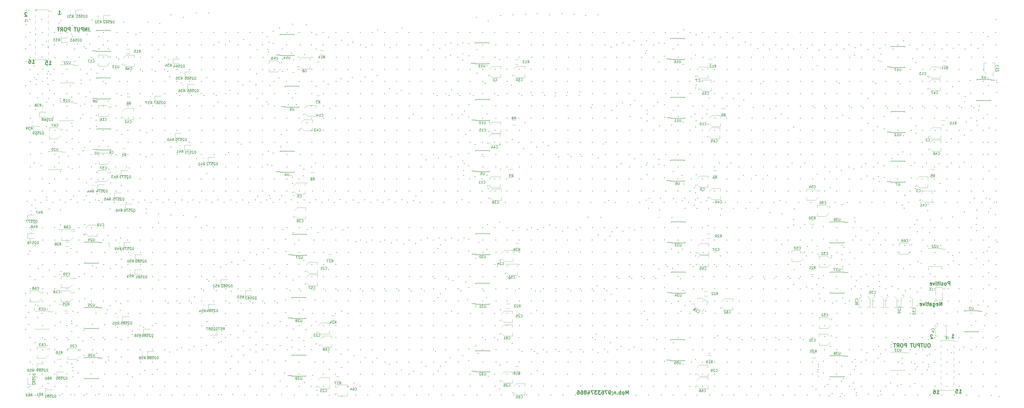
<source format=gbr>
%TF.GenerationSoftware,KiCad,Pcbnew,7.0.2*%
%TF.CreationDate,2023-12-28T23:35:19+05:30*%
%TF.ProjectId,matrixleddisplay,6d617472-6978-46c6-9564-646973706c61,rev?*%
%TF.SameCoordinates,Original*%
%TF.FileFunction,Legend,Bot*%
%TF.FilePolarity,Positive*%
%FSLAX46Y46*%
G04 Gerber Fmt 4.6, Leading zero omitted, Abs format (unit mm)*
G04 Created by KiCad (PCBNEW 7.0.2) date 2023-12-28 23:35:19*
%MOMM*%
%LPD*%
G01*
G04 APERTURE LIST*
%ADD10C,0.300000*%
%ADD11C,0.150000*%
%ADD12C,0.120000*%
%ADD13C,0.350000*%
G04 APERTURE END LIST*
D10*
X328042857Y-221291428D02*
X328042857Y-219791428D01*
X328042857Y-219791428D02*
X327542857Y-220862857D01*
X327542857Y-220862857D02*
X327042857Y-219791428D01*
X327042857Y-219791428D02*
X327042857Y-221291428D01*
X326114285Y-221291428D02*
X326257142Y-221220000D01*
X326257142Y-221220000D02*
X326328571Y-221148571D01*
X326328571Y-221148571D02*
X326399999Y-221005714D01*
X326399999Y-221005714D02*
X326399999Y-220577142D01*
X326399999Y-220577142D02*
X326328571Y-220434285D01*
X326328571Y-220434285D02*
X326257142Y-220362857D01*
X326257142Y-220362857D02*
X326114285Y-220291428D01*
X326114285Y-220291428D02*
X325899999Y-220291428D01*
X325899999Y-220291428D02*
X325757142Y-220362857D01*
X325757142Y-220362857D02*
X325685714Y-220434285D01*
X325685714Y-220434285D02*
X325614285Y-220577142D01*
X325614285Y-220577142D02*
X325614285Y-221005714D01*
X325614285Y-221005714D02*
X325685714Y-221148571D01*
X325685714Y-221148571D02*
X325757142Y-221220000D01*
X325757142Y-221220000D02*
X325899999Y-221291428D01*
X325899999Y-221291428D02*
X326114285Y-221291428D01*
X324971428Y-221291428D02*
X324971428Y-219791428D01*
X324971428Y-220362857D02*
X324828571Y-220291428D01*
X324828571Y-220291428D02*
X324542856Y-220291428D01*
X324542856Y-220291428D02*
X324399999Y-220362857D01*
X324399999Y-220362857D02*
X324328571Y-220434285D01*
X324328571Y-220434285D02*
X324257142Y-220577142D01*
X324257142Y-220577142D02*
X324257142Y-221005714D01*
X324257142Y-221005714D02*
X324328571Y-221148571D01*
X324328571Y-221148571D02*
X324399999Y-221220000D01*
X324399999Y-221220000D02*
X324542856Y-221291428D01*
X324542856Y-221291428D02*
X324828571Y-221291428D01*
X324828571Y-221291428D02*
X324971428Y-221220000D01*
X323614285Y-221148571D02*
X323542856Y-221220000D01*
X323542856Y-221220000D02*
X323614285Y-221291428D01*
X323614285Y-221291428D02*
X323685713Y-221220000D01*
X323685713Y-221220000D02*
X323614285Y-221148571D01*
X323614285Y-221148571D02*
X323614285Y-221291428D01*
X322899999Y-220291428D02*
X322899999Y-221291428D01*
X322899999Y-220434285D02*
X322828570Y-220362857D01*
X322828570Y-220362857D02*
X322685713Y-220291428D01*
X322685713Y-220291428D02*
X322471427Y-220291428D01*
X322471427Y-220291428D02*
X322328570Y-220362857D01*
X322328570Y-220362857D02*
X322257142Y-220505714D01*
X322257142Y-220505714D02*
X322257142Y-221291428D01*
X321542856Y-221148571D02*
X321471427Y-221220000D01*
X321471427Y-221220000D02*
X321542856Y-221291428D01*
X321542856Y-221291428D02*
X321614284Y-221220000D01*
X321614284Y-221220000D02*
X321542856Y-221148571D01*
X321542856Y-221148571D02*
X321542856Y-221291428D01*
X321542856Y-220362857D02*
X321471427Y-220434285D01*
X321471427Y-220434285D02*
X321542856Y-220505714D01*
X321542856Y-220505714D02*
X321614284Y-220434285D01*
X321614284Y-220434285D02*
X321542856Y-220362857D01*
X321542856Y-220362857D02*
X321542856Y-220505714D01*
X320757141Y-221291428D02*
X320471427Y-221291428D01*
X320471427Y-221291428D02*
X320328570Y-221220000D01*
X320328570Y-221220000D02*
X320257141Y-221148571D01*
X320257141Y-221148571D02*
X320114284Y-220934285D01*
X320114284Y-220934285D02*
X320042855Y-220648571D01*
X320042855Y-220648571D02*
X320042855Y-220077142D01*
X320042855Y-220077142D02*
X320114284Y-219934285D01*
X320114284Y-219934285D02*
X320185713Y-219862857D01*
X320185713Y-219862857D02*
X320328570Y-219791428D01*
X320328570Y-219791428D02*
X320614284Y-219791428D01*
X320614284Y-219791428D02*
X320757141Y-219862857D01*
X320757141Y-219862857D02*
X320828570Y-219934285D01*
X320828570Y-219934285D02*
X320899998Y-220077142D01*
X320899998Y-220077142D02*
X320899998Y-220434285D01*
X320899998Y-220434285D02*
X320828570Y-220577142D01*
X320828570Y-220577142D02*
X320757141Y-220648571D01*
X320757141Y-220648571D02*
X320614284Y-220720000D01*
X320614284Y-220720000D02*
X320328570Y-220720000D01*
X320328570Y-220720000D02*
X320185713Y-220648571D01*
X320185713Y-220648571D02*
X320114284Y-220577142D01*
X320114284Y-220577142D02*
X320042855Y-220434285D01*
X319542856Y-219791428D02*
X318542856Y-219791428D01*
X318542856Y-219791428D02*
X319185713Y-221291428D01*
X317328571Y-219791428D02*
X317614285Y-219791428D01*
X317614285Y-219791428D02*
X317757142Y-219862857D01*
X317757142Y-219862857D02*
X317828571Y-219934285D01*
X317828571Y-219934285D02*
X317971428Y-220148571D01*
X317971428Y-220148571D02*
X318042856Y-220434285D01*
X318042856Y-220434285D02*
X318042856Y-221005714D01*
X318042856Y-221005714D02*
X317971428Y-221148571D01*
X317971428Y-221148571D02*
X317899999Y-221220000D01*
X317899999Y-221220000D02*
X317757142Y-221291428D01*
X317757142Y-221291428D02*
X317471428Y-221291428D01*
X317471428Y-221291428D02*
X317328571Y-221220000D01*
X317328571Y-221220000D02*
X317257142Y-221148571D01*
X317257142Y-221148571D02*
X317185713Y-221005714D01*
X317185713Y-221005714D02*
X317185713Y-220648571D01*
X317185713Y-220648571D02*
X317257142Y-220505714D01*
X317257142Y-220505714D02*
X317328571Y-220434285D01*
X317328571Y-220434285D02*
X317471428Y-220362857D01*
X317471428Y-220362857D02*
X317757142Y-220362857D01*
X317757142Y-220362857D02*
X317899999Y-220434285D01*
X317899999Y-220434285D02*
X317971428Y-220505714D01*
X317971428Y-220505714D02*
X318042856Y-220648571D01*
X316685714Y-219791428D02*
X315757142Y-219791428D01*
X315757142Y-219791428D02*
X316257142Y-220362857D01*
X316257142Y-220362857D02*
X316042857Y-220362857D01*
X316042857Y-220362857D02*
X315900000Y-220434285D01*
X315900000Y-220434285D02*
X315828571Y-220505714D01*
X315828571Y-220505714D02*
X315757142Y-220648571D01*
X315757142Y-220648571D02*
X315757142Y-221005714D01*
X315757142Y-221005714D02*
X315828571Y-221148571D01*
X315828571Y-221148571D02*
X315900000Y-221220000D01*
X315900000Y-221220000D02*
X316042857Y-221291428D01*
X316042857Y-221291428D02*
X316471428Y-221291428D01*
X316471428Y-221291428D02*
X316614285Y-221220000D01*
X316614285Y-221220000D02*
X316685714Y-221148571D01*
X315257143Y-219791428D02*
X314328571Y-219791428D01*
X314328571Y-219791428D02*
X314828571Y-220362857D01*
X314828571Y-220362857D02*
X314614286Y-220362857D01*
X314614286Y-220362857D02*
X314471429Y-220434285D01*
X314471429Y-220434285D02*
X314400000Y-220505714D01*
X314400000Y-220505714D02*
X314328571Y-220648571D01*
X314328571Y-220648571D02*
X314328571Y-221005714D01*
X314328571Y-221005714D02*
X314400000Y-221148571D01*
X314400000Y-221148571D02*
X314471429Y-221220000D01*
X314471429Y-221220000D02*
X314614286Y-221291428D01*
X314614286Y-221291428D02*
X315042857Y-221291428D01*
X315042857Y-221291428D02*
X315185714Y-221220000D01*
X315185714Y-221220000D02*
X315257143Y-221148571D01*
X313828572Y-219791428D02*
X312828572Y-219791428D01*
X312828572Y-219791428D02*
X313471429Y-221291428D01*
X311614287Y-220291428D02*
X311614287Y-221291428D01*
X311971429Y-219720000D02*
X312328572Y-220791428D01*
X312328572Y-220791428D02*
X311400001Y-220791428D01*
X310614287Y-220434285D02*
X310757144Y-220362857D01*
X310757144Y-220362857D02*
X310828573Y-220291428D01*
X310828573Y-220291428D02*
X310900001Y-220148571D01*
X310900001Y-220148571D02*
X310900001Y-220077142D01*
X310900001Y-220077142D02*
X310828573Y-219934285D01*
X310828573Y-219934285D02*
X310757144Y-219862857D01*
X310757144Y-219862857D02*
X310614287Y-219791428D01*
X310614287Y-219791428D02*
X310328573Y-219791428D01*
X310328573Y-219791428D02*
X310185716Y-219862857D01*
X310185716Y-219862857D02*
X310114287Y-219934285D01*
X310114287Y-219934285D02*
X310042858Y-220077142D01*
X310042858Y-220077142D02*
X310042858Y-220148571D01*
X310042858Y-220148571D02*
X310114287Y-220291428D01*
X310114287Y-220291428D02*
X310185716Y-220362857D01*
X310185716Y-220362857D02*
X310328573Y-220434285D01*
X310328573Y-220434285D02*
X310614287Y-220434285D01*
X310614287Y-220434285D02*
X310757144Y-220505714D01*
X310757144Y-220505714D02*
X310828573Y-220577142D01*
X310828573Y-220577142D02*
X310900001Y-220720000D01*
X310900001Y-220720000D02*
X310900001Y-221005714D01*
X310900001Y-221005714D02*
X310828573Y-221148571D01*
X310828573Y-221148571D02*
X310757144Y-221220000D01*
X310757144Y-221220000D02*
X310614287Y-221291428D01*
X310614287Y-221291428D02*
X310328573Y-221291428D01*
X310328573Y-221291428D02*
X310185716Y-221220000D01*
X310185716Y-221220000D02*
X310114287Y-221148571D01*
X310114287Y-221148571D02*
X310042858Y-221005714D01*
X310042858Y-221005714D02*
X310042858Y-220720000D01*
X310042858Y-220720000D02*
X310114287Y-220577142D01*
X310114287Y-220577142D02*
X310185716Y-220505714D01*
X310185716Y-220505714D02*
X310328573Y-220434285D01*
X308757145Y-219791428D02*
X309042859Y-219791428D01*
X309042859Y-219791428D02*
X309185716Y-219862857D01*
X309185716Y-219862857D02*
X309257145Y-219934285D01*
X309257145Y-219934285D02*
X309400002Y-220148571D01*
X309400002Y-220148571D02*
X309471430Y-220434285D01*
X309471430Y-220434285D02*
X309471430Y-221005714D01*
X309471430Y-221005714D02*
X309400002Y-221148571D01*
X309400002Y-221148571D02*
X309328573Y-221220000D01*
X309328573Y-221220000D02*
X309185716Y-221291428D01*
X309185716Y-221291428D02*
X308900002Y-221291428D01*
X308900002Y-221291428D02*
X308757145Y-221220000D01*
X308757145Y-221220000D02*
X308685716Y-221148571D01*
X308685716Y-221148571D02*
X308614287Y-221005714D01*
X308614287Y-221005714D02*
X308614287Y-220648571D01*
X308614287Y-220648571D02*
X308685716Y-220505714D01*
X308685716Y-220505714D02*
X308757145Y-220434285D01*
X308757145Y-220434285D02*
X308900002Y-220362857D01*
X308900002Y-220362857D02*
X309185716Y-220362857D01*
X309185716Y-220362857D02*
X309328573Y-220434285D01*
X309328573Y-220434285D02*
X309400002Y-220505714D01*
X309400002Y-220505714D02*
X309471430Y-220648571D01*
X307328574Y-219791428D02*
X307614288Y-219791428D01*
X307614288Y-219791428D02*
X307757145Y-219862857D01*
X307757145Y-219862857D02*
X307828574Y-219934285D01*
X307828574Y-219934285D02*
X307971431Y-220148571D01*
X307971431Y-220148571D02*
X308042859Y-220434285D01*
X308042859Y-220434285D02*
X308042859Y-221005714D01*
X308042859Y-221005714D02*
X307971431Y-221148571D01*
X307971431Y-221148571D02*
X307900002Y-221220000D01*
X307900002Y-221220000D02*
X307757145Y-221291428D01*
X307757145Y-221291428D02*
X307471431Y-221291428D01*
X307471431Y-221291428D02*
X307328574Y-221220000D01*
X307328574Y-221220000D02*
X307257145Y-221148571D01*
X307257145Y-221148571D02*
X307185716Y-221005714D01*
X307185716Y-221005714D02*
X307185716Y-220648571D01*
X307185716Y-220648571D02*
X307257145Y-220505714D01*
X307257145Y-220505714D02*
X307328574Y-220434285D01*
X307328574Y-220434285D02*
X307471431Y-220362857D01*
X307471431Y-220362857D02*
X307757145Y-220362857D01*
X307757145Y-220362857D02*
X307900002Y-220434285D01*
X307900002Y-220434285D02*
X307971431Y-220505714D01*
X307971431Y-220505714D02*
X308042859Y-220648571D01*
X454279142Y-221050428D02*
X455136285Y-221050428D01*
X454707714Y-221050428D02*
X454707714Y-219550428D01*
X454707714Y-219550428D02*
X454850571Y-219764714D01*
X454850571Y-219764714D02*
X454993428Y-219907571D01*
X454993428Y-219907571D02*
X455136285Y-219979000D01*
X452993429Y-219550428D02*
X453279143Y-219550428D01*
X453279143Y-219550428D02*
X453422000Y-219621857D01*
X453422000Y-219621857D02*
X453493429Y-219693285D01*
X453493429Y-219693285D02*
X453636286Y-219907571D01*
X453636286Y-219907571D02*
X453707714Y-220193285D01*
X453707714Y-220193285D02*
X453707714Y-220764714D01*
X453707714Y-220764714D02*
X453636286Y-220907571D01*
X453636286Y-220907571D02*
X453564857Y-220979000D01*
X453564857Y-220979000D02*
X453422000Y-221050428D01*
X453422000Y-221050428D02*
X453136286Y-221050428D01*
X453136286Y-221050428D02*
X452993429Y-220979000D01*
X452993429Y-220979000D02*
X452922000Y-220907571D01*
X452922000Y-220907571D02*
X452850571Y-220764714D01*
X452850571Y-220764714D02*
X452850571Y-220407571D01*
X452850571Y-220407571D02*
X452922000Y-220264714D01*
X452922000Y-220264714D02*
X452993429Y-220193285D01*
X452993429Y-220193285D02*
X453136286Y-220121857D01*
X453136286Y-220121857D02*
X453422000Y-220121857D01*
X453422000Y-220121857D02*
X453564857Y-220193285D01*
X453564857Y-220193285D02*
X453636286Y-220264714D01*
X453636286Y-220264714D02*
X453707714Y-220407571D01*
X452596285Y-197087285D02*
X452524857Y-197015857D01*
X452524857Y-197015857D02*
X452382000Y-196944428D01*
X452382000Y-196944428D02*
X452024857Y-196944428D01*
X452024857Y-196944428D02*
X451882000Y-197015857D01*
X451882000Y-197015857D02*
X451810571Y-197087285D01*
X451810571Y-197087285D02*
X451739142Y-197230142D01*
X451739142Y-197230142D02*
X451739142Y-197373000D01*
X451739142Y-197373000D02*
X451810571Y-197587285D01*
X451810571Y-197587285D02*
X452667714Y-198444428D01*
X452667714Y-198444428D02*
X451739142Y-198444428D01*
X84201142Y-85668428D02*
X85058285Y-85668428D01*
X84629714Y-85668428D02*
X84629714Y-84168428D01*
X84629714Y-84168428D02*
X84772571Y-84382714D01*
X84772571Y-84382714D02*
X84915428Y-84525571D01*
X84915428Y-84525571D02*
X85058285Y-84597000D01*
X82915429Y-84168428D02*
X83201143Y-84168428D01*
X83201143Y-84168428D02*
X83344000Y-84239857D01*
X83344000Y-84239857D02*
X83415429Y-84311285D01*
X83415429Y-84311285D02*
X83558286Y-84525571D01*
X83558286Y-84525571D02*
X83629714Y-84811285D01*
X83629714Y-84811285D02*
X83629714Y-85382714D01*
X83629714Y-85382714D02*
X83558286Y-85525571D01*
X83558286Y-85525571D02*
X83486857Y-85597000D01*
X83486857Y-85597000D02*
X83344000Y-85668428D01*
X83344000Y-85668428D02*
X83058286Y-85668428D01*
X83058286Y-85668428D02*
X82915429Y-85597000D01*
X82915429Y-85597000D02*
X82844000Y-85525571D01*
X82844000Y-85525571D02*
X82772571Y-85382714D01*
X82772571Y-85382714D02*
X82772571Y-85025571D01*
X82772571Y-85025571D02*
X82844000Y-84882714D01*
X82844000Y-84882714D02*
X82915429Y-84811285D01*
X82915429Y-84811285D02*
X83058286Y-84739857D01*
X83058286Y-84739857D02*
X83344000Y-84739857D01*
X83344000Y-84739857D02*
X83486857Y-84811285D01*
X83486857Y-84811285D02*
X83558286Y-84882714D01*
X83558286Y-84882714D02*
X83629714Y-85025571D01*
X456334857Y-184982428D02*
X456334857Y-183482428D01*
X456334857Y-183482428D02*
X455477714Y-184982428D01*
X455477714Y-184982428D02*
X455477714Y-183482428D01*
X454191999Y-184911000D02*
X454334856Y-184982428D01*
X454334856Y-184982428D02*
X454620571Y-184982428D01*
X454620571Y-184982428D02*
X454763428Y-184911000D01*
X454763428Y-184911000D02*
X454834856Y-184768142D01*
X454834856Y-184768142D02*
X454834856Y-184196714D01*
X454834856Y-184196714D02*
X454763428Y-184053857D01*
X454763428Y-184053857D02*
X454620571Y-183982428D01*
X454620571Y-183982428D02*
X454334856Y-183982428D01*
X454334856Y-183982428D02*
X454191999Y-184053857D01*
X454191999Y-184053857D02*
X454120571Y-184196714D01*
X454120571Y-184196714D02*
X454120571Y-184339571D01*
X454120571Y-184339571D02*
X454834856Y-184482428D01*
X452834857Y-183982428D02*
X452834857Y-185196714D01*
X452834857Y-185196714D02*
X452906285Y-185339571D01*
X452906285Y-185339571D02*
X452977714Y-185411000D01*
X452977714Y-185411000D02*
X453120571Y-185482428D01*
X453120571Y-185482428D02*
X453334857Y-185482428D01*
X453334857Y-185482428D02*
X453477714Y-185411000D01*
X452834857Y-184911000D02*
X452977714Y-184982428D01*
X452977714Y-184982428D02*
X453263428Y-184982428D01*
X453263428Y-184982428D02*
X453406285Y-184911000D01*
X453406285Y-184911000D02*
X453477714Y-184839571D01*
X453477714Y-184839571D02*
X453549142Y-184696714D01*
X453549142Y-184696714D02*
X453549142Y-184268142D01*
X453549142Y-184268142D02*
X453477714Y-184125285D01*
X453477714Y-184125285D02*
X453406285Y-184053857D01*
X453406285Y-184053857D02*
X453263428Y-183982428D01*
X453263428Y-183982428D02*
X452977714Y-183982428D01*
X452977714Y-183982428D02*
X452834857Y-184053857D01*
X451477714Y-184982428D02*
X451477714Y-184196714D01*
X451477714Y-184196714D02*
X451549142Y-184053857D01*
X451549142Y-184053857D02*
X451691999Y-183982428D01*
X451691999Y-183982428D02*
X451977714Y-183982428D01*
X451977714Y-183982428D02*
X452120571Y-184053857D01*
X451477714Y-184911000D02*
X451620571Y-184982428D01*
X451620571Y-184982428D02*
X451977714Y-184982428D01*
X451977714Y-184982428D02*
X452120571Y-184911000D01*
X452120571Y-184911000D02*
X452191999Y-184768142D01*
X452191999Y-184768142D02*
X452191999Y-184625285D01*
X452191999Y-184625285D02*
X452120571Y-184482428D01*
X452120571Y-184482428D02*
X451977714Y-184411000D01*
X451977714Y-184411000D02*
X451620571Y-184411000D01*
X451620571Y-184411000D02*
X451477714Y-184339571D01*
X450977713Y-183982428D02*
X450406285Y-183982428D01*
X450763428Y-183482428D02*
X450763428Y-184768142D01*
X450763428Y-184768142D02*
X450691999Y-184911000D01*
X450691999Y-184911000D02*
X450549142Y-184982428D01*
X450549142Y-184982428D02*
X450406285Y-184982428D01*
X449906285Y-184982428D02*
X449906285Y-183982428D01*
X449906285Y-183482428D02*
X449977713Y-183553857D01*
X449977713Y-183553857D02*
X449906285Y-183625285D01*
X449906285Y-183625285D02*
X449834856Y-183553857D01*
X449834856Y-183553857D02*
X449906285Y-183482428D01*
X449906285Y-183482428D02*
X449906285Y-183625285D01*
X449334856Y-183982428D02*
X448977713Y-184982428D01*
X448977713Y-184982428D02*
X448620570Y-183982428D01*
X447477713Y-184911000D02*
X447620570Y-184982428D01*
X447620570Y-184982428D02*
X447906285Y-184982428D01*
X447906285Y-184982428D02*
X448049142Y-184911000D01*
X448049142Y-184911000D02*
X448120570Y-184768142D01*
X448120570Y-184768142D02*
X448120570Y-184196714D01*
X448120570Y-184196714D02*
X448049142Y-184053857D01*
X448049142Y-184053857D02*
X447906285Y-183982428D01*
X447906285Y-183982428D02*
X447620570Y-183982428D01*
X447620570Y-183982428D02*
X447477713Y-184053857D01*
X447477713Y-184053857D02*
X447406285Y-184196714D01*
X447406285Y-184196714D02*
X447406285Y-184339571D01*
X447406285Y-184339571D02*
X448120570Y-184482428D01*
X82010285Y-65007285D02*
X81938857Y-64935857D01*
X81938857Y-64935857D02*
X81796000Y-64864428D01*
X81796000Y-64864428D02*
X81438857Y-64864428D01*
X81438857Y-64864428D02*
X81296000Y-64935857D01*
X81296000Y-64935857D02*
X81224571Y-65007285D01*
X81224571Y-65007285D02*
X81153142Y-65150142D01*
X81153142Y-65150142D02*
X81153142Y-65293000D01*
X81153142Y-65293000D02*
X81224571Y-65507285D01*
X81224571Y-65507285D02*
X82081714Y-66364428D01*
X82081714Y-66364428D02*
X81153142Y-66364428D01*
X91059142Y-86176428D02*
X91916285Y-86176428D01*
X91487714Y-86176428D02*
X91487714Y-84676428D01*
X91487714Y-84676428D02*
X91630571Y-84890714D01*
X91630571Y-84890714D02*
X91773428Y-85033571D01*
X91773428Y-85033571D02*
X91916285Y-85105000D01*
X89702000Y-84676428D02*
X90416286Y-84676428D01*
X90416286Y-84676428D02*
X90487714Y-85390714D01*
X90487714Y-85390714D02*
X90416286Y-85319285D01*
X90416286Y-85319285D02*
X90273429Y-85247857D01*
X90273429Y-85247857D02*
X89916286Y-85247857D01*
X89916286Y-85247857D02*
X89773429Y-85319285D01*
X89773429Y-85319285D02*
X89702000Y-85390714D01*
X89702000Y-85390714D02*
X89630571Y-85533571D01*
X89630571Y-85533571D02*
X89630571Y-85890714D01*
X89630571Y-85890714D02*
X89702000Y-86033571D01*
X89702000Y-86033571D02*
X89773429Y-86105000D01*
X89773429Y-86105000D02*
X89916286Y-86176428D01*
X89916286Y-86176428D02*
X90273429Y-86176428D01*
X90273429Y-86176428D02*
X90416286Y-86105000D01*
X90416286Y-86105000D02*
X90487714Y-86033571D01*
X463423142Y-220796428D02*
X464280285Y-220796428D01*
X463851714Y-220796428D02*
X463851714Y-219296428D01*
X463851714Y-219296428D02*
X463994571Y-219510714D01*
X463994571Y-219510714D02*
X464137428Y-219653571D01*
X464137428Y-219653571D02*
X464280285Y-219725000D01*
X462066000Y-219296428D02*
X462780286Y-219296428D01*
X462780286Y-219296428D02*
X462851714Y-220010714D01*
X462851714Y-220010714D02*
X462780286Y-219939285D01*
X462780286Y-219939285D02*
X462637429Y-219867857D01*
X462637429Y-219867857D02*
X462280286Y-219867857D01*
X462280286Y-219867857D02*
X462137429Y-219939285D01*
X462137429Y-219939285D02*
X462066000Y-220010714D01*
X462066000Y-220010714D02*
X461994571Y-220153571D01*
X461994571Y-220153571D02*
X461994571Y-220510714D01*
X461994571Y-220510714D02*
X462066000Y-220653571D01*
X462066000Y-220653571D02*
X462137429Y-220725000D01*
X462137429Y-220725000D02*
X462280286Y-220796428D01*
X462280286Y-220796428D02*
X462637429Y-220796428D01*
X462637429Y-220796428D02*
X462780286Y-220725000D01*
X462780286Y-220725000D02*
X462851714Y-220653571D01*
X107338857Y-72460428D02*
X107338857Y-70960428D01*
X106624571Y-72460428D02*
X106624571Y-70960428D01*
X106624571Y-70960428D02*
X105767428Y-72460428D01*
X105767428Y-72460428D02*
X105767428Y-70960428D01*
X105053142Y-72460428D02*
X105053142Y-70960428D01*
X105053142Y-70960428D02*
X104481713Y-70960428D01*
X104481713Y-70960428D02*
X104338856Y-71031857D01*
X104338856Y-71031857D02*
X104267427Y-71103285D01*
X104267427Y-71103285D02*
X104195999Y-71246142D01*
X104195999Y-71246142D02*
X104195999Y-71460428D01*
X104195999Y-71460428D02*
X104267427Y-71603285D01*
X104267427Y-71603285D02*
X104338856Y-71674714D01*
X104338856Y-71674714D02*
X104481713Y-71746142D01*
X104481713Y-71746142D02*
X105053142Y-71746142D01*
X103553142Y-70960428D02*
X103553142Y-72174714D01*
X103553142Y-72174714D02*
X103481713Y-72317571D01*
X103481713Y-72317571D02*
X103410285Y-72389000D01*
X103410285Y-72389000D02*
X103267427Y-72460428D01*
X103267427Y-72460428D02*
X102981713Y-72460428D01*
X102981713Y-72460428D02*
X102838856Y-72389000D01*
X102838856Y-72389000D02*
X102767427Y-72317571D01*
X102767427Y-72317571D02*
X102695999Y-72174714D01*
X102695999Y-72174714D02*
X102695999Y-70960428D01*
X102195998Y-70960428D02*
X101338856Y-70960428D01*
X101767427Y-72460428D02*
X101767427Y-70960428D01*
X99695999Y-72460428D02*
X99695999Y-70960428D01*
X99695999Y-70960428D02*
X99124570Y-70960428D01*
X99124570Y-70960428D02*
X98981713Y-71031857D01*
X98981713Y-71031857D02*
X98910284Y-71103285D01*
X98910284Y-71103285D02*
X98838856Y-71246142D01*
X98838856Y-71246142D02*
X98838856Y-71460428D01*
X98838856Y-71460428D02*
X98910284Y-71603285D01*
X98910284Y-71603285D02*
X98981713Y-71674714D01*
X98981713Y-71674714D02*
X99124570Y-71746142D01*
X99124570Y-71746142D02*
X99695999Y-71746142D01*
X97910284Y-70960428D02*
X97624570Y-70960428D01*
X97624570Y-70960428D02*
X97481713Y-71031857D01*
X97481713Y-71031857D02*
X97338856Y-71174714D01*
X97338856Y-71174714D02*
X97267427Y-71460428D01*
X97267427Y-71460428D02*
X97267427Y-71960428D01*
X97267427Y-71960428D02*
X97338856Y-72246142D01*
X97338856Y-72246142D02*
X97481713Y-72389000D01*
X97481713Y-72389000D02*
X97624570Y-72460428D01*
X97624570Y-72460428D02*
X97910284Y-72460428D01*
X97910284Y-72460428D02*
X98053142Y-72389000D01*
X98053142Y-72389000D02*
X98195999Y-72246142D01*
X98195999Y-72246142D02*
X98267427Y-71960428D01*
X98267427Y-71960428D02*
X98267427Y-71460428D01*
X98267427Y-71460428D02*
X98195999Y-71174714D01*
X98195999Y-71174714D02*
X98053142Y-71031857D01*
X98053142Y-71031857D02*
X97910284Y-70960428D01*
X95767427Y-72460428D02*
X96267427Y-71746142D01*
X96624570Y-72460428D02*
X96624570Y-70960428D01*
X96624570Y-70960428D02*
X96053141Y-70960428D01*
X96053141Y-70960428D02*
X95910284Y-71031857D01*
X95910284Y-71031857D02*
X95838855Y-71103285D01*
X95838855Y-71103285D02*
X95767427Y-71246142D01*
X95767427Y-71246142D02*
X95767427Y-71460428D01*
X95767427Y-71460428D02*
X95838855Y-71603285D01*
X95838855Y-71603285D02*
X95910284Y-71674714D01*
X95910284Y-71674714D02*
X96053141Y-71746142D01*
X96053141Y-71746142D02*
X96624570Y-71746142D01*
X95338855Y-70960428D02*
X94481713Y-70960428D01*
X94910284Y-72460428D02*
X94910284Y-70960428D01*
X451223142Y-200500428D02*
X450937428Y-200500428D01*
X450937428Y-200500428D02*
X450794571Y-200571857D01*
X450794571Y-200571857D02*
X450651714Y-200714714D01*
X450651714Y-200714714D02*
X450580285Y-201000428D01*
X450580285Y-201000428D02*
X450580285Y-201500428D01*
X450580285Y-201500428D02*
X450651714Y-201786142D01*
X450651714Y-201786142D02*
X450794571Y-201929000D01*
X450794571Y-201929000D02*
X450937428Y-202000428D01*
X450937428Y-202000428D02*
X451223142Y-202000428D01*
X451223142Y-202000428D02*
X451366000Y-201929000D01*
X451366000Y-201929000D02*
X451508857Y-201786142D01*
X451508857Y-201786142D02*
X451580285Y-201500428D01*
X451580285Y-201500428D02*
X451580285Y-201000428D01*
X451580285Y-201000428D02*
X451508857Y-200714714D01*
X451508857Y-200714714D02*
X451366000Y-200571857D01*
X451366000Y-200571857D02*
X451223142Y-200500428D01*
X449937428Y-200500428D02*
X449937428Y-201714714D01*
X449937428Y-201714714D02*
X449865999Y-201857571D01*
X449865999Y-201857571D02*
X449794571Y-201929000D01*
X449794571Y-201929000D02*
X449651713Y-202000428D01*
X449651713Y-202000428D02*
X449365999Y-202000428D01*
X449365999Y-202000428D02*
X449223142Y-201929000D01*
X449223142Y-201929000D02*
X449151713Y-201857571D01*
X449151713Y-201857571D02*
X449080285Y-201714714D01*
X449080285Y-201714714D02*
X449080285Y-200500428D01*
X448580284Y-200500428D02*
X447723142Y-200500428D01*
X448151713Y-202000428D02*
X448151713Y-200500428D01*
X447223142Y-202000428D02*
X447223142Y-200500428D01*
X447223142Y-200500428D02*
X446651713Y-200500428D01*
X446651713Y-200500428D02*
X446508856Y-200571857D01*
X446508856Y-200571857D02*
X446437427Y-200643285D01*
X446437427Y-200643285D02*
X446365999Y-200786142D01*
X446365999Y-200786142D02*
X446365999Y-201000428D01*
X446365999Y-201000428D02*
X446437427Y-201143285D01*
X446437427Y-201143285D02*
X446508856Y-201214714D01*
X446508856Y-201214714D02*
X446651713Y-201286142D01*
X446651713Y-201286142D02*
X447223142Y-201286142D01*
X445723142Y-200500428D02*
X445723142Y-201714714D01*
X445723142Y-201714714D02*
X445651713Y-201857571D01*
X445651713Y-201857571D02*
X445580285Y-201929000D01*
X445580285Y-201929000D02*
X445437427Y-202000428D01*
X445437427Y-202000428D02*
X445151713Y-202000428D01*
X445151713Y-202000428D02*
X445008856Y-201929000D01*
X445008856Y-201929000D02*
X444937427Y-201857571D01*
X444937427Y-201857571D02*
X444865999Y-201714714D01*
X444865999Y-201714714D02*
X444865999Y-200500428D01*
X444365998Y-200500428D02*
X443508856Y-200500428D01*
X443937427Y-202000428D02*
X443937427Y-200500428D01*
X441865999Y-202000428D02*
X441865999Y-200500428D01*
X441865999Y-200500428D02*
X441294570Y-200500428D01*
X441294570Y-200500428D02*
X441151713Y-200571857D01*
X441151713Y-200571857D02*
X441080284Y-200643285D01*
X441080284Y-200643285D02*
X441008856Y-200786142D01*
X441008856Y-200786142D02*
X441008856Y-201000428D01*
X441008856Y-201000428D02*
X441080284Y-201143285D01*
X441080284Y-201143285D02*
X441151713Y-201214714D01*
X441151713Y-201214714D02*
X441294570Y-201286142D01*
X441294570Y-201286142D02*
X441865999Y-201286142D01*
X440080284Y-200500428D02*
X439794570Y-200500428D01*
X439794570Y-200500428D02*
X439651713Y-200571857D01*
X439651713Y-200571857D02*
X439508856Y-200714714D01*
X439508856Y-200714714D02*
X439437427Y-201000428D01*
X439437427Y-201000428D02*
X439437427Y-201500428D01*
X439437427Y-201500428D02*
X439508856Y-201786142D01*
X439508856Y-201786142D02*
X439651713Y-201929000D01*
X439651713Y-201929000D02*
X439794570Y-202000428D01*
X439794570Y-202000428D02*
X440080284Y-202000428D01*
X440080284Y-202000428D02*
X440223142Y-201929000D01*
X440223142Y-201929000D02*
X440365999Y-201786142D01*
X440365999Y-201786142D02*
X440437427Y-201500428D01*
X440437427Y-201500428D02*
X440437427Y-201000428D01*
X440437427Y-201000428D02*
X440365999Y-200714714D01*
X440365999Y-200714714D02*
X440223142Y-200571857D01*
X440223142Y-200571857D02*
X440080284Y-200500428D01*
X437937427Y-202000428D02*
X438437427Y-201286142D01*
X438794570Y-202000428D02*
X438794570Y-200500428D01*
X438794570Y-200500428D02*
X438223141Y-200500428D01*
X438223141Y-200500428D02*
X438080284Y-200571857D01*
X438080284Y-200571857D02*
X438008855Y-200643285D01*
X438008855Y-200643285D02*
X437937427Y-200786142D01*
X437937427Y-200786142D02*
X437937427Y-201000428D01*
X437937427Y-201000428D02*
X438008855Y-201143285D01*
X438008855Y-201143285D02*
X438080284Y-201214714D01*
X438080284Y-201214714D02*
X438223141Y-201286142D01*
X438223141Y-201286142D02*
X438794570Y-201286142D01*
X437508855Y-200500428D02*
X436651713Y-200500428D01*
X437080284Y-202000428D02*
X437080284Y-200500428D01*
X94869142Y-65602428D02*
X95726285Y-65602428D01*
X95297714Y-65602428D02*
X95297714Y-64102428D01*
X95297714Y-64102428D02*
X95440571Y-64316714D01*
X95440571Y-64316714D02*
X95583428Y-64459571D01*
X95583428Y-64459571D02*
X95726285Y-64531000D01*
X459636857Y-176600428D02*
X459636857Y-175100428D01*
X459636857Y-175100428D02*
X459065428Y-175100428D01*
X459065428Y-175100428D02*
X458922571Y-175171857D01*
X458922571Y-175171857D02*
X458851142Y-175243285D01*
X458851142Y-175243285D02*
X458779714Y-175386142D01*
X458779714Y-175386142D02*
X458779714Y-175600428D01*
X458779714Y-175600428D02*
X458851142Y-175743285D01*
X458851142Y-175743285D02*
X458922571Y-175814714D01*
X458922571Y-175814714D02*
X459065428Y-175886142D01*
X459065428Y-175886142D02*
X459636857Y-175886142D01*
X457922571Y-176600428D02*
X458065428Y-176529000D01*
X458065428Y-176529000D02*
X458136857Y-176457571D01*
X458136857Y-176457571D02*
X458208285Y-176314714D01*
X458208285Y-176314714D02*
X458208285Y-175886142D01*
X458208285Y-175886142D02*
X458136857Y-175743285D01*
X458136857Y-175743285D02*
X458065428Y-175671857D01*
X458065428Y-175671857D02*
X457922571Y-175600428D01*
X457922571Y-175600428D02*
X457708285Y-175600428D01*
X457708285Y-175600428D02*
X457565428Y-175671857D01*
X457565428Y-175671857D02*
X457494000Y-175743285D01*
X457494000Y-175743285D02*
X457422571Y-175886142D01*
X457422571Y-175886142D02*
X457422571Y-176314714D01*
X457422571Y-176314714D02*
X457494000Y-176457571D01*
X457494000Y-176457571D02*
X457565428Y-176529000D01*
X457565428Y-176529000D02*
X457708285Y-176600428D01*
X457708285Y-176600428D02*
X457922571Y-176600428D01*
X456851142Y-176529000D02*
X456708285Y-176600428D01*
X456708285Y-176600428D02*
X456422571Y-176600428D01*
X456422571Y-176600428D02*
X456279714Y-176529000D01*
X456279714Y-176529000D02*
X456208285Y-176386142D01*
X456208285Y-176386142D02*
X456208285Y-176314714D01*
X456208285Y-176314714D02*
X456279714Y-176171857D01*
X456279714Y-176171857D02*
X456422571Y-176100428D01*
X456422571Y-176100428D02*
X456636857Y-176100428D01*
X456636857Y-176100428D02*
X456779714Y-176029000D01*
X456779714Y-176029000D02*
X456851142Y-175886142D01*
X456851142Y-175886142D02*
X456851142Y-175814714D01*
X456851142Y-175814714D02*
X456779714Y-175671857D01*
X456779714Y-175671857D02*
X456636857Y-175600428D01*
X456636857Y-175600428D02*
X456422571Y-175600428D01*
X456422571Y-175600428D02*
X456279714Y-175671857D01*
X455565428Y-176600428D02*
X455565428Y-175600428D01*
X455565428Y-175100428D02*
X455636856Y-175171857D01*
X455636856Y-175171857D02*
X455565428Y-175243285D01*
X455565428Y-175243285D02*
X455493999Y-175171857D01*
X455493999Y-175171857D02*
X455565428Y-175100428D01*
X455565428Y-175100428D02*
X455565428Y-175243285D01*
X455065427Y-175600428D02*
X454493999Y-175600428D01*
X454851142Y-175100428D02*
X454851142Y-176386142D01*
X454851142Y-176386142D02*
X454779713Y-176529000D01*
X454779713Y-176529000D02*
X454636856Y-176600428D01*
X454636856Y-176600428D02*
X454493999Y-176600428D01*
X453993999Y-176600428D02*
X453993999Y-175600428D01*
X453993999Y-175100428D02*
X454065427Y-175171857D01*
X454065427Y-175171857D02*
X453993999Y-175243285D01*
X453993999Y-175243285D02*
X453922570Y-175171857D01*
X453922570Y-175171857D02*
X453993999Y-175100428D01*
X453993999Y-175100428D02*
X453993999Y-175243285D01*
X453422570Y-175600428D02*
X453065427Y-176600428D01*
X453065427Y-176600428D02*
X452708284Y-175600428D01*
X451565427Y-176529000D02*
X451708284Y-176600428D01*
X451708284Y-176600428D02*
X451993999Y-176600428D01*
X451993999Y-176600428D02*
X452136856Y-176529000D01*
X452136856Y-176529000D02*
X452208284Y-176386142D01*
X452208284Y-176386142D02*
X452208284Y-175814714D01*
X452208284Y-175814714D02*
X452136856Y-175671857D01*
X452136856Y-175671857D02*
X451993999Y-175600428D01*
X451993999Y-175600428D02*
X451708284Y-175600428D01*
X451708284Y-175600428D02*
X451565427Y-175671857D01*
X451565427Y-175671857D02*
X451493999Y-175814714D01*
X451493999Y-175814714D02*
X451493999Y-175957571D01*
X451493999Y-175957571D02*
X452208284Y-176100428D01*
X460375142Y-198190428D02*
X461232285Y-198190428D01*
X460803714Y-198190428D02*
X460803714Y-196690428D01*
X460803714Y-196690428D02*
X460946571Y-196904714D01*
X460946571Y-196904714D02*
X461089428Y-197047571D01*
X461089428Y-197047571D02*
X461232285Y-197119000D01*
D11*
%TO.C,D2573*%
X124444166Y-132668619D02*
X124444166Y-131668619D01*
X124444166Y-131668619D02*
X124206071Y-131668619D01*
X124206071Y-131668619D02*
X124063214Y-131716238D01*
X124063214Y-131716238D02*
X123967976Y-131811476D01*
X123967976Y-131811476D02*
X123920357Y-131906714D01*
X123920357Y-131906714D02*
X123872738Y-132097190D01*
X123872738Y-132097190D02*
X123872738Y-132240047D01*
X123872738Y-132240047D02*
X123920357Y-132430523D01*
X123920357Y-132430523D02*
X123967976Y-132525761D01*
X123967976Y-132525761D02*
X124063214Y-132621000D01*
X124063214Y-132621000D02*
X124206071Y-132668619D01*
X124206071Y-132668619D02*
X124444166Y-132668619D01*
X123491785Y-131763857D02*
X123444166Y-131716238D01*
X123444166Y-131716238D02*
X123348928Y-131668619D01*
X123348928Y-131668619D02*
X123110833Y-131668619D01*
X123110833Y-131668619D02*
X123015595Y-131716238D01*
X123015595Y-131716238D02*
X122967976Y-131763857D01*
X122967976Y-131763857D02*
X122920357Y-131859095D01*
X122920357Y-131859095D02*
X122920357Y-131954333D01*
X122920357Y-131954333D02*
X122967976Y-132097190D01*
X122967976Y-132097190D02*
X123539404Y-132668619D01*
X123539404Y-132668619D02*
X122920357Y-132668619D01*
X122015595Y-131668619D02*
X122491785Y-131668619D01*
X122491785Y-131668619D02*
X122539404Y-132144809D01*
X122539404Y-132144809D02*
X122491785Y-132097190D01*
X122491785Y-132097190D02*
X122396547Y-132049571D01*
X122396547Y-132049571D02*
X122158452Y-132049571D01*
X122158452Y-132049571D02*
X122063214Y-132097190D01*
X122063214Y-132097190D02*
X122015595Y-132144809D01*
X122015595Y-132144809D02*
X121967976Y-132240047D01*
X121967976Y-132240047D02*
X121967976Y-132478142D01*
X121967976Y-132478142D02*
X122015595Y-132573380D01*
X122015595Y-132573380D02*
X122063214Y-132621000D01*
X122063214Y-132621000D02*
X122158452Y-132668619D01*
X122158452Y-132668619D02*
X122396547Y-132668619D01*
X122396547Y-132668619D02*
X122491785Y-132621000D01*
X122491785Y-132621000D02*
X122539404Y-132573380D01*
X121634642Y-131668619D02*
X120967976Y-131668619D01*
X120967976Y-131668619D02*
X121396547Y-132668619D01*
X120682261Y-131668619D02*
X120063214Y-131668619D01*
X120063214Y-131668619D02*
X120396547Y-132049571D01*
X120396547Y-132049571D02*
X120253690Y-132049571D01*
X120253690Y-132049571D02*
X120158452Y-132097190D01*
X120158452Y-132097190D02*
X120110833Y-132144809D01*
X120110833Y-132144809D02*
X120063214Y-132240047D01*
X120063214Y-132240047D02*
X120063214Y-132478142D01*
X120063214Y-132478142D02*
X120110833Y-132573380D01*
X120110833Y-132573380D02*
X120158452Y-132621000D01*
X120158452Y-132621000D02*
X120253690Y-132668619D01*
X120253690Y-132668619D02*
X120539404Y-132668619D01*
X120539404Y-132668619D02*
X120634642Y-132621000D01*
X120634642Y-132621000D02*
X120682261Y-132573380D01*
%TO.C,D2561*%
X106657666Y-66882619D02*
X106657666Y-65882619D01*
X106657666Y-65882619D02*
X106419571Y-65882619D01*
X106419571Y-65882619D02*
X106276714Y-65930238D01*
X106276714Y-65930238D02*
X106181476Y-66025476D01*
X106181476Y-66025476D02*
X106133857Y-66120714D01*
X106133857Y-66120714D02*
X106086238Y-66311190D01*
X106086238Y-66311190D02*
X106086238Y-66454047D01*
X106086238Y-66454047D02*
X106133857Y-66644523D01*
X106133857Y-66644523D02*
X106181476Y-66739761D01*
X106181476Y-66739761D02*
X106276714Y-66835000D01*
X106276714Y-66835000D02*
X106419571Y-66882619D01*
X106419571Y-66882619D02*
X106657666Y-66882619D01*
X105705285Y-65977857D02*
X105657666Y-65930238D01*
X105657666Y-65930238D02*
X105562428Y-65882619D01*
X105562428Y-65882619D02*
X105324333Y-65882619D01*
X105324333Y-65882619D02*
X105229095Y-65930238D01*
X105229095Y-65930238D02*
X105181476Y-65977857D01*
X105181476Y-65977857D02*
X105133857Y-66073095D01*
X105133857Y-66073095D02*
X105133857Y-66168333D01*
X105133857Y-66168333D02*
X105181476Y-66311190D01*
X105181476Y-66311190D02*
X105752904Y-66882619D01*
X105752904Y-66882619D02*
X105133857Y-66882619D01*
X104229095Y-65882619D02*
X104705285Y-65882619D01*
X104705285Y-65882619D02*
X104752904Y-66358809D01*
X104752904Y-66358809D02*
X104705285Y-66311190D01*
X104705285Y-66311190D02*
X104610047Y-66263571D01*
X104610047Y-66263571D02*
X104371952Y-66263571D01*
X104371952Y-66263571D02*
X104276714Y-66311190D01*
X104276714Y-66311190D02*
X104229095Y-66358809D01*
X104229095Y-66358809D02*
X104181476Y-66454047D01*
X104181476Y-66454047D02*
X104181476Y-66692142D01*
X104181476Y-66692142D02*
X104229095Y-66787380D01*
X104229095Y-66787380D02*
X104276714Y-66835000D01*
X104276714Y-66835000D02*
X104371952Y-66882619D01*
X104371952Y-66882619D02*
X104610047Y-66882619D01*
X104610047Y-66882619D02*
X104705285Y-66835000D01*
X104705285Y-66835000D02*
X104752904Y-66787380D01*
X103324333Y-65882619D02*
X103514809Y-65882619D01*
X103514809Y-65882619D02*
X103610047Y-65930238D01*
X103610047Y-65930238D02*
X103657666Y-65977857D01*
X103657666Y-65977857D02*
X103752904Y-66120714D01*
X103752904Y-66120714D02*
X103800523Y-66311190D01*
X103800523Y-66311190D02*
X103800523Y-66692142D01*
X103800523Y-66692142D02*
X103752904Y-66787380D01*
X103752904Y-66787380D02*
X103705285Y-66835000D01*
X103705285Y-66835000D02*
X103610047Y-66882619D01*
X103610047Y-66882619D02*
X103419571Y-66882619D01*
X103419571Y-66882619D02*
X103324333Y-66835000D01*
X103324333Y-66835000D02*
X103276714Y-66787380D01*
X103276714Y-66787380D02*
X103229095Y-66692142D01*
X103229095Y-66692142D02*
X103229095Y-66454047D01*
X103229095Y-66454047D02*
X103276714Y-66358809D01*
X103276714Y-66358809D02*
X103324333Y-66311190D01*
X103324333Y-66311190D02*
X103419571Y-66263571D01*
X103419571Y-66263571D02*
X103610047Y-66263571D01*
X103610047Y-66263571D02*
X103705285Y-66311190D01*
X103705285Y-66311190D02*
X103752904Y-66358809D01*
X103752904Y-66358809D02*
X103800523Y-66454047D01*
X102276714Y-66882619D02*
X102848142Y-66882619D01*
X102562428Y-66882619D02*
X102562428Y-65882619D01*
X102562428Y-65882619D02*
X102657666Y-66025476D01*
X102657666Y-66025476D02*
X102752904Y-66120714D01*
X102752904Y-66120714D02*
X102848142Y-66168333D01*
%TO.C,C32*%
X409074857Y-164045380D02*
X409122476Y-164093000D01*
X409122476Y-164093000D02*
X409265333Y-164140619D01*
X409265333Y-164140619D02*
X409360571Y-164140619D01*
X409360571Y-164140619D02*
X409503428Y-164093000D01*
X409503428Y-164093000D02*
X409598666Y-163997761D01*
X409598666Y-163997761D02*
X409646285Y-163902523D01*
X409646285Y-163902523D02*
X409693904Y-163712047D01*
X409693904Y-163712047D02*
X409693904Y-163569190D01*
X409693904Y-163569190D02*
X409646285Y-163378714D01*
X409646285Y-163378714D02*
X409598666Y-163283476D01*
X409598666Y-163283476D02*
X409503428Y-163188238D01*
X409503428Y-163188238D02*
X409360571Y-163140619D01*
X409360571Y-163140619D02*
X409265333Y-163140619D01*
X409265333Y-163140619D02*
X409122476Y-163188238D01*
X409122476Y-163188238D02*
X409074857Y-163235857D01*
X408741523Y-163140619D02*
X408122476Y-163140619D01*
X408122476Y-163140619D02*
X408455809Y-163521571D01*
X408455809Y-163521571D02*
X408312952Y-163521571D01*
X408312952Y-163521571D02*
X408217714Y-163569190D01*
X408217714Y-163569190D02*
X408170095Y-163616809D01*
X408170095Y-163616809D02*
X408122476Y-163712047D01*
X408122476Y-163712047D02*
X408122476Y-163950142D01*
X408122476Y-163950142D02*
X408170095Y-164045380D01*
X408170095Y-164045380D02*
X408217714Y-164093000D01*
X408217714Y-164093000D02*
X408312952Y-164140619D01*
X408312952Y-164140619D02*
X408598666Y-164140619D01*
X408598666Y-164140619D02*
X408693904Y-164093000D01*
X408693904Y-164093000D02*
X408741523Y-164045380D01*
X407741523Y-163235857D02*
X407693904Y-163188238D01*
X407693904Y-163188238D02*
X407598666Y-163140619D01*
X407598666Y-163140619D02*
X407360571Y-163140619D01*
X407360571Y-163140619D02*
X407265333Y-163188238D01*
X407265333Y-163188238D02*
X407217714Y-163235857D01*
X407217714Y-163235857D02*
X407170095Y-163331095D01*
X407170095Y-163331095D02*
X407170095Y-163426333D01*
X407170095Y-163426333D02*
X407217714Y-163569190D01*
X407217714Y-163569190D02*
X407789142Y-164140619D01*
X407789142Y-164140619D02*
X407170095Y-164140619D01*
%TO.C,U13*%
X119678094Y-86582619D02*
X119678094Y-87392142D01*
X119678094Y-87392142D02*
X119630475Y-87487380D01*
X119630475Y-87487380D02*
X119582856Y-87535000D01*
X119582856Y-87535000D02*
X119487618Y-87582619D01*
X119487618Y-87582619D02*
X119297142Y-87582619D01*
X119297142Y-87582619D02*
X119201904Y-87535000D01*
X119201904Y-87535000D02*
X119154285Y-87487380D01*
X119154285Y-87487380D02*
X119106666Y-87392142D01*
X119106666Y-87392142D02*
X119106666Y-86582619D01*
X118106666Y-87582619D02*
X118678094Y-87582619D01*
X118392380Y-87582619D02*
X118392380Y-86582619D01*
X118392380Y-86582619D02*
X118487618Y-86725476D01*
X118487618Y-86725476D02*
X118582856Y-86820714D01*
X118582856Y-86820714D02*
X118678094Y-86868333D01*
X117773332Y-86582619D02*
X117154285Y-86582619D01*
X117154285Y-86582619D02*
X117487618Y-86963571D01*
X117487618Y-86963571D02*
X117344761Y-86963571D01*
X117344761Y-86963571D02*
X117249523Y-87011190D01*
X117249523Y-87011190D02*
X117201904Y-87058809D01*
X117201904Y-87058809D02*
X117154285Y-87154047D01*
X117154285Y-87154047D02*
X117154285Y-87392142D01*
X117154285Y-87392142D02*
X117201904Y-87487380D01*
X117201904Y-87487380D02*
X117249523Y-87535000D01*
X117249523Y-87535000D02*
X117344761Y-87582619D01*
X117344761Y-87582619D02*
X117630475Y-87582619D01*
X117630475Y-87582619D02*
X117725713Y-87535000D01*
X117725713Y-87535000D02*
X117773332Y-87487380D01*
%TO.C,C16*%
X113904857Y-109079380D02*
X113952476Y-109127000D01*
X113952476Y-109127000D02*
X114095333Y-109174619D01*
X114095333Y-109174619D02*
X114190571Y-109174619D01*
X114190571Y-109174619D02*
X114333428Y-109127000D01*
X114333428Y-109127000D02*
X114428666Y-109031761D01*
X114428666Y-109031761D02*
X114476285Y-108936523D01*
X114476285Y-108936523D02*
X114523904Y-108746047D01*
X114523904Y-108746047D02*
X114523904Y-108603190D01*
X114523904Y-108603190D02*
X114476285Y-108412714D01*
X114476285Y-108412714D02*
X114428666Y-108317476D01*
X114428666Y-108317476D02*
X114333428Y-108222238D01*
X114333428Y-108222238D02*
X114190571Y-108174619D01*
X114190571Y-108174619D02*
X114095333Y-108174619D01*
X114095333Y-108174619D02*
X113952476Y-108222238D01*
X113952476Y-108222238D02*
X113904857Y-108269857D01*
X112952476Y-109174619D02*
X113523904Y-109174619D01*
X113238190Y-109174619D02*
X113238190Y-108174619D01*
X113238190Y-108174619D02*
X113333428Y-108317476D01*
X113333428Y-108317476D02*
X113428666Y-108412714D01*
X113428666Y-108412714D02*
X113523904Y-108460333D01*
X112095333Y-108174619D02*
X112285809Y-108174619D01*
X112285809Y-108174619D02*
X112381047Y-108222238D01*
X112381047Y-108222238D02*
X112428666Y-108269857D01*
X112428666Y-108269857D02*
X112523904Y-108412714D01*
X112523904Y-108412714D02*
X112571523Y-108603190D01*
X112571523Y-108603190D02*
X112571523Y-108984142D01*
X112571523Y-108984142D02*
X112523904Y-109079380D01*
X112523904Y-109079380D02*
X112476285Y-109127000D01*
X112476285Y-109127000D02*
X112381047Y-109174619D01*
X112381047Y-109174619D02*
X112190571Y-109174619D01*
X112190571Y-109174619D02*
X112095333Y-109127000D01*
X112095333Y-109127000D02*
X112047714Y-109079380D01*
X112047714Y-109079380D02*
X112000095Y-108984142D01*
X112000095Y-108984142D02*
X112000095Y-108746047D01*
X112000095Y-108746047D02*
X112047714Y-108650809D01*
X112047714Y-108650809D02*
X112095333Y-108603190D01*
X112095333Y-108603190D02*
X112190571Y-108555571D01*
X112190571Y-108555571D02*
X112381047Y-108555571D01*
X112381047Y-108555571D02*
X112476285Y-108603190D01*
X112476285Y-108603190D02*
X112523904Y-108650809D01*
X112523904Y-108650809D02*
X112571523Y-108746047D01*
%TO.C,U18*%
X99536094Y-100322619D02*
X99536094Y-101132142D01*
X99536094Y-101132142D02*
X99488475Y-101227380D01*
X99488475Y-101227380D02*
X99440856Y-101275000D01*
X99440856Y-101275000D02*
X99345618Y-101322619D01*
X99345618Y-101322619D02*
X99155142Y-101322619D01*
X99155142Y-101322619D02*
X99059904Y-101275000D01*
X99059904Y-101275000D02*
X99012285Y-101227380D01*
X99012285Y-101227380D02*
X98964666Y-101132142D01*
X98964666Y-101132142D02*
X98964666Y-100322619D01*
X97964666Y-101322619D02*
X98536094Y-101322619D01*
X98250380Y-101322619D02*
X98250380Y-100322619D01*
X98250380Y-100322619D02*
X98345618Y-100465476D01*
X98345618Y-100465476D02*
X98440856Y-100560714D01*
X98440856Y-100560714D02*
X98536094Y-100608333D01*
X97393237Y-100751190D02*
X97488475Y-100703571D01*
X97488475Y-100703571D02*
X97536094Y-100655952D01*
X97536094Y-100655952D02*
X97583713Y-100560714D01*
X97583713Y-100560714D02*
X97583713Y-100513095D01*
X97583713Y-100513095D02*
X97536094Y-100417857D01*
X97536094Y-100417857D02*
X97488475Y-100370238D01*
X97488475Y-100370238D02*
X97393237Y-100322619D01*
X97393237Y-100322619D02*
X97202761Y-100322619D01*
X97202761Y-100322619D02*
X97107523Y-100370238D01*
X97107523Y-100370238D02*
X97059904Y-100417857D01*
X97059904Y-100417857D02*
X97012285Y-100513095D01*
X97012285Y-100513095D02*
X97012285Y-100560714D01*
X97012285Y-100560714D02*
X97059904Y-100655952D01*
X97059904Y-100655952D02*
X97107523Y-100703571D01*
X97107523Y-100703571D02*
X97202761Y-100751190D01*
X97202761Y-100751190D02*
X97393237Y-100751190D01*
X97393237Y-100751190D02*
X97488475Y-100798809D01*
X97488475Y-100798809D02*
X97536094Y-100846428D01*
X97536094Y-100846428D02*
X97583713Y-100941666D01*
X97583713Y-100941666D02*
X97583713Y-101132142D01*
X97583713Y-101132142D02*
X97536094Y-101227380D01*
X97536094Y-101227380D02*
X97488475Y-101275000D01*
X97488475Y-101275000D02*
X97393237Y-101322619D01*
X97393237Y-101322619D02*
X97202761Y-101322619D01*
X97202761Y-101322619D02*
X97107523Y-101275000D01*
X97107523Y-101275000D02*
X97059904Y-101227380D01*
X97059904Y-101227380D02*
X97012285Y-101132142D01*
X97012285Y-101132142D02*
X97012285Y-100941666D01*
X97012285Y-100941666D02*
X97059904Y-100846428D01*
X97059904Y-100846428D02*
X97107523Y-100798809D01*
X97107523Y-100798809D02*
X97202761Y-100751190D01*
%TO.C,C43*%
X201556857Y-113397380D02*
X201604476Y-113445000D01*
X201604476Y-113445000D02*
X201747333Y-113492619D01*
X201747333Y-113492619D02*
X201842571Y-113492619D01*
X201842571Y-113492619D02*
X201985428Y-113445000D01*
X201985428Y-113445000D02*
X202080666Y-113349761D01*
X202080666Y-113349761D02*
X202128285Y-113254523D01*
X202128285Y-113254523D02*
X202175904Y-113064047D01*
X202175904Y-113064047D02*
X202175904Y-112921190D01*
X202175904Y-112921190D02*
X202128285Y-112730714D01*
X202128285Y-112730714D02*
X202080666Y-112635476D01*
X202080666Y-112635476D02*
X201985428Y-112540238D01*
X201985428Y-112540238D02*
X201842571Y-112492619D01*
X201842571Y-112492619D02*
X201747333Y-112492619D01*
X201747333Y-112492619D02*
X201604476Y-112540238D01*
X201604476Y-112540238D02*
X201556857Y-112587857D01*
X200699714Y-112825952D02*
X200699714Y-113492619D01*
X200937809Y-112445000D02*
X201175904Y-113159285D01*
X201175904Y-113159285D02*
X200556857Y-113159285D01*
X200271142Y-112492619D02*
X199652095Y-112492619D01*
X199652095Y-112492619D02*
X199985428Y-112873571D01*
X199985428Y-112873571D02*
X199842571Y-112873571D01*
X199842571Y-112873571D02*
X199747333Y-112921190D01*
X199747333Y-112921190D02*
X199699714Y-112968809D01*
X199699714Y-112968809D02*
X199652095Y-113064047D01*
X199652095Y-113064047D02*
X199652095Y-113302142D01*
X199652095Y-113302142D02*
X199699714Y-113397380D01*
X199699714Y-113397380D02*
X199747333Y-113445000D01*
X199747333Y-113445000D02*
X199842571Y-113492619D01*
X199842571Y-113492619D02*
X200128285Y-113492619D01*
X200128285Y-113492619D02*
X200223523Y-113445000D01*
X200223523Y-113445000D02*
X200271142Y-113397380D01*
%TO.C,R49*%
X120022857Y-162132619D02*
X120356190Y-161656428D01*
X120594285Y-162132619D02*
X120594285Y-161132619D01*
X120594285Y-161132619D02*
X120213333Y-161132619D01*
X120213333Y-161132619D02*
X120118095Y-161180238D01*
X120118095Y-161180238D02*
X120070476Y-161227857D01*
X120070476Y-161227857D02*
X120022857Y-161323095D01*
X120022857Y-161323095D02*
X120022857Y-161465952D01*
X120022857Y-161465952D02*
X120070476Y-161561190D01*
X120070476Y-161561190D02*
X120118095Y-161608809D01*
X120118095Y-161608809D02*
X120213333Y-161656428D01*
X120213333Y-161656428D02*
X120594285Y-161656428D01*
X119165714Y-161465952D02*
X119165714Y-162132619D01*
X119403809Y-161085000D02*
X119641904Y-161799285D01*
X119641904Y-161799285D02*
X119022857Y-161799285D01*
X118594285Y-162132619D02*
X118403809Y-162132619D01*
X118403809Y-162132619D02*
X118308571Y-162085000D01*
X118308571Y-162085000D02*
X118260952Y-162037380D01*
X118260952Y-162037380D02*
X118165714Y-161894523D01*
X118165714Y-161894523D02*
X118118095Y-161704047D01*
X118118095Y-161704047D02*
X118118095Y-161323095D01*
X118118095Y-161323095D02*
X118165714Y-161227857D01*
X118165714Y-161227857D02*
X118213333Y-161180238D01*
X118213333Y-161180238D02*
X118308571Y-161132619D01*
X118308571Y-161132619D02*
X118499047Y-161132619D01*
X118499047Y-161132619D02*
X118594285Y-161180238D01*
X118594285Y-161180238D02*
X118641904Y-161227857D01*
X118641904Y-161227857D02*
X118689523Y-161323095D01*
X118689523Y-161323095D02*
X118689523Y-161561190D01*
X118689523Y-161561190D02*
X118641904Y-161656428D01*
X118641904Y-161656428D02*
X118594285Y-161704047D01*
X118594285Y-161704047D02*
X118499047Y-161751666D01*
X118499047Y-161751666D02*
X118308571Y-161751666D01*
X118308571Y-161751666D02*
X118213333Y-161704047D01*
X118213333Y-161704047D02*
X118165714Y-161656428D01*
X118165714Y-161656428D02*
X118118095Y-161561190D01*
%TO.C,C22*%
X201302857Y-197471380D02*
X201350476Y-197519000D01*
X201350476Y-197519000D02*
X201493333Y-197566619D01*
X201493333Y-197566619D02*
X201588571Y-197566619D01*
X201588571Y-197566619D02*
X201731428Y-197519000D01*
X201731428Y-197519000D02*
X201826666Y-197423761D01*
X201826666Y-197423761D02*
X201874285Y-197328523D01*
X201874285Y-197328523D02*
X201921904Y-197138047D01*
X201921904Y-197138047D02*
X201921904Y-196995190D01*
X201921904Y-196995190D02*
X201874285Y-196804714D01*
X201874285Y-196804714D02*
X201826666Y-196709476D01*
X201826666Y-196709476D02*
X201731428Y-196614238D01*
X201731428Y-196614238D02*
X201588571Y-196566619D01*
X201588571Y-196566619D02*
X201493333Y-196566619D01*
X201493333Y-196566619D02*
X201350476Y-196614238D01*
X201350476Y-196614238D02*
X201302857Y-196661857D01*
X200921904Y-196661857D02*
X200874285Y-196614238D01*
X200874285Y-196614238D02*
X200779047Y-196566619D01*
X200779047Y-196566619D02*
X200540952Y-196566619D01*
X200540952Y-196566619D02*
X200445714Y-196614238D01*
X200445714Y-196614238D02*
X200398095Y-196661857D01*
X200398095Y-196661857D02*
X200350476Y-196757095D01*
X200350476Y-196757095D02*
X200350476Y-196852333D01*
X200350476Y-196852333D02*
X200398095Y-196995190D01*
X200398095Y-196995190D02*
X200969523Y-197566619D01*
X200969523Y-197566619D02*
X200350476Y-197566619D01*
X199969523Y-196661857D02*
X199921904Y-196614238D01*
X199921904Y-196614238D02*
X199826666Y-196566619D01*
X199826666Y-196566619D02*
X199588571Y-196566619D01*
X199588571Y-196566619D02*
X199493333Y-196614238D01*
X199493333Y-196614238D02*
X199445714Y-196661857D01*
X199445714Y-196661857D02*
X199398095Y-196757095D01*
X199398095Y-196757095D02*
X199398095Y-196852333D01*
X199398095Y-196852333D02*
X199445714Y-196995190D01*
X199445714Y-196995190D02*
X200017142Y-197566619D01*
X200017142Y-197566619D02*
X199398095Y-197566619D01*
%TO.C,C26*%
X279026857Y-217943380D02*
X279074476Y-217991000D01*
X279074476Y-217991000D02*
X279217333Y-218038619D01*
X279217333Y-218038619D02*
X279312571Y-218038619D01*
X279312571Y-218038619D02*
X279455428Y-217991000D01*
X279455428Y-217991000D02*
X279550666Y-217895761D01*
X279550666Y-217895761D02*
X279598285Y-217800523D01*
X279598285Y-217800523D02*
X279645904Y-217610047D01*
X279645904Y-217610047D02*
X279645904Y-217467190D01*
X279645904Y-217467190D02*
X279598285Y-217276714D01*
X279598285Y-217276714D02*
X279550666Y-217181476D01*
X279550666Y-217181476D02*
X279455428Y-217086238D01*
X279455428Y-217086238D02*
X279312571Y-217038619D01*
X279312571Y-217038619D02*
X279217333Y-217038619D01*
X279217333Y-217038619D02*
X279074476Y-217086238D01*
X279074476Y-217086238D02*
X279026857Y-217133857D01*
X278645904Y-217133857D02*
X278598285Y-217086238D01*
X278598285Y-217086238D02*
X278503047Y-217038619D01*
X278503047Y-217038619D02*
X278264952Y-217038619D01*
X278264952Y-217038619D02*
X278169714Y-217086238D01*
X278169714Y-217086238D02*
X278122095Y-217133857D01*
X278122095Y-217133857D02*
X278074476Y-217229095D01*
X278074476Y-217229095D02*
X278074476Y-217324333D01*
X278074476Y-217324333D02*
X278122095Y-217467190D01*
X278122095Y-217467190D02*
X278693523Y-218038619D01*
X278693523Y-218038619D02*
X278074476Y-218038619D01*
X277217333Y-217038619D02*
X277407809Y-217038619D01*
X277407809Y-217038619D02*
X277503047Y-217086238D01*
X277503047Y-217086238D02*
X277550666Y-217133857D01*
X277550666Y-217133857D02*
X277645904Y-217276714D01*
X277645904Y-217276714D02*
X277693523Y-217467190D01*
X277693523Y-217467190D02*
X277693523Y-217848142D01*
X277693523Y-217848142D02*
X277645904Y-217943380D01*
X277645904Y-217943380D02*
X277598285Y-217991000D01*
X277598285Y-217991000D02*
X277503047Y-218038619D01*
X277503047Y-218038619D02*
X277312571Y-218038619D01*
X277312571Y-218038619D02*
X277217333Y-217991000D01*
X277217333Y-217991000D02*
X277169714Y-217943380D01*
X277169714Y-217943380D02*
X277122095Y-217848142D01*
X277122095Y-217848142D02*
X277122095Y-217610047D01*
X277122095Y-217610047D02*
X277169714Y-217514809D01*
X277169714Y-217514809D02*
X277217333Y-217467190D01*
X277217333Y-217467190D02*
X277312571Y-217419571D01*
X277312571Y-217419571D02*
X277503047Y-217419571D01*
X277503047Y-217419571D02*
X277598285Y-217467190D01*
X277598285Y-217467190D02*
X277645904Y-217514809D01*
X277645904Y-217514809D02*
X277693523Y-217610047D01*
%TO.C,R51*%
X124952357Y-173308619D02*
X125285690Y-172832428D01*
X125523785Y-173308619D02*
X125523785Y-172308619D01*
X125523785Y-172308619D02*
X125142833Y-172308619D01*
X125142833Y-172308619D02*
X125047595Y-172356238D01*
X125047595Y-172356238D02*
X124999976Y-172403857D01*
X124999976Y-172403857D02*
X124952357Y-172499095D01*
X124952357Y-172499095D02*
X124952357Y-172641952D01*
X124952357Y-172641952D02*
X124999976Y-172737190D01*
X124999976Y-172737190D02*
X125047595Y-172784809D01*
X125047595Y-172784809D02*
X125142833Y-172832428D01*
X125142833Y-172832428D02*
X125523785Y-172832428D01*
X124047595Y-172308619D02*
X124523785Y-172308619D01*
X124523785Y-172308619D02*
X124571404Y-172784809D01*
X124571404Y-172784809D02*
X124523785Y-172737190D01*
X124523785Y-172737190D02*
X124428547Y-172689571D01*
X124428547Y-172689571D02*
X124190452Y-172689571D01*
X124190452Y-172689571D02*
X124095214Y-172737190D01*
X124095214Y-172737190D02*
X124047595Y-172784809D01*
X124047595Y-172784809D02*
X123999976Y-172880047D01*
X123999976Y-172880047D02*
X123999976Y-173118142D01*
X123999976Y-173118142D02*
X124047595Y-173213380D01*
X124047595Y-173213380D02*
X124095214Y-173261000D01*
X124095214Y-173261000D02*
X124190452Y-173308619D01*
X124190452Y-173308619D02*
X124428547Y-173308619D01*
X124428547Y-173308619D02*
X124523785Y-173261000D01*
X124523785Y-173261000D02*
X124571404Y-173213380D01*
X123047595Y-173308619D02*
X123619023Y-173308619D01*
X123333309Y-173308619D02*
X123333309Y-172308619D01*
X123333309Y-172308619D02*
X123428547Y-172451476D01*
X123428547Y-172451476D02*
X123523785Y-172546714D01*
X123523785Y-172546714D02*
X123619023Y-172594333D01*
%TO.C,D2568*%
X92590666Y-109174619D02*
X92590666Y-108174619D01*
X92590666Y-108174619D02*
X92352571Y-108174619D01*
X92352571Y-108174619D02*
X92209714Y-108222238D01*
X92209714Y-108222238D02*
X92114476Y-108317476D01*
X92114476Y-108317476D02*
X92066857Y-108412714D01*
X92066857Y-108412714D02*
X92019238Y-108603190D01*
X92019238Y-108603190D02*
X92019238Y-108746047D01*
X92019238Y-108746047D02*
X92066857Y-108936523D01*
X92066857Y-108936523D02*
X92114476Y-109031761D01*
X92114476Y-109031761D02*
X92209714Y-109127000D01*
X92209714Y-109127000D02*
X92352571Y-109174619D01*
X92352571Y-109174619D02*
X92590666Y-109174619D01*
X91638285Y-108269857D02*
X91590666Y-108222238D01*
X91590666Y-108222238D02*
X91495428Y-108174619D01*
X91495428Y-108174619D02*
X91257333Y-108174619D01*
X91257333Y-108174619D02*
X91162095Y-108222238D01*
X91162095Y-108222238D02*
X91114476Y-108269857D01*
X91114476Y-108269857D02*
X91066857Y-108365095D01*
X91066857Y-108365095D02*
X91066857Y-108460333D01*
X91066857Y-108460333D02*
X91114476Y-108603190D01*
X91114476Y-108603190D02*
X91685904Y-109174619D01*
X91685904Y-109174619D02*
X91066857Y-109174619D01*
X90162095Y-108174619D02*
X90638285Y-108174619D01*
X90638285Y-108174619D02*
X90685904Y-108650809D01*
X90685904Y-108650809D02*
X90638285Y-108603190D01*
X90638285Y-108603190D02*
X90543047Y-108555571D01*
X90543047Y-108555571D02*
X90304952Y-108555571D01*
X90304952Y-108555571D02*
X90209714Y-108603190D01*
X90209714Y-108603190D02*
X90162095Y-108650809D01*
X90162095Y-108650809D02*
X90114476Y-108746047D01*
X90114476Y-108746047D02*
X90114476Y-108984142D01*
X90114476Y-108984142D02*
X90162095Y-109079380D01*
X90162095Y-109079380D02*
X90209714Y-109127000D01*
X90209714Y-109127000D02*
X90304952Y-109174619D01*
X90304952Y-109174619D02*
X90543047Y-109174619D01*
X90543047Y-109174619D02*
X90638285Y-109127000D01*
X90638285Y-109127000D02*
X90685904Y-109079380D01*
X89257333Y-108174619D02*
X89447809Y-108174619D01*
X89447809Y-108174619D02*
X89543047Y-108222238D01*
X89543047Y-108222238D02*
X89590666Y-108269857D01*
X89590666Y-108269857D02*
X89685904Y-108412714D01*
X89685904Y-108412714D02*
X89733523Y-108603190D01*
X89733523Y-108603190D02*
X89733523Y-108984142D01*
X89733523Y-108984142D02*
X89685904Y-109079380D01*
X89685904Y-109079380D02*
X89638285Y-109127000D01*
X89638285Y-109127000D02*
X89543047Y-109174619D01*
X89543047Y-109174619D02*
X89352571Y-109174619D01*
X89352571Y-109174619D02*
X89257333Y-109127000D01*
X89257333Y-109127000D02*
X89209714Y-109079380D01*
X89209714Y-109079380D02*
X89162095Y-108984142D01*
X89162095Y-108984142D02*
X89162095Y-108746047D01*
X89162095Y-108746047D02*
X89209714Y-108650809D01*
X89209714Y-108650809D02*
X89257333Y-108603190D01*
X89257333Y-108603190D02*
X89352571Y-108555571D01*
X89352571Y-108555571D02*
X89543047Y-108555571D01*
X89543047Y-108555571D02*
X89638285Y-108603190D01*
X89638285Y-108603190D02*
X89685904Y-108650809D01*
X89685904Y-108650809D02*
X89733523Y-108746047D01*
X88590666Y-108603190D02*
X88685904Y-108555571D01*
X88685904Y-108555571D02*
X88733523Y-108507952D01*
X88733523Y-108507952D02*
X88781142Y-108412714D01*
X88781142Y-108412714D02*
X88781142Y-108365095D01*
X88781142Y-108365095D02*
X88733523Y-108269857D01*
X88733523Y-108269857D02*
X88685904Y-108222238D01*
X88685904Y-108222238D02*
X88590666Y-108174619D01*
X88590666Y-108174619D02*
X88400190Y-108174619D01*
X88400190Y-108174619D02*
X88304952Y-108222238D01*
X88304952Y-108222238D02*
X88257333Y-108269857D01*
X88257333Y-108269857D02*
X88209714Y-108365095D01*
X88209714Y-108365095D02*
X88209714Y-108412714D01*
X88209714Y-108412714D02*
X88257333Y-108507952D01*
X88257333Y-108507952D02*
X88304952Y-108555571D01*
X88304952Y-108555571D02*
X88400190Y-108603190D01*
X88400190Y-108603190D02*
X88590666Y-108603190D01*
X88590666Y-108603190D02*
X88685904Y-108650809D01*
X88685904Y-108650809D02*
X88733523Y-108698428D01*
X88733523Y-108698428D02*
X88781142Y-108793666D01*
X88781142Y-108793666D02*
X88781142Y-108984142D01*
X88781142Y-108984142D02*
X88733523Y-109079380D01*
X88733523Y-109079380D02*
X88685904Y-109127000D01*
X88685904Y-109127000D02*
X88590666Y-109174619D01*
X88590666Y-109174619D02*
X88400190Y-109174619D01*
X88400190Y-109174619D02*
X88304952Y-109127000D01*
X88304952Y-109127000D02*
X88257333Y-109079380D01*
X88257333Y-109079380D02*
X88209714Y-108984142D01*
X88209714Y-108984142D02*
X88209714Y-108793666D01*
X88209714Y-108793666D02*
X88257333Y-108698428D01*
X88257333Y-108698428D02*
X88304952Y-108650809D01*
X88304952Y-108650809D02*
X88400190Y-108603190D01*
%TO.C,D2563*%
X104274666Y-76662619D02*
X104274666Y-75662619D01*
X104274666Y-75662619D02*
X104036571Y-75662619D01*
X104036571Y-75662619D02*
X103893714Y-75710238D01*
X103893714Y-75710238D02*
X103798476Y-75805476D01*
X103798476Y-75805476D02*
X103750857Y-75900714D01*
X103750857Y-75900714D02*
X103703238Y-76091190D01*
X103703238Y-76091190D02*
X103703238Y-76234047D01*
X103703238Y-76234047D02*
X103750857Y-76424523D01*
X103750857Y-76424523D02*
X103798476Y-76519761D01*
X103798476Y-76519761D02*
X103893714Y-76615000D01*
X103893714Y-76615000D02*
X104036571Y-76662619D01*
X104036571Y-76662619D02*
X104274666Y-76662619D01*
X103322285Y-75757857D02*
X103274666Y-75710238D01*
X103274666Y-75710238D02*
X103179428Y-75662619D01*
X103179428Y-75662619D02*
X102941333Y-75662619D01*
X102941333Y-75662619D02*
X102846095Y-75710238D01*
X102846095Y-75710238D02*
X102798476Y-75757857D01*
X102798476Y-75757857D02*
X102750857Y-75853095D01*
X102750857Y-75853095D02*
X102750857Y-75948333D01*
X102750857Y-75948333D02*
X102798476Y-76091190D01*
X102798476Y-76091190D02*
X103369904Y-76662619D01*
X103369904Y-76662619D02*
X102750857Y-76662619D01*
X101846095Y-75662619D02*
X102322285Y-75662619D01*
X102322285Y-75662619D02*
X102369904Y-76138809D01*
X102369904Y-76138809D02*
X102322285Y-76091190D01*
X102322285Y-76091190D02*
X102227047Y-76043571D01*
X102227047Y-76043571D02*
X101988952Y-76043571D01*
X101988952Y-76043571D02*
X101893714Y-76091190D01*
X101893714Y-76091190D02*
X101846095Y-76138809D01*
X101846095Y-76138809D02*
X101798476Y-76234047D01*
X101798476Y-76234047D02*
X101798476Y-76472142D01*
X101798476Y-76472142D02*
X101846095Y-76567380D01*
X101846095Y-76567380D02*
X101893714Y-76615000D01*
X101893714Y-76615000D02*
X101988952Y-76662619D01*
X101988952Y-76662619D02*
X102227047Y-76662619D01*
X102227047Y-76662619D02*
X102322285Y-76615000D01*
X102322285Y-76615000D02*
X102369904Y-76567380D01*
X100941333Y-75662619D02*
X101131809Y-75662619D01*
X101131809Y-75662619D02*
X101227047Y-75710238D01*
X101227047Y-75710238D02*
X101274666Y-75757857D01*
X101274666Y-75757857D02*
X101369904Y-75900714D01*
X101369904Y-75900714D02*
X101417523Y-76091190D01*
X101417523Y-76091190D02*
X101417523Y-76472142D01*
X101417523Y-76472142D02*
X101369904Y-76567380D01*
X101369904Y-76567380D02*
X101322285Y-76615000D01*
X101322285Y-76615000D02*
X101227047Y-76662619D01*
X101227047Y-76662619D02*
X101036571Y-76662619D01*
X101036571Y-76662619D02*
X100941333Y-76615000D01*
X100941333Y-76615000D02*
X100893714Y-76567380D01*
X100893714Y-76567380D02*
X100846095Y-76472142D01*
X100846095Y-76472142D02*
X100846095Y-76234047D01*
X100846095Y-76234047D02*
X100893714Y-76138809D01*
X100893714Y-76138809D02*
X100941333Y-76091190D01*
X100941333Y-76091190D02*
X101036571Y-76043571D01*
X101036571Y-76043571D02*
X101227047Y-76043571D01*
X101227047Y-76043571D02*
X101322285Y-76091190D01*
X101322285Y-76091190D02*
X101369904Y-76138809D01*
X101369904Y-76138809D02*
X101417523Y-76234047D01*
X100512761Y-75662619D02*
X99893714Y-75662619D01*
X99893714Y-75662619D02*
X100227047Y-76043571D01*
X100227047Y-76043571D02*
X100084190Y-76043571D01*
X100084190Y-76043571D02*
X99988952Y-76091190D01*
X99988952Y-76091190D02*
X99941333Y-76138809D01*
X99941333Y-76138809D02*
X99893714Y-76234047D01*
X99893714Y-76234047D02*
X99893714Y-76472142D01*
X99893714Y-76472142D02*
X99941333Y-76567380D01*
X99941333Y-76567380D02*
X99988952Y-76615000D01*
X99988952Y-76615000D02*
X100084190Y-76662619D01*
X100084190Y-76662619D02*
X100369904Y-76662619D01*
X100369904Y-76662619D02*
X100465142Y-76615000D01*
X100465142Y-76615000D02*
X100512761Y-76567380D01*
%TO.C,D2583*%
X175855666Y-182326619D02*
X175855666Y-181326619D01*
X175855666Y-181326619D02*
X175617571Y-181326619D01*
X175617571Y-181326619D02*
X175474714Y-181374238D01*
X175474714Y-181374238D02*
X175379476Y-181469476D01*
X175379476Y-181469476D02*
X175331857Y-181564714D01*
X175331857Y-181564714D02*
X175284238Y-181755190D01*
X175284238Y-181755190D02*
X175284238Y-181898047D01*
X175284238Y-181898047D02*
X175331857Y-182088523D01*
X175331857Y-182088523D02*
X175379476Y-182183761D01*
X175379476Y-182183761D02*
X175474714Y-182279000D01*
X175474714Y-182279000D02*
X175617571Y-182326619D01*
X175617571Y-182326619D02*
X175855666Y-182326619D01*
X174903285Y-181421857D02*
X174855666Y-181374238D01*
X174855666Y-181374238D02*
X174760428Y-181326619D01*
X174760428Y-181326619D02*
X174522333Y-181326619D01*
X174522333Y-181326619D02*
X174427095Y-181374238D01*
X174427095Y-181374238D02*
X174379476Y-181421857D01*
X174379476Y-181421857D02*
X174331857Y-181517095D01*
X174331857Y-181517095D02*
X174331857Y-181612333D01*
X174331857Y-181612333D02*
X174379476Y-181755190D01*
X174379476Y-181755190D02*
X174950904Y-182326619D01*
X174950904Y-182326619D02*
X174331857Y-182326619D01*
X173427095Y-181326619D02*
X173903285Y-181326619D01*
X173903285Y-181326619D02*
X173950904Y-181802809D01*
X173950904Y-181802809D02*
X173903285Y-181755190D01*
X173903285Y-181755190D02*
X173808047Y-181707571D01*
X173808047Y-181707571D02*
X173569952Y-181707571D01*
X173569952Y-181707571D02*
X173474714Y-181755190D01*
X173474714Y-181755190D02*
X173427095Y-181802809D01*
X173427095Y-181802809D02*
X173379476Y-181898047D01*
X173379476Y-181898047D02*
X173379476Y-182136142D01*
X173379476Y-182136142D02*
X173427095Y-182231380D01*
X173427095Y-182231380D02*
X173474714Y-182279000D01*
X173474714Y-182279000D02*
X173569952Y-182326619D01*
X173569952Y-182326619D02*
X173808047Y-182326619D01*
X173808047Y-182326619D02*
X173903285Y-182279000D01*
X173903285Y-182279000D02*
X173950904Y-182231380D01*
X172808047Y-181755190D02*
X172903285Y-181707571D01*
X172903285Y-181707571D02*
X172950904Y-181659952D01*
X172950904Y-181659952D02*
X172998523Y-181564714D01*
X172998523Y-181564714D02*
X172998523Y-181517095D01*
X172998523Y-181517095D02*
X172950904Y-181421857D01*
X172950904Y-181421857D02*
X172903285Y-181374238D01*
X172903285Y-181374238D02*
X172808047Y-181326619D01*
X172808047Y-181326619D02*
X172617571Y-181326619D01*
X172617571Y-181326619D02*
X172522333Y-181374238D01*
X172522333Y-181374238D02*
X172474714Y-181421857D01*
X172474714Y-181421857D02*
X172427095Y-181517095D01*
X172427095Y-181517095D02*
X172427095Y-181564714D01*
X172427095Y-181564714D02*
X172474714Y-181659952D01*
X172474714Y-181659952D02*
X172522333Y-181707571D01*
X172522333Y-181707571D02*
X172617571Y-181755190D01*
X172617571Y-181755190D02*
X172808047Y-181755190D01*
X172808047Y-181755190D02*
X172903285Y-181802809D01*
X172903285Y-181802809D02*
X172950904Y-181850428D01*
X172950904Y-181850428D02*
X172998523Y-181945666D01*
X172998523Y-181945666D02*
X172998523Y-182136142D01*
X172998523Y-182136142D02*
X172950904Y-182231380D01*
X172950904Y-182231380D02*
X172903285Y-182279000D01*
X172903285Y-182279000D02*
X172808047Y-182326619D01*
X172808047Y-182326619D02*
X172617571Y-182326619D01*
X172617571Y-182326619D02*
X172522333Y-182279000D01*
X172522333Y-182279000D02*
X172474714Y-182231380D01*
X172474714Y-182231380D02*
X172427095Y-182136142D01*
X172427095Y-182136142D02*
X172427095Y-181945666D01*
X172427095Y-181945666D02*
X172474714Y-181850428D01*
X172474714Y-181850428D02*
X172522333Y-181802809D01*
X172522333Y-181802809D02*
X172617571Y-181755190D01*
X172093761Y-181326619D02*
X171474714Y-181326619D01*
X171474714Y-181326619D02*
X171808047Y-181707571D01*
X171808047Y-181707571D02*
X171665190Y-181707571D01*
X171665190Y-181707571D02*
X171569952Y-181755190D01*
X171569952Y-181755190D02*
X171522333Y-181802809D01*
X171522333Y-181802809D02*
X171474714Y-181898047D01*
X171474714Y-181898047D02*
X171474714Y-182136142D01*
X171474714Y-182136142D02*
X171522333Y-182231380D01*
X171522333Y-182231380D02*
X171569952Y-182279000D01*
X171569952Y-182279000D02*
X171665190Y-182326619D01*
X171665190Y-182326619D02*
X171950904Y-182326619D01*
X171950904Y-182326619D02*
X172046142Y-182279000D01*
X172046142Y-182279000D02*
X172093761Y-182231380D01*
%TO.C,R2*%
X199048666Y-133600619D02*
X199381999Y-133124428D01*
X199620094Y-133600619D02*
X199620094Y-132600619D01*
X199620094Y-132600619D02*
X199239142Y-132600619D01*
X199239142Y-132600619D02*
X199143904Y-132648238D01*
X199143904Y-132648238D02*
X199096285Y-132695857D01*
X199096285Y-132695857D02*
X199048666Y-132791095D01*
X199048666Y-132791095D02*
X199048666Y-132933952D01*
X199048666Y-132933952D02*
X199096285Y-133029190D01*
X199096285Y-133029190D02*
X199143904Y-133076809D01*
X199143904Y-133076809D02*
X199239142Y-133124428D01*
X199239142Y-133124428D02*
X199620094Y-133124428D01*
X198667713Y-132695857D02*
X198620094Y-132648238D01*
X198620094Y-132648238D02*
X198524856Y-132600619D01*
X198524856Y-132600619D02*
X198286761Y-132600619D01*
X198286761Y-132600619D02*
X198191523Y-132648238D01*
X198191523Y-132648238D02*
X198143904Y-132695857D01*
X198143904Y-132695857D02*
X198096285Y-132791095D01*
X198096285Y-132791095D02*
X198096285Y-132886333D01*
X198096285Y-132886333D02*
X198143904Y-133029190D01*
X198143904Y-133029190D02*
X198715332Y-133600619D01*
X198715332Y-133600619D02*
X198096285Y-133600619D01*
%TO.C,C45*%
X363862857Y-117867380D02*
X363910476Y-117915000D01*
X363910476Y-117915000D02*
X364053333Y-117962619D01*
X364053333Y-117962619D02*
X364148571Y-117962619D01*
X364148571Y-117962619D02*
X364291428Y-117915000D01*
X364291428Y-117915000D02*
X364386666Y-117819761D01*
X364386666Y-117819761D02*
X364434285Y-117724523D01*
X364434285Y-117724523D02*
X364481904Y-117534047D01*
X364481904Y-117534047D02*
X364481904Y-117391190D01*
X364481904Y-117391190D02*
X364434285Y-117200714D01*
X364434285Y-117200714D02*
X364386666Y-117105476D01*
X364386666Y-117105476D02*
X364291428Y-117010238D01*
X364291428Y-117010238D02*
X364148571Y-116962619D01*
X364148571Y-116962619D02*
X364053333Y-116962619D01*
X364053333Y-116962619D02*
X363910476Y-117010238D01*
X363910476Y-117010238D02*
X363862857Y-117057857D01*
X363005714Y-117295952D02*
X363005714Y-117962619D01*
X363243809Y-116915000D02*
X363481904Y-117629285D01*
X363481904Y-117629285D02*
X362862857Y-117629285D01*
X362005714Y-116962619D02*
X362481904Y-116962619D01*
X362481904Y-116962619D02*
X362529523Y-117438809D01*
X362529523Y-117438809D02*
X362481904Y-117391190D01*
X362481904Y-117391190D02*
X362386666Y-117343571D01*
X362386666Y-117343571D02*
X362148571Y-117343571D01*
X362148571Y-117343571D02*
X362053333Y-117391190D01*
X362053333Y-117391190D02*
X362005714Y-117438809D01*
X362005714Y-117438809D02*
X361958095Y-117534047D01*
X361958095Y-117534047D02*
X361958095Y-117772142D01*
X361958095Y-117772142D02*
X362005714Y-117867380D01*
X362005714Y-117867380D02*
X362053333Y-117915000D01*
X362053333Y-117915000D02*
X362148571Y-117962619D01*
X362148571Y-117962619D02*
X362386666Y-117962619D01*
X362386666Y-117962619D02*
X362481904Y-117915000D01*
X362481904Y-117915000D02*
X362529523Y-117867380D01*
%TO.C,U14*%
X189662094Y-82873619D02*
X189662094Y-83683142D01*
X189662094Y-83683142D02*
X189614475Y-83778380D01*
X189614475Y-83778380D02*
X189566856Y-83826000D01*
X189566856Y-83826000D02*
X189471618Y-83873619D01*
X189471618Y-83873619D02*
X189281142Y-83873619D01*
X189281142Y-83873619D02*
X189185904Y-83826000D01*
X189185904Y-83826000D02*
X189138285Y-83778380D01*
X189138285Y-83778380D02*
X189090666Y-83683142D01*
X189090666Y-83683142D02*
X189090666Y-82873619D01*
X188090666Y-83873619D02*
X188662094Y-83873619D01*
X188376380Y-83873619D02*
X188376380Y-82873619D01*
X188376380Y-82873619D02*
X188471618Y-83016476D01*
X188471618Y-83016476D02*
X188566856Y-83111714D01*
X188566856Y-83111714D02*
X188662094Y-83159333D01*
X187233523Y-83206952D02*
X187233523Y-83873619D01*
X187471618Y-82826000D02*
X187709713Y-83540285D01*
X187709713Y-83540285D02*
X187090666Y-83540285D01*
%TO.C,C25*%
X284106857Y-189597380D02*
X284154476Y-189645000D01*
X284154476Y-189645000D02*
X284297333Y-189692619D01*
X284297333Y-189692619D02*
X284392571Y-189692619D01*
X284392571Y-189692619D02*
X284535428Y-189645000D01*
X284535428Y-189645000D02*
X284630666Y-189549761D01*
X284630666Y-189549761D02*
X284678285Y-189454523D01*
X284678285Y-189454523D02*
X284725904Y-189264047D01*
X284725904Y-189264047D02*
X284725904Y-189121190D01*
X284725904Y-189121190D02*
X284678285Y-188930714D01*
X284678285Y-188930714D02*
X284630666Y-188835476D01*
X284630666Y-188835476D02*
X284535428Y-188740238D01*
X284535428Y-188740238D02*
X284392571Y-188692619D01*
X284392571Y-188692619D02*
X284297333Y-188692619D01*
X284297333Y-188692619D02*
X284154476Y-188740238D01*
X284154476Y-188740238D02*
X284106857Y-188787857D01*
X283725904Y-188787857D02*
X283678285Y-188740238D01*
X283678285Y-188740238D02*
X283583047Y-188692619D01*
X283583047Y-188692619D02*
X283344952Y-188692619D01*
X283344952Y-188692619D02*
X283249714Y-188740238D01*
X283249714Y-188740238D02*
X283202095Y-188787857D01*
X283202095Y-188787857D02*
X283154476Y-188883095D01*
X283154476Y-188883095D02*
X283154476Y-188978333D01*
X283154476Y-188978333D02*
X283202095Y-189121190D01*
X283202095Y-189121190D02*
X283773523Y-189692619D01*
X283773523Y-189692619D02*
X283154476Y-189692619D01*
X282249714Y-188692619D02*
X282725904Y-188692619D01*
X282725904Y-188692619D02*
X282773523Y-189168809D01*
X282773523Y-189168809D02*
X282725904Y-189121190D01*
X282725904Y-189121190D02*
X282630666Y-189073571D01*
X282630666Y-189073571D02*
X282392571Y-189073571D01*
X282392571Y-189073571D02*
X282297333Y-189121190D01*
X282297333Y-189121190D02*
X282249714Y-189168809D01*
X282249714Y-189168809D02*
X282202095Y-189264047D01*
X282202095Y-189264047D02*
X282202095Y-189502142D01*
X282202095Y-189502142D02*
X282249714Y-189597380D01*
X282249714Y-189597380D02*
X282297333Y-189645000D01*
X282297333Y-189645000D02*
X282392571Y-189692619D01*
X282392571Y-189692619D02*
X282630666Y-189692619D01*
X282630666Y-189692619D02*
X282725904Y-189645000D01*
X282725904Y-189645000D02*
X282773523Y-189597380D01*
%TO.C,D2577*%
X86162166Y-150956619D02*
X86162166Y-149956619D01*
X86162166Y-149956619D02*
X85924071Y-149956619D01*
X85924071Y-149956619D02*
X85781214Y-150004238D01*
X85781214Y-150004238D02*
X85685976Y-150099476D01*
X85685976Y-150099476D02*
X85638357Y-150194714D01*
X85638357Y-150194714D02*
X85590738Y-150385190D01*
X85590738Y-150385190D02*
X85590738Y-150528047D01*
X85590738Y-150528047D02*
X85638357Y-150718523D01*
X85638357Y-150718523D02*
X85685976Y-150813761D01*
X85685976Y-150813761D02*
X85781214Y-150909000D01*
X85781214Y-150909000D02*
X85924071Y-150956619D01*
X85924071Y-150956619D02*
X86162166Y-150956619D01*
X85209785Y-150051857D02*
X85162166Y-150004238D01*
X85162166Y-150004238D02*
X85066928Y-149956619D01*
X85066928Y-149956619D02*
X84828833Y-149956619D01*
X84828833Y-149956619D02*
X84733595Y-150004238D01*
X84733595Y-150004238D02*
X84685976Y-150051857D01*
X84685976Y-150051857D02*
X84638357Y-150147095D01*
X84638357Y-150147095D02*
X84638357Y-150242333D01*
X84638357Y-150242333D02*
X84685976Y-150385190D01*
X84685976Y-150385190D02*
X85257404Y-150956619D01*
X85257404Y-150956619D02*
X84638357Y-150956619D01*
X83733595Y-149956619D02*
X84209785Y-149956619D01*
X84209785Y-149956619D02*
X84257404Y-150432809D01*
X84257404Y-150432809D02*
X84209785Y-150385190D01*
X84209785Y-150385190D02*
X84114547Y-150337571D01*
X84114547Y-150337571D02*
X83876452Y-150337571D01*
X83876452Y-150337571D02*
X83781214Y-150385190D01*
X83781214Y-150385190D02*
X83733595Y-150432809D01*
X83733595Y-150432809D02*
X83685976Y-150528047D01*
X83685976Y-150528047D02*
X83685976Y-150766142D01*
X83685976Y-150766142D02*
X83733595Y-150861380D01*
X83733595Y-150861380D02*
X83781214Y-150909000D01*
X83781214Y-150909000D02*
X83876452Y-150956619D01*
X83876452Y-150956619D02*
X84114547Y-150956619D01*
X84114547Y-150956619D02*
X84209785Y-150909000D01*
X84209785Y-150909000D02*
X84257404Y-150861380D01*
X83352642Y-149956619D02*
X82685976Y-149956619D01*
X82685976Y-149956619D02*
X83114547Y-150956619D01*
X82400261Y-149956619D02*
X81733595Y-149956619D01*
X81733595Y-149956619D02*
X82162166Y-150956619D01*
%TO.C,R38*%
X87256857Y-103332619D02*
X87590190Y-102856428D01*
X87828285Y-103332619D02*
X87828285Y-102332619D01*
X87828285Y-102332619D02*
X87447333Y-102332619D01*
X87447333Y-102332619D02*
X87352095Y-102380238D01*
X87352095Y-102380238D02*
X87304476Y-102427857D01*
X87304476Y-102427857D02*
X87256857Y-102523095D01*
X87256857Y-102523095D02*
X87256857Y-102665952D01*
X87256857Y-102665952D02*
X87304476Y-102761190D01*
X87304476Y-102761190D02*
X87352095Y-102808809D01*
X87352095Y-102808809D02*
X87447333Y-102856428D01*
X87447333Y-102856428D02*
X87828285Y-102856428D01*
X86923523Y-102332619D02*
X86304476Y-102332619D01*
X86304476Y-102332619D02*
X86637809Y-102713571D01*
X86637809Y-102713571D02*
X86494952Y-102713571D01*
X86494952Y-102713571D02*
X86399714Y-102761190D01*
X86399714Y-102761190D02*
X86352095Y-102808809D01*
X86352095Y-102808809D02*
X86304476Y-102904047D01*
X86304476Y-102904047D02*
X86304476Y-103142142D01*
X86304476Y-103142142D02*
X86352095Y-103237380D01*
X86352095Y-103237380D02*
X86399714Y-103285000D01*
X86399714Y-103285000D02*
X86494952Y-103332619D01*
X86494952Y-103332619D02*
X86780666Y-103332619D01*
X86780666Y-103332619D02*
X86875904Y-103285000D01*
X86875904Y-103285000D02*
X86923523Y-103237380D01*
X85733047Y-102761190D02*
X85828285Y-102713571D01*
X85828285Y-102713571D02*
X85875904Y-102665952D01*
X85875904Y-102665952D02*
X85923523Y-102570714D01*
X85923523Y-102570714D02*
X85923523Y-102523095D01*
X85923523Y-102523095D02*
X85875904Y-102427857D01*
X85875904Y-102427857D02*
X85828285Y-102380238D01*
X85828285Y-102380238D02*
X85733047Y-102332619D01*
X85733047Y-102332619D02*
X85542571Y-102332619D01*
X85542571Y-102332619D02*
X85447333Y-102380238D01*
X85447333Y-102380238D02*
X85399714Y-102427857D01*
X85399714Y-102427857D02*
X85352095Y-102523095D01*
X85352095Y-102523095D02*
X85352095Y-102570714D01*
X85352095Y-102570714D02*
X85399714Y-102665952D01*
X85399714Y-102665952D02*
X85447333Y-102713571D01*
X85447333Y-102713571D02*
X85542571Y-102761190D01*
X85542571Y-102761190D02*
X85733047Y-102761190D01*
X85733047Y-102761190D02*
X85828285Y-102808809D01*
X85828285Y-102808809D02*
X85875904Y-102856428D01*
X85875904Y-102856428D02*
X85923523Y-102951666D01*
X85923523Y-102951666D02*
X85923523Y-103142142D01*
X85923523Y-103142142D02*
X85875904Y-103237380D01*
X85875904Y-103237380D02*
X85828285Y-103285000D01*
X85828285Y-103285000D02*
X85733047Y-103332619D01*
X85733047Y-103332619D02*
X85542571Y-103332619D01*
X85542571Y-103332619D02*
X85447333Y-103285000D01*
X85447333Y-103285000D02*
X85399714Y-103237380D01*
X85399714Y-103237380D02*
X85352095Y-103142142D01*
X85352095Y-103142142D02*
X85352095Y-102951666D01*
X85352095Y-102951666D02*
X85399714Y-102856428D01*
X85399714Y-102856428D02*
X85447333Y-102808809D01*
X85447333Y-102808809D02*
X85542571Y-102761190D01*
%TO.C,R60*%
X91471357Y-215218619D02*
X91804690Y-214742428D01*
X92042785Y-215218619D02*
X92042785Y-214218619D01*
X92042785Y-214218619D02*
X91661833Y-214218619D01*
X91661833Y-214218619D02*
X91566595Y-214266238D01*
X91566595Y-214266238D02*
X91518976Y-214313857D01*
X91518976Y-214313857D02*
X91471357Y-214409095D01*
X91471357Y-214409095D02*
X91471357Y-214551952D01*
X91471357Y-214551952D02*
X91518976Y-214647190D01*
X91518976Y-214647190D02*
X91566595Y-214694809D01*
X91566595Y-214694809D02*
X91661833Y-214742428D01*
X91661833Y-214742428D02*
X92042785Y-214742428D01*
X90614214Y-214218619D02*
X90804690Y-214218619D01*
X90804690Y-214218619D02*
X90899928Y-214266238D01*
X90899928Y-214266238D02*
X90947547Y-214313857D01*
X90947547Y-214313857D02*
X91042785Y-214456714D01*
X91042785Y-214456714D02*
X91090404Y-214647190D01*
X91090404Y-214647190D02*
X91090404Y-215028142D01*
X91090404Y-215028142D02*
X91042785Y-215123380D01*
X91042785Y-215123380D02*
X90995166Y-215171000D01*
X90995166Y-215171000D02*
X90899928Y-215218619D01*
X90899928Y-215218619D02*
X90709452Y-215218619D01*
X90709452Y-215218619D02*
X90614214Y-215171000D01*
X90614214Y-215171000D02*
X90566595Y-215123380D01*
X90566595Y-215123380D02*
X90518976Y-215028142D01*
X90518976Y-215028142D02*
X90518976Y-214790047D01*
X90518976Y-214790047D02*
X90566595Y-214694809D01*
X90566595Y-214694809D02*
X90614214Y-214647190D01*
X90614214Y-214647190D02*
X90709452Y-214599571D01*
X90709452Y-214599571D02*
X90899928Y-214599571D01*
X90899928Y-214599571D02*
X90995166Y-214647190D01*
X90995166Y-214647190D02*
X91042785Y-214694809D01*
X91042785Y-214694809D02*
X91090404Y-214790047D01*
X89899928Y-214218619D02*
X89804690Y-214218619D01*
X89804690Y-214218619D02*
X89709452Y-214266238D01*
X89709452Y-214266238D02*
X89661833Y-214313857D01*
X89661833Y-214313857D02*
X89614214Y-214409095D01*
X89614214Y-214409095D02*
X89566595Y-214599571D01*
X89566595Y-214599571D02*
X89566595Y-214837666D01*
X89566595Y-214837666D02*
X89614214Y-215028142D01*
X89614214Y-215028142D02*
X89661833Y-215123380D01*
X89661833Y-215123380D02*
X89709452Y-215171000D01*
X89709452Y-215171000D02*
X89804690Y-215218619D01*
X89804690Y-215218619D02*
X89899928Y-215218619D01*
X89899928Y-215218619D02*
X89995166Y-215171000D01*
X89995166Y-215171000D02*
X90042785Y-215123380D01*
X90042785Y-215123380D02*
X90090404Y-215028142D01*
X90090404Y-215028142D02*
X90138023Y-214837666D01*
X90138023Y-214837666D02*
X90138023Y-214599571D01*
X90138023Y-214599571D02*
X90090404Y-214409095D01*
X90090404Y-214409095D02*
X90042785Y-214313857D01*
X90042785Y-214313857D02*
X89995166Y-214266238D01*
X89995166Y-214266238D02*
X89899928Y-214218619D01*
%TO.C,C3*%
X446952666Y-138289380D02*
X447000285Y-138337000D01*
X447000285Y-138337000D02*
X447143142Y-138384619D01*
X447143142Y-138384619D02*
X447238380Y-138384619D01*
X447238380Y-138384619D02*
X447381237Y-138337000D01*
X447381237Y-138337000D02*
X447476475Y-138241761D01*
X447476475Y-138241761D02*
X447524094Y-138146523D01*
X447524094Y-138146523D02*
X447571713Y-137956047D01*
X447571713Y-137956047D02*
X447571713Y-137813190D01*
X447571713Y-137813190D02*
X447524094Y-137622714D01*
X447524094Y-137622714D02*
X447476475Y-137527476D01*
X447476475Y-137527476D02*
X447381237Y-137432238D01*
X447381237Y-137432238D02*
X447238380Y-137384619D01*
X447238380Y-137384619D02*
X447143142Y-137384619D01*
X447143142Y-137384619D02*
X447000285Y-137432238D01*
X447000285Y-137432238D02*
X446952666Y-137479857D01*
X446619332Y-137384619D02*
X446000285Y-137384619D01*
X446000285Y-137384619D02*
X446333618Y-137765571D01*
X446333618Y-137765571D02*
X446190761Y-137765571D01*
X446190761Y-137765571D02*
X446095523Y-137813190D01*
X446095523Y-137813190D02*
X446047904Y-137860809D01*
X446047904Y-137860809D02*
X446000285Y-137956047D01*
X446000285Y-137956047D02*
X446000285Y-138194142D01*
X446000285Y-138194142D02*
X446047904Y-138289380D01*
X446047904Y-138289380D02*
X446095523Y-138337000D01*
X446095523Y-138337000D02*
X446190761Y-138384619D01*
X446190761Y-138384619D02*
X446476475Y-138384619D01*
X446476475Y-138384619D02*
X446571713Y-138337000D01*
X446571713Y-138337000D02*
X446619332Y-138289380D01*
%TO.C,R22*%
X364116857Y-180548619D02*
X364450190Y-180072428D01*
X364688285Y-180548619D02*
X364688285Y-179548619D01*
X364688285Y-179548619D02*
X364307333Y-179548619D01*
X364307333Y-179548619D02*
X364212095Y-179596238D01*
X364212095Y-179596238D02*
X364164476Y-179643857D01*
X364164476Y-179643857D02*
X364116857Y-179739095D01*
X364116857Y-179739095D02*
X364116857Y-179881952D01*
X364116857Y-179881952D02*
X364164476Y-179977190D01*
X364164476Y-179977190D02*
X364212095Y-180024809D01*
X364212095Y-180024809D02*
X364307333Y-180072428D01*
X364307333Y-180072428D02*
X364688285Y-180072428D01*
X363735904Y-179643857D02*
X363688285Y-179596238D01*
X363688285Y-179596238D02*
X363593047Y-179548619D01*
X363593047Y-179548619D02*
X363354952Y-179548619D01*
X363354952Y-179548619D02*
X363259714Y-179596238D01*
X363259714Y-179596238D02*
X363212095Y-179643857D01*
X363212095Y-179643857D02*
X363164476Y-179739095D01*
X363164476Y-179739095D02*
X363164476Y-179834333D01*
X363164476Y-179834333D02*
X363212095Y-179977190D01*
X363212095Y-179977190D02*
X363783523Y-180548619D01*
X363783523Y-180548619D02*
X363164476Y-180548619D01*
X362783523Y-179643857D02*
X362735904Y-179596238D01*
X362735904Y-179596238D02*
X362640666Y-179548619D01*
X362640666Y-179548619D02*
X362402571Y-179548619D01*
X362402571Y-179548619D02*
X362307333Y-179596238D01*
X362307333Y-179596238D02*
X362259714Y-179643857D01*
X362259714Y-179643857D02*
X362212095Y-179739095D01*
X362212095Y-179739095D02*
X362212095Y-179834333D01*
X362212095Y-179834333D02*
X362259714Y-179977190D01*
X362259714Y-179977190D02*
X362831142Y-180548619D01*
X362831142Y-180548619D02*
X362212095Y-180548619D01*
%TO.C,C60*%
X205112857Y-203211380D02*
X205160476Y-203259000D01*
X205160476Y-203259000D02*
X205303333Y-203306619D01*
X205303333Y-203306619D02*
X205398571Y-203306619D01*
X205398571Y-203306619D02*
X205541428Y-203259000D01*
X205541428Y-203259000D02*
X205636666Y-203163761D01*
X205636666Y-203163761D02*
X205684285Y-203068523D01*
X205684285Y-203068523D02*
X205731904Y-202878047D01*
X205731904Y-202878047D02*
X205731904Y-202735190D01*
X205731904Y-202735190D02*
X205684285Y-202544714D01*
X205684285Y-202544714D02*
X205636666Y-202449476D01*
X205636666Y-202449476D02*
X205541428Y-202354238D01*
X205541428Y-202354238D02*
X205398571Y-202306619D01*
X205398571Y-202306619D02*
X205303333Y-202306619D01*
X205303333Y-202306619D02*
X205160476Y-202354238D01*
X205160476Y-202354238D02*
X205112857Y-202401857D01*
X204255714Y-202306619D02*
X204446190Y-202306619D01*
X204446190Y-202306619D02*
X204541428Y-202354238D01*
X204541428Y-202354238D02*
X204589047Y-202401857D01*
X204589047Y-202401857D02*
X204684285Y-202544714D01*
X204684285Y-202544714D02*
X204731904Y-202735190D01*
X204731904Y-202735190D02*
X204731904Y-203116142D01*
X204731904Y-203116142D02*
X204684285Y-203211380D01*
X204684285Y-203211380D02*
X204636666Y-203259000D01*
X204636666Y-203259000D02*
X204541428Y-203306619D01*
X204541428Y-203306619D02*
X204350952Y-203306619D01*
X204350952Y-203306619D02*
X204255714Y-203259000D01*
X204255714Y-203259000D02*
X204208095Y-203211380D01*
X204208095Y-203211380D02*
X204160476Y-203116142D01*
X204160476Y-203116142D02*
X204160476Y-202878047D01*
X204160476Y-202878047D02*
X204208095Y-202782809D01*
X204208095Y-202782809D02*
X204255714Y-202735190D01*
X204255714Y-202735190D02*
X204350952Y-202687571D01*
X204350952Y-202687571D02*
X204541428Y-202687571D01*
X204541428Y-202687571D02*
X204636666Y-202735190D01*
X204636666Y-202735190D02*
X204684285Y-202782809D01*
X204684285Y-202782809D02*
X204731904Y-202878047D01*
X203541428Y-202306619D02*
X203446190Y-202306619D01*
X203446190Y-202306619D02*
X203350952Y-202354238D01*
X203350952Y-202354238D02*
X203303333Y-202401857D01*
X203303333Y-202401857D02*
X203255714Y-202497095D01*
X203255714Y-202497095D02*
X203208095Y-202687571D01*
X203208095Y-202687571D02*
X203208095Y-202925666D01*
X203208095Y-202925666D02*
X203255714Y-203116142D01*
X203255714Y-203116142D02*
X203303333Y-203211380D01*
X203303333Y-203211380D02*
X203350952Y-203259000D01*
X203350952Y-203259000D02*
X203446190Y-203306619D01*
X203446190Y-203306619D02*
X203541428Y-203306619D01*
X203541428Y-203306619D02*
X203636666Y-203259000D01*
X203636666Y-203259000D02*
X203684285Y-203211380D01*
X203684285Y-203211380D02*
X203731904Y-203116142D01*
X203731904Y-203116142D02*
X203779523Y-202925666D01*
X203779523Y-202925666D02*
X203779523Y-202687571D01*
X203779523Y-202687571D02*
X203731904Y-202497095D01*
X203731904Y-202497095D02*
X203684285Y-202401857D01*
X203684285Y-202401857D02*
X203636666Y-202354238D01*
X203636666Y-202354238D02*
X203541428Y-202306619D01*
%TO.C,R46*%
X120380357Y-146384619D02*
X120713690Y-145908428D01*
X120951785Y-146384619D02*
X120951785Y-145384619D01*
X120951785Y-145384619D02*
X120570833Y-145384619D01*
X120570833Y-145384619D02*
X120475595Y-145432238D01*
X120475595Y-145432238D02*
X120427976Y-145479857D01*
X120427976Y-145479857D02*
X120380357Y-145575095D01*
X120380357Y-145575095D02*
X120380357Y-145717952D01*
X120380357Y-145717952D02*
X120427976Y-145813190D01*
X120427976Y-145813190D02*
X120475595Y-145860809D01*
X120475595Y-145860809D02*
X120570833Y-145908428D01*
X120570833Y-145908428D02*
X120951785Y-145908428D01*
X119523214Y-145717952D02*
X119523214Y-146384619D01*
X119761309Y-145337000D02*
X119999404Y-146051285D01*
X119999404Y-146051285D02*
X119380357Y-146051285D01*
X118570833Y-145384619D02*
X118761309Y-145384619D01*
X118761309Y-145384619D02*
X118856547Y-145432238D01*
X118856547Y-145432238D02*
X118904166Y-145479857D01*
X118904166Y-145479857D02*
X118999404Y-145622714D01*
X118999404Y-145622714D02*
X119047023Y-145813190D01*
X119047023Y-145813190D02*
X119047023Y-146194142D01*
X119047023Y-146194142D02*
X118999404Y-146289380D01*
X118999404Y-146289380D02*
X118951785Y-146337000D01*
X118951785Y-146337000D02*
X118856547Y-146384619D01*
X118856547Y-146384619D02*
X118666071Y-146384619D01*
X118666071Y-146384619D02*
X118570833Y-146337000D01*
X118570833Y-146337000D02*
X118523214Y-146289380D01*
X118523214Y-146289380D02*
X118475595Y-146194142D01*
X118475595Y-146194142D02*
X118475595Y-145956047D01*
X118475595Y-145956047D02*
X118523214Y-145860809D01*
X118523214Y-145860809D02*
X118570833Y-145813190D01*
X118570833Y-145813190D02*
X118666071Y-145765571D01*
X118666071Y-145765571D02*
X118856547Y-145765571D01*
X118856547Y-145765571D02*
X118951785Y-145813190D01*
X118951785Y-145813190D02*
X118999404Y-145860809D01*
X118999404Y-145860809D02*
X119047023Y-145956047D01*
%TO.C,U3*%
X469181904Y-185597619D02*
X469181904Y-186407142D01*
X469181904Y-186407142D02*
X469134285Y-186502380D01*
X469134285Y-186502380D02*
X469086666Y-186550000D01*
X469086666Y-186550000D02*
X468991428Y-186597619D01*
X468991428Y-186597619D02*
X468800952Y-186597619D01*
X468800952Y-186597619D02*
X468705714Y-186550000D01*
X468705714Y-186550000D02*
X468658095Y-186502380D01*
X468658095Y-186502380D02*
X468610476Y-186407142D01*
X468610476Y-186407142D02*
X468610476Y-185597619D01*
X468229523Y-185597619D02*
X467610476Y-185597619D01*
X467610476Y-185597619D02*
X467943809Y-185978571D01*
X467943809Y-185978571D02*
X467800952Y-185978571D01*
X467800952Y-185978571D02*
X467705714Y-186026190D01*
X467705714Y-186026190D02*
X467658095Y-186073809D01*
X467658095Y-186073809D02*
X467610476Y-186169047D01*
X467610476Y-186169047D02*
X467610476Y-186407142D01*
X467610476Y-186407142D02*
X467658095Y-186502380D01*
X467658095Y-186502380D02*
X467705714Y-186550000D01*
X467705714Y-186550000D02*
X467800952Y-186597619D01*
X467800952Y-186597619D02*
X468086666Y-186597619D01*
X468086666Y-186597619D02*
X468181904Y-186550000D01*
X468181904Y-186550000D02*
X468229523Y-186502380D01*
%TO.C,C63*%
X89056857Y-201383380D02*
X89104476Y-201431000D01*
X89104476Y-201431000D02*
X89247333Y-201478619D01*
X89247333Y-201478619D02*
X89342571Y-201478619D01*
X89342571Y-201478619D02*
X89485428Y-201431000D01*
X89485428Y-201431000D02*
X89580666Y-201335761D01*
X89580666Y-201335761D02*
X89628285Y-201240523D01*
X89628285Y-201240523D02*
X89675904Y-201050047D01*
X89675904Y-201050047D02*
X89675904Y-200907190D01*
X89675904Y-200907190D02*
X89628285Y-200716714D01*
X89628285Y-200716714D02*
X89580666Y-200621476D01*
X89580666Y-200621476D02*
X89485428Y-200526238D01*
X89485428Y-200526238D02*
X89342571Y-200478619D01*
X89342571Y-200478619D02*
X89247333Y-200478619D01*
X89247333Y-200478619D02*
X89104476Y-200526238D01*
X89104476Y-200526238D02*
X89056857Y-200573857D01*
X88199714Y-200478619D02*
X88390190Y-200478619D01*
X88390190Y-200478619D02*
X88485428Y-200526238D01*
X88485428Y-200526238D02*
X88533047Y-200573857D01*
X88533047Y-200573857D02*
X88628285Y-200716714D01*
X88628285Y-200716714D02*
X88675904Y-200907190D01*
X88675904Y-200907190D02*
X88675904Y-201288142D01*
X88675904Y-201288142D02*
X88628285Y-201383380D01*
X88628285Y-201383380D02*
X88580666Y-201431000D01*
X88580666Y-201431000D02*
X88485428Y-201478619D01*
X88485428Y-201478619D02*
X88294952Y-201478619D01*
X88294952Y-201478619D02*
X88199714Y-201431000D01*
X88199714Y-201431000D02*
X88152095Y-201383380D01*
X88152095Y-201383380D02*
X88104476Y-201288142D01*
X88104476Y-201288142D02*
X88104476Y-201050047D01*
X88104476Y-201050047D02*
X88152095Y-200954809D01*
X88152095Y-200954809D02*
X88199714Y-200907190D01*
X88199714Y-200907190D02*
X88294952Y-200859571D01*
X88294952Y-200859571D02*
X88485428Y-200859571D01*
X88485428Y-200859571D02*
X88580666Y-200907190D01*
X88580666Y-200907190D02*
X88628285Y-200954809D01*
X88628285Y-200954809D02*
X88675904Y-201050047D01*
X87771142Y-200478619D02*
X87152095Y-200478619D01*
X87152095Y-200478619D02*
X87485428Y-200859571D01*
X87485428Y-200859571D02*
X87342571Y-200859571D01*
X87342571Y-200859571D02*
X87247333Y-200907190D01*
X87247333Y-200907190D02*
X87199714Y-200954809D01*
X87199714Y-200954809D02*
X87152095Y-201050047D01*
X87152095Y-201050047D02*
X87152095Y-201288142D01*
X87152095Y-201288142D02*
X87199714Y-201383380D01*
X87199714Y-201383380D02*
X87247333Y-201431000D01*
X87247333Y-201431000D02*
X87342571Y-201478619D01*
X87342571Y-201478619D02*
X87628285Y-201478619D01*
X87628285Y-201478619D02*
X87723523Y-201431000D01*
X87723523Y-201431000D02*
X87771142Y-201383380D01*
%TO.C,R5*%
X452794666Y-132330619D02*
X453127999Y-131854428D01*
X453366094Y-132330619D02*
X453366094Y-131330619D01*
X453366094Y-131330619D02*
X452985142Y-131330619D01*
X452985142Y-131330619D02*
X452889904Y-131378238D01*
X452889904Y-131378238D02*
X452842285Y-131425857D01*
X452842285Y-131425857D02*
X452794666Y-131521095D01*
X452794666Y-131521095D02*
X452794666Y-131663952D01*
X452794666Y-131663952D02*
X452842285Y-131759190D01*
X452842285Y-131759190D02*
X452889904Y-131806809D01*
X452889904Y-131806809D02*
X452985142Y-131854428D01*
X452985142Y-131854428D02*
X453366094Y-131854428D01*
X451889904Y-131330619D02*
X452366094Y-131330619D01*
X452366094Y-131330619D02*
X452413713Y-131806809D01*
X452413713Y-131806809D02*
X452366094Y-131759190D01*
X452366094Y-131759190D02*
X452270856Y-131711571D01*
X452270856Y-131711571D02*
X452032761Y-131711571D01*
X452032761Y-131711571D02*
X451937523Y-131759190D01*
X451937523Y-131759190D02*
X451889904Y-131806809D01*
X451889904Y-131806809D02*
X451842285Y-131902047D01*
X451842285Y-131902047D02*
X451842285Y-132140142D01*
X451842285Y-132140142D02*
X451889904Y-132235380D01*
X451889904Y-132235380D02*
X451937523Y-132283000D01*
X451937523Y-132283000D02*
X452032761Y-132330619D01*
X452032761Y-132330619D02*
X452270856Y-132330619D01*
X452270856Y-132330619D02*
X452366094Y-132283000D01*
X452366094Y-132283000D02*
X452413713Y-132235380D01*
%TO.C,U9*%
X191261904Y-104026619D02*
X191261904Y-104836142D01*
X191261904Y-104836142D02*
X191214285Y-104931380D01*
X191214285Y-104931380D02*
X191166666Y-104979000D01*
X191166666Y-104979000D02*
X191071428Y-105026619D01*
X191071428Y-105026619D02*
X190880952Y-105026619D01*
X190880952Y-105026619D02*
X190785714Y-104979000D01*
X190785714Y-104979000D02*
X190738095Y-104931380D01*
X190738095Y-104931380D02*
X190690476Y-104836142D01*
X190690476Y-104836142D02*
X190690476Y-104026619D01*
X190166666Y-105026619D02*
X189976190Y-105026619D01*
X189976190Y-105026619D02*
X189880952Y-104979000D01*
X189880952Y-104979000D02*
X189833333Y-104931380D01*
X189833333Y-104931380D02*
X189738095Y-104788523D01*
X189738095Y-104788523D02*
X189690476Y-104598047D01*
X189690476Y-104598047D02*
X189690476Y-104217095D01*
X189690476Y-104217095D02*
X189738095Y-104121857D01*
X189738095Y-104121857D02*
X189785714Y-104074238D01*
X189785714Y-104074238D02*
X189880952Y-104026619D01*
X189880952Y-104026619D02*
X190071428Y-104026619D01*
X190071428Y-104026619D02*
X190166666Y-104074238D01*
X190166666Y-104074238D02*
X190214285Y-104121857D01*
X190214285Y-104121857D02*
X190261904Y-104217095D01*
X190261904Y-104217095D02*
X190261904Y-104455190D01*
X190261904Y-104455190D02*
X190214285Y-104550428D01*
X190214285Y-104550428D02*
X190166666Y-104598047D01*
X190166666Y-104598047D02*
X190071428Y-104645666D01*
X190071428Y-104645666D02*
X189880952Y-104645666D01*
X189880952Y-104645666D02*
X189785714Y-104598047D01*
X189785714Y-104598047D02*
X189738095Y-104550428D01*
X189738095Y-104550428D02*
X189690476Y-104455190D01*
%TO.C,C30*%
X408312857Y-143217380D02*
X408360476Y-143265000D01*
X408360476Y-143265000D02*
X408503333Y-143312619D01*
X408503333Y-143312619D02*
X408598571Y-143312619D01*
X408598571Y-143312619D02*
X408741428Y-143265000D01*
X408741428Y-143265000D02*
X408836666Y-143169761D01*
X408836666Y-143169761D02*
X408884285Y-143074523D01*
X408884285Y-143074523D02*
X408931904Y-142884047D01*
X408931904Y-142884047D02*
X408931904Y-142741190D01*
X408931904Y-142741190D02*
X408884285Y-142550714D01*
X408884285Y-142550714D02*
X408836666Y-142455476D01*
X408836666Y-142455476D02*
X408741428Y-142360238D01*
X408741428Y-142360238D02*
X408598571Y-142312619D01*
X408598571Y-142312619D02*
X408503333Y-142312619D01*
X408503333Y-142312619D02*
X408360476Y-142360238D01*
X408360476Y-142360238D02*
X408312857Y-142407857D01*
X407979523Y-142312619D02*
X407360476Y-142312619D01*
X407360476Y-142312619D02*
X407693809Y-142693571D01*
X407693809Y-142693571D02*
X407550952Y-142693571D01*
X407550952Y-142693571D02*
X407455714Y-142741190D01*
X407455714Y-142741190D02*
X407408095Y-142788809D01*
X407408095Y-142788809D02*
X407360476Y-142884047D01*
X407360476Y-142884047D02*
X407360476Y-143122142D01*
X407360476Y-143122142D02*
X407408095Y-143217380D01*
X407408095Y-143217380D02*
X407455714Y-143265000D01*
X407455714Y-143265000D02*
X407550952Y-143312619D01*
X407550952Y-143312619D02*
X407836666Y-143312619D01*
X407836666Y-143312619D02*
X407931904Y-143265000D01*
X407931904Y-143265000D02*
X407979523Y-143217380D01*
X406741428Y-142312619D02*
X406646190Y-142312619D01*
X406646190Y-142312619D02*
X406550952Y-142360238D01*
X406550952Y-142360238D02*
X406503333Y-142407857D01*
X406503333Y-142407857D02*
X406455714Y-142503095D01*
X406455714Y-142503095D02*
X406408095Y-142693571D01*
X406408095Y-142693571D02*
X406408095Y-142931666D01*
X406408095Y-142931666D02*
X406455714Y-143122142D01*
X406455714Y-143122142D02*
X406503333Y-143217380D01*
X406503333Y-143217380D02*
X406550952Y-143265000D01*
X406550952Y-143265000D02*
X406646190Y-143312619D01*
X406646190Y-143312619D02*
X406741428Y-143312619D01*
X406741428Y-143312619D02*
X406836666Y-143265000D01*
X406836666Y-143265000D02*
X406884285Y-143217380D01*
X406884285Y-143217380D02*
X406931904Y-143122142D01*
X406931904Y-143122142D02*
X406979523Y-142931666D01*
X406979523Y-142931666D02*
X406979523Y-142693571D01*
X406979523Y-142693571D02*
X406931904Y-142503095D01*
X406931904Y-142503095D02*
X406884285Y-142407857D01*
X406884285Y-142407857D02*
X406836666Y-142360238D01*
X406836666Y-142360238D02*
X406741428Y-142312619D01*
%TO.C,C46*%
X454794857Y-123049380D02*
X454842476Y-123097000D01*
X454842476Y-123097000D02*
X454985333Y-123144619D01*
X454985333Y-123144619D02*
X455080571Y-123144619D01*
X455080571Y-123144619D02*
X455223428Y-123097000D01*
X455223428Y-123097000D02*
X455318666Y-123001761D01*
X455318666Y-123001761D02*
X455366285Y-122906523D01*
X455366285Y-122906523D02*
X455413904Y-122716047D01*
X455413904Y-122716047D02*
X455413904Y-122573190D01*
X455413904Y-122573190D02*
X455366285Y-122382714D01*
X455366285Y-122382714D02*
X455318666Y-122287476D01*
X455318666Y-122287476D02*
X455223428Y-122192238D01*
X455223428Y-122192238D02*
X455080571Y-122144619D01*
X455080571Y-122144619D02*
X454985333Y-122144619D01*
X454985333Y-122144619D02*
X454842476Y-122192238D01*
X454842476Y-122192238D02*
X454794857Y-122239857D01*
X453937714Y-122477952D02*
X453937714Y-123144619D01*
X454175809Y-122097000D02*
X454413904Y-122811285D01*
X454413904Y-122811285D02*
X453794857Y-122811285D01*
X452985333Y-122144619D02*
X453175809Y-122144619D01*
X453175809Y-122144619D02*
X453271047Y-122192238D01*
X453271047Y-122192238D02*
X453318666Y-122239857D01*
X453318666Y-122239857D02*
X453413904Y-122382714D01*
X453413904Y-122382714D02*
X453461523Y-122573190D01*
X453461523Y-122573190D02*
X453461523Y-122954142D01*
X453461523Y-122954142D02*
X453413904Y-123049380D01*
X453413904Y-123049380D02*
X453366285Y-123097000D01*
X453366285Y-123097000D02*
X453271047Y-123144619D01*
X453271047Y-123144619D02*
X453080571Y-123144619D01*
X453080571Y-123144619D02*
X452985333Y-123097000D01*
X452985333Y-123097000D02*
X452937714Y-123049380D01*
X452937714Y-123049380D02*
X452890095Y-122954142D01*
X452890095Y-122954142D02*
X452890095Y-122716047D01*
X452890095Y-122716047D02*
X452937714Y-122620809D01*
X452937714Y-122620809D02*
X452985333Y-122573190D01*
X452985333Y-122573190D02*
X453080571Y-122525571D01*
X453080571Y-122525571D02*
X453271047Y-122525571D01*
X453271047Y-122525571D02*
X453366285Y-122573190D01*
X453366285Y-122573190D02*
X453413904Y-122620809D01*
X453413904Y-122620809D02*
X453461523Y-122716047D01*
%TO.C,C55*%
X359268857Y-170191380D02*
X359316476Y-170239000D01*
X359316476Y-170239000D02*
X359459333Y-170286619D01*
X359459333Y-170286619D02*
X359554571Y-170286619D01*
X359554571Y-170286619D02*
X359697428Y-170239000D01*
X359697428Y-170239000D02*
X359792666Y-170143761D01*
X359792666Y-170143761D02*
X359840285Y-170048523D01*
X359840285Y-170048523D02*
X359887904Y-169858047D01*
X359887904Y-169858047D02*
X359887904Y-169715190D01*
X359887904Y-169715190D02*
X359840285Y-169524714D01*
X359840285Y-169524714D02*
X359792666Y-169429476D01*
X359792666Y-169429476D02*
X359697428Y-169334238D01*
X359697428Y-169334238D02*
X359554571Y-169286619D01*
X359554571Y-169286619D02*
X359459333Y-169286619D01*
X359459333Y-169286619D02*
X359316476Y-169334238D01*
X359316476Y-169334238D02*
X359268857Y-169381857D01*
X358364095Y-169286619D02*
X358840285Y-169286619D01*
X358840285Y-169286619D02*
X358887904Y-169762809D01*
X358887904Y-169762809D02*
X358840285Y-169715190D01*
X358840285Y-169715190D02*
X358745047Y-169667571D01*
X358745047Y-169667571D02*
X358506952Y-169667571D01*
X358506952Y-169667571D02*
X358411714Y-169715190D01*
X358411714Y-169715190D02*
X358364095Y-169762809D01*
X358364095Y-169762809D02*
X358316476Y-169858047D01*
X358316476Y-169858047D02*
X358316476Y-170096142D01*
X358316476Y-170096142D02*
X358364095Y-170191380D01*
X358364095Y-170191380D02*
X358411714Y-170239000D01*
X358411714Y-170239000D02*
X358506952Y-170286619D01*
X358506952Y-170286619D02*
X358745047Y-170286619D01*
X358745047Y-170286619D02*
X358840285Y-170239000D01*
X358840285Y-170239000D02*
X358887904Y-170191380D01*
X357411714Y-169286619D02*
X357887904Y-169286619D01*
X357887904Y-169286619D02*
X357935523Y-169762809D01*
X357935523Y-169762809D02*
X357887904Y-169715190D01*
X357887904Y-169715190D02*
X357792666Y-169667571D01*
X357792666Y-169667571D02*
X357554571Y-169667571D01*
X357554571Y-169667571D02*
X357459333Y-169715190D01*
X357459333Y-169715190D02*
X357411714Y-169762809D01*
X357411714Y-169762809D02*
X357364095Y-169858047D01*
X357364095Y-169858047D02*
X357364095Y-170096142D01*
X357364095Y-170096142D02*
X357411714Y-170191380D01*
X357411714Y-170191380D02*
X357459333Y-170239000D01*
X357459333Y-170239000D02*
X357554571Y-170286619D01*
X357554571Y-170286619D02*
X357792666Y-170286619D01*
X357792666Y-170286619D02*
X357887904Y-170239000D01*
X357887904Y-170239000D02*
X357935523Y-170191380D01*
%TO.C,C31*%
X403994857Y-199503380D02*
X404042476Y-199551000D01*
X404042476Y-199551000D02*
X404185333Y-199598619D01*
X404185333Y-199598619D02*
X404280571Y-199598619D01*
X404280571Y-199598619D02*
X404423428Y-199551000D01*
X404423428Y-199551000D02*
X404518666Y-199455761D01*
X404518666Y-199455761D02*
X404566285Y-199360523D01*
X404566285Y-199360523D02*
X404613904Y-199170047D01*
X404613904Y-199170047D02*
X404613904Y-199027190D01*
X404613904Y-199027190D02*
X404566285Y-198836714D01*
X404566285Y-198836714D02*
X404518666Y-198741476D01*
X404518666Y-198741476D02*
X404423428Y-198646238D01*
X404423428Y-198646238D02*
X404280571Y-198598619D01*
X404280571Y-198598619D02*
X404185333Y-198598619D01*
X404185333Y-198598619D02*
X404042476Y-198646238D01*
X404042476Y-198646238D02*
X403994857Y-198693857D01*
X403661523Y-198598619D02*
X403042476Y-198598619D01*
X403042476Y-198598619D02*
X403375809Y-198979571D01*
X403375809Y-198979571D02*
X403232952Y-198979571D01*
X403232952Y-198979571D02*
X403137714Y-199027190D01*
X403137714Y-199027190D02*
X403090095Y-199074809D01*
X403090095Y-199074809D02*
X403042476Y-199170047D01*
X403042476Y-199170047D02*
X403042476Y-199408142D01*
X403042476Y-199408142D02*
X403090095Y-199503380D01*
X403090095Y-199503380D02*
X403137714Y-199551000D01*
X403137714Y-199551000D02*
X403232952Y-199598619D01*
X403232952Y-199598619D02*
X403518666Y-199598619D01*
X403518666Y-199598619D02*
X403613904Y-199551000D01*
X403613904Y-199551000D02*
X403661523Y-199503380D01*
X402090095Y-199598619D02*
X402661523Y-199598619D01*
X402375809Y-199598619D02*
X402375809Y-198598619D01*
X402375809Y-198598619D02*
X402471047Y-198741476D01*
X402471047Y-198741476D02*
X402566285Y-198836714D01*
X402566285Y-198836714D02*
X402661523Y-198884333D01*
%TO.C,R43*%
X118602357Y-132668619D02*
X118935690Y-132192428D01*
X119173785Y-132668619D02*
X119173785Y-131668619D01*
X119173785Y-131668619D02*
X118792833Y-131668619D01*
X118792833Y-131668619D02*
X118697595Y-131716238D01*
X118697595Y-131716238D02*
X118649976Y-131763857D01*
X118649976Y-131763857D02*
X118602357Y-131859095D01*
X118602357Y-131859095D02*
X118602357Y-132001952D01*
X118602357Y-132001952D02*
X118649976Y-132097190D01*
X118649976Y-132097190D02*
X118697595Y-132144809D01*
X118697595Y-132144809D02*
X118792833Y-132192428D01*
X118792833Y-132192428D02*
X119173785Y-132192428D01*
X117745214Y-132001952D02*
X117745214Y-132668619D01*
X117983309Y-131621000D02*
X118221404Y-132335285D01*
X118221404Y-132335285D02*
X117602357Y-132335285D01*
X117316642Y-131668619D02*
X116697595Y-131668619D01*
X116697595Y-131668619D02*
X117030928Y-132049571D01*
X117030928Y-132049571D02*
X116888071Y-132049571D01*
X116888071Y-132049571D02*
X116792833Y-132097190D01*
X116792833Y-132097190D02*
X116745214Y-132144809D01*
X116745214Y-132144809D02*
X116697595Y-132240047D01*
X116697595Y-132240047D02*
X116697595Y-132478142D01*
X116697595Y-132478142D02*
X116745214Y-132573380D01*
X116745214Y-132573380D02*
X116792833Y-132621000D01*
X116792833Y-132621000D02*
X116888071Y-132668619D01*
X116888071Y-132668619D02*
X117173785Y-132668619D01*
X117173785Y-132668619D02*
X117269023Y-132621000D01*
X117269023Y-132621000D02*
X117316642Y-132573380D01*
%TO.C,U24*%
X109652094Y-157433619D02*
X109652094Y-158243142D01*
X109652094Y-158243142D02*
X109604475Y-158338380D01*
X109604475Y-158338380D02*
X109556856Y-158386000D01*
X109556856Y-158386000D02*
X109461618Y-158433619D01*
X109461618Y-158433619D02*
X109271142Y-158433619D01*
X109271142Y-158433619D02*
X109175904Y-158386000D01*
X109175904Y-158386000D02*
X109128285Y-158338380D01*
X109128285Y-158338380D02*
X109080666Y-158243142D01*
X109080666Y-158243142D02*
X109080666Y-157433619D01*
X108652094Y-157528857D02*
X108604475Y-157481238D01*
X108604475Y-157481238D02*
X108509237Y-157433619D01*
X108509237Y-157433619D02*
X108271142Y-157433619D01*
X108271142Y-157433619D02*
X108175904Y-157481238D01*
X108175904Y-157481238D02*
X108128285Y-157528857D01*
X108128285Y-157528857D02*
X108080666Y-157624095D01*
X108080666Y-157624095D02*
X108080666Y-157719333D01*
X108080666Y-157719333D02*
X108128285Y-157862190D01*
X108128285Y-157862190D02*
X108699713Y-158433619D01*
X108699713Y-158433619D02*
X108080666Y-158433619D01*
X107223523Y-157766952D02*
X107223523Y-158433619D01*
X107461618Y-157386000D02*
X107699713Y-158100285D01*
X107699713Y-158100285D02*
X107080666Y-158100285D01*
%TO.C,D2591*%
X93860666Y-222584619D02*
X93860666Y-221584619D01*
X93860666Y-221584619D02*
X93622571Y-221584619D01*
X93622571Y-221584619D02*
X93479714Y-221632238D01*
X93479714Y-221632238D02*
X93384476Y-221727476D01*
X93384476Y-221727476D02*
X93336857Y-221822714D01*
X93336857Y-221822714D02*
X93289238Y-222013190D01*
X93289238Y-222013190D02*
X93289238Y-222156047D01*
X93289238Y-222156047D02*
X93336857Y-222346523D01*
X93336857Y-222346523D02*
X93384476Y-222441761D01*
X93384476Y-222441761D02*
X93479714Y-222537000D01*
X93479714Y-222537000D02*
X93622571Y-222584619D01*
X93622571Y-222584619D02*
X93860666Y-222584619D01*
X92908285Y-221679857D02*
X92860666Y-221632238D01*
X92860666Y-221632238D02*
X92765428Y-221584619D01*
X92765428Y-221584619D02*
X92527333Y-221584619D01*
X92527333Y-221584619D02*
X92432095Y-221632238D01*
X92432095Y-221632238D02*
X92384476Y-221679857D01*
X92384476Y-221679857D02*
X92336857Y-221775095D01*
X92336857Y-221775095D02*
X92336857Y-221870333D01*
X92336857Y-221870333D02*
X92384476Y-222013190D01*
X92384476Y-222013190D02*
X92955904Y-222584619D01*
X92955904Y-222584619D02*
X92336857Y-222584619D01*
X91432095Y-221584619D02*
X91908285Y-221584619D01*
X91908285Y-221584619D02*
X91955904Y-222060809D01*
X91955904Y-222060809D02*
X91908285Y-222013190D01*
X91908285Y-222013190D02*
X91813047Y-221965571D01*
X91813047Y-221965571D02*
X91574952Y-221965571D01*
X91574952Y-221965571D02*
X91479714Y-222013190D01*
X91479714Y-222013190D02*
X91432095Y-222060809D01*
X91432095Y-222060809D02*
X91384476Y-222156047D01*
X91384476Y-222156047D02*
X91384476Y-222394142D01*
X91384476Y-222394142D02*
X91432095Y-222489380D01*
X91432095Y-222489380D02*
X91479714Y-222537000D01*
X91479714Y-222537000D02*
X91574952Y-222584619D01*
X91574952Y-222584619D02*
X91813047Y-222584619D01*
X91813047Y-222584619D02*
X91908285Y-222537000D01*
X91908285Y-222537000D02*
X91955904Y-222489380D01*
X90908285Y-222584619D02*
X90717809Y-222584619D01*
X90717809Y-222584619D02*
X90622571Y-222537000D01*
X90622571Y-222537000D02*
X90574952Y-222489380D01*
X90574952Y-222489380D02*
X90479714Y-222346523D01*
X90479714Y-222346523D02*
X90432095Y-222156047D01*
X90432095Y-222156047D02*
X90432095Y-221775095D01*
X90432095Y-221775095D02*
X90479714Y-221679857D01*
X90479714Y-221679857D02*
X90527333Y-221632238D01*
X90527333Y-221632238D02*
X90622571Y-221584619D01*
X90622571Y-221584619D02*
X90813047Y-221584619D01*
X90813047Y-221584619D02*
X90908285Y-221632238D01*
X90908285Y-221632238D02*
X90955904Y-221679857D01*
X90955904Y-221679857D02*
X91003523Y-221775095D01*
X91003523Y-221775095D02*
X91003523Y-222013190D01*
X91003523Y-222013190D02*
X90955904Y-222108428D01*
X90955904Y-222108428D02*
X90908285Y-222156047D01*
X90908285Y-222156047D02*
X90813047Y-222203666D01*
X90813047Y-222203666D02*
X90622571Y-222203666D01*
X90622571Y-222203666D02*
X90527333Y-222156047D01*
X90527333Y-222156047D02*
X90479714Y-222108428D01*
X90479714Y-222108428D02*
X90432095Y-222013190D01*
X89479714Y-222584619D02*
X90051142Y-222584619D01*
X89765428Y-222584619D02*
X89765428Y-221584619D01*
X89765428Y-221584619D02*
X89860666Y-221727476D01*
X89860666Y-221727476D02*
X89955904Y-221822714D01*
X89955904Y-221822714D02*
X90051142Y-221870333D01*
%TO.C,D2567*%
X138564666Y-102316619D02*
X138564666Y-101316619D01*
X138564666Y-101316619D02*
X138326571Y-101316619D01*
X138326571Y-101316619D02*
X138183714Y-101364238D01*
X138183714Y-101364238D02*
X138088476Y-101459476D01*
X138088476Y-101459476D02*
X138040857Y-101554714D01*
X138040857Y-101554714D02*
X137993238Y-101745190D01*
X137993238Y-101745190D02*
X137993238Y-101888047D01*
X137993238Y-101888047D02*
X138040857Y-102078523D01*
X138040857Y-102078523D02*
X138088476Y-102173761D01*
X138088476Y-102173761D02*
X138183714Y-102269000D01*
X138183714Y-102269000D02*
X138326571Y-102316619D01*
X138326571Y-102316619D02*
X138564666Y-102316619D01*
X137612285Y-101411857D02*
X137564666Y-101364238D01*
X137564666Y-101364238D02*
X137469428Y-101316619D01*
X137469428Y-101316619D02*
X137231333Y-101316619D01*
X137231333Y-101316619D02*
X137136095Y-101364238D01*
X137136095Y-101364238D02*
X137088476Y-101411857D01*
X137088476Y-101411857D02*
X137040857Y-101507095D01*
X137040857Y-101507095D02*
X137040857Y-101602333D01*
X137040857Y-101602333D02*
X137088476Y-101745190D01*
X137088476Y-101745190D02*
X137659904Y-102316619D01*
X137659904Y-102316619D02*
X137040857Y-102316619D01*
X136136095Y-101316619D02*
X136612285Y-101316619D01*
X136612285Y-101316619D02*
X136659904Y-101792809D01*
X136659904Y-101792809D02*
X136612285Y-101745190D01*
X136612285Y-101745190D02*
X136517047Y-101697571D01*
X136517047Y-101697571D02*
X136278952Y-101697571D01*
X136278952Y-101697571D02*
X136183714Y-101745190D01*
X136183714Y-101745190D02*
X136136095Y-101792809D01*
X136136095Y-101792809D02*
X136088476Y-101888047D01*
X136088476Y-101888047D02*
X136088476Y-102126142D01*
X136088476Y-102126142D02*
X136136095Y-102221380D01*
X136136095Y-102221380D02*
X136183714Y-102269000D01*
X136183714Y-102269000D02*
X136278952Y-102316619D01*
X136278952Y-102316619D02*
X136517047Y-102316619D01*
X136517047Y-102316619D02*
X136612285Y-102269000D01*
X136612285Y-102269000D02*
X136659904Y-102221380D01*
X135231333Y-101316619D02*
X135421809Y-101316619D01*
X135421809Y-101316619D02*
X135517047Y-101364238D01*
X135517047Y-101364238D02*
X135564666Y-101411857D01*
X135564666Y-101411857D02*
X135659904Y-101554714D01*
X135659904Y-101554714D02*
X135707523Y-101745190D01*
X135707523Y-101745190D02*
X135707523Y-102126142D01*
X135707523Y-102126142D02*
X135659904Y-102221380D01*
X135659904Y-102221380D02*
X135612285Y-102269000D01*
X135612285Y-102269000D02*
X135517047Y-102316619D01*
X135517047Y-102316619D02*
X135326571Y-102316619D01*
X135326571Y-102316619D02*
X135231333Y-102269000D01*
X135231333Y-102269000D02*
X135183714Y-102221380D01*
X135183714Y-102221380D02*
X135136095Y-102126142D01*
X135136095Y-102126142D02*
X135136095Y-101888047D01*
X135136095Y-101888047D02*
X135183714Y-101792809D01*
X135183714Y-101792809D02*
X135231333Y-101745190D01*
X135231333Y-101745190D02*
X135326571Y-101697571D01*
X135326571Y-101697571D02*
X135517047Y-101697571D01*
X135517047Y-101697571D02*
X135612285Y-101745190D01*
X135612285Y-101745190D02*
X135659904Y-101792809D01*
X135659904Y-101792809D02*
X135707523Y-101888047D01*
X134802761Y-101316619D02*
X134136095Y-101316619D01*
X134136095Y-101316619D02*
X134564666Y-102316619D01*
%TO.C,R32*%
X111894857Y-69168619D02*
X112228190Y-68692428D01*
X112466285Y-69168619D02*
X112466285Y-68168619D01*
X112466285Y-68168619D02*
X112085333Y-68168619D01*
X112085333Y-68168619D02*
X111990095Y-68216238D01*
X111990095Y-68216238D02*
X111942476Y-68263857D01*
X111942476Y-68263857D02*
X111894857Y-68359095D01*
X111894857Y-68359095D02*
X111894857Y-68501952D01*
X111894857Y-68501952D02*
X111942476Y-68597190D01*
X111942476Y-68597190D02*
X111990095Y-68644809D01*
X111990095Y-68644809D02*
X112085333Y-68692428D01*
X112085333Y-68692428D02*
X112466285Y-68692428D01*
X111561523Y-68168619D02*
X110942476Y-68168619D01*
X110942476Y-68168619D02*
X111275809Y-68549571D01*
X111275809Y-68549571D02*
X111132952Y-68549571D01*
X111132952Y-68549571D02*
X111037714Y-68597190D01*
X111037714Y-68597190D02*
X110990095Y-68644809D01*
X110990095Y-68644809D02*
X110942476Y-68740047D01*
X110942476Y-68740047D02*
X110942476Y-68978142D01*
X110942476Y-68978142D02*
X110990095Y-69073380D01*
X110990095Y-69073380D02*
X111037714Y-69121000D01*
X111037714Y-69121000D02*
X111132952Y-69168619D01*
X111132952Y-69168619D02*
X111418666Y-69168619D01*
X111418666Y-69168619D02*
X111513904Y-69121000D01*
X111513904Y-69121000D02*
X111561523Y-69073380D01*
X110561523Y-68263857D02*
X110513904Y-68216238D01*
X110513904Y-68216238D02*
X110418666Y-68168619D01*
X110418666Y-68168619D02*
X110180571Y-68168619D01*
X110180571Y-68168619D02*
X110085333Y-68216238D01*
X110085333Y-68216238D02*
X110037714Y-68263857D01*
X110037714Y-68263857D02*
X109990095Y-68359095D01*
X109990095Y-68359095D02*
X109990095Y-68454333D01*
X109990095Y-68454333D02*
X110037714Y-68597190D01*
X110037714Y-68597190D02*
X110609142Y-69168619D01*
X110609142Y-69168619D02*
X109990095Y-69168619D01*
%TO.C,R40*%
X141462357Y-117428619D02*
X141795690Y-116952428D01*
X142033785Y-117428619D02*
X142033785Y-116428619D01*
X142033785Y-116428619D02*
X141652833Y-116428619D01*
X141652833Y-116428619D02*
X141557595Y-116476238D01*
X141557595Y-116476238D02*
X141509976Y-116523857D01*
X141509976Y-116523857D02*
X141462357Y-116619095D01*
X141462357Y-116619095D02*
X141462357Y-116761952D01*
X141462357Y-116761952D02*
X141509976Y-116857190D01*
X141509976Y-116857190D02*
X141557595Y-116904809D01*
X141557595Y-116904809D02*
X141652833Y-116952428D01*
X141652833Y-116952428D02*
X142033785Y-116952428D01*
X140605214Y-116761952D02*
X140605214Y-117428619D01*
X140843309Y-116381000D02*
X141081404Y-117095285D01*
X141081404Y-117095285D02*
X140462357Y-117095285D01*
X139890928Y-116428619D02*
X139795690Y-116428619D01*
X139795690Y-116428619D02*
X139700452Y-116476238D01*
X139700452Y-116476238D02*
X139652833Y-116523857D01*
X139652833Y-116523857D02*
X139605214Y-116619095D01*
X139605214Y-116619095D02*
X139557595Y-116809571D01*
X139557595Y-116809571D02*
X139557595Y-117047666D01*
X139557595Y-117047666D02*
X139605214Y-117238142D01*
X139605214Y-117238142D02*
X139652833Y-117333380D01*
X139652833Y-117333380D02*
X139700452Y-117381000D01*
X139700452Y-117381000D02*
X139795690Y-117428619D01*
X139795690Y-117428619D02*
X139890928Y-117428619D01*
X139890928Y-117428619D02*
X139986166Y-117381000D01*
X139986166Y-117381000D02*
X140033785Y-117333380D01*
X140033785Y-117333380D02*
X140081404Y-117238142D01*
X140081404Y-117238142D02*
X140129023Y-117047666D01*
X140129023Y-117047666D02*
X140129023Y-116809571D01*
X140129023Y-116809571D02*
X140081404Y-116619095D01*
X140081404Y-116619095D02*
X140033785Y-116523857D01*
X140033785Y-116523857D02*
X139986166Y-116476238D01*
X139986166Y-116476238D02*
X139890928Y-116428619D01*
%TO.C,D2565*%
X151089166Y-92282619D02*
X151089166Y-91282619D01*
X151089166Y-91282619D02*
X150851071Y-91282619D01*
X150851071Y-91282619D02*
X150708214Y-91330238D01*
X150708214Y-91330238D02*
X150612976Y-91425476D01*
X150612976Y-91425476D02*
X150565357Y-91520714D01*
X150565357Y-91520714D02*
X150517738Y-91711190D01*
X150517738Y-91711190D02*
X150517738Y-91854047D01*
X150517738Y-91854047D02*
X150565357Y-92044523D01*
X150565357Y-92044523D02*
X150612976Y-92139761D01*
X150612976Y-92139761D02*
X150708214Y-92235000D01*
X150708214Y-92235000D02*
X150851071Y-92282619D01*
X150851071Y-92282619D02*
X151089166Y-92282619D01*
X150136785Y-91377857D02*
X150089166Y-91330238D01*
X150089166Y-91330238D02*
X149993928Y-91282619D01*
X149993928Y-91282619D02*
X149755833Y-91282619D01*
X149755833Y-91282619D02*
X149660595Y-91330238D01*
X149660595Y-91330238D02*
X149612976Y-91377857D01*
X149612976Y-91377857D02*
X149565357Y-91473095D01*
X149565357Y-91473095D02*
X149565357Y-91568333D01*
X149565357Y-91568333D02*
X149612976Y-91711190D01*
X149612976Y-91711190D02*
X150184404Y-92282619D01*
X150184404Y-92282619D02*
X149565357Y-92282619D01*
X148660595Y-91282619D02*
X149136785Y-91282619D01*
X149136785Y-91282619D02*
X149184404Y-91758809D01*
X149184404Y-91758809D02*
X149136785Y-91711190D01*
X149136785Y-91711190D02*
X149041547Y-91663571D01*
X149041547Y-91663571D02*
X148803452Y-91663571D01*
X148803452Y-91663571D02*
X148708214Y-91711190D01*
X148708214Y-91711190D02*
X148660595Y-91758809D01*
X148660595Y-91758809D02*
X148612976Y-91854047D01*
X148612976Y-91854047D02*
X148612976Y-92092142D01*
X148612976Y-92092142D02*
X148660595Y-92187380D01*
X148660595Y-92187380D02*
X148708214Y-92235000D01*
X148708214Y-92235000D02*
X148803452Y-92282619D01*
X148803452Y-92282619D02*
X149041547Y-92282619D01*
X149041547Y-92282619D02*
X149136785Y-92235000D01*
X149136785Y-92235000D02*
X149184404Y-92187380D01*
X147755833Y-91282619D02*
X147946309Y-91282619D01*
X147946309Y-91282619D02*
X148041547Y-91330238D01*
X148041547Y-91330238D02*
X148089166Y-91377857D01*
X148089166Y-91377857D02*
X148184404Y-91520714D01*
X148184404Y-91520714D02*
X148232023Y-91711190D01*
X148232023Y-91711190D02*
X148232023Y-92092142D01*
X148232023Y-92092142D02*
X148184404Y-92187380D01*
X148184404Y-92187380D02*
X148136785Y-92235000D01*
X148136785Y-92235000D02*
X148041547Y-92282619D01*
X148041547Y-92282619D02*
X147851071Y-92282619D01*
X147851071Y-92282619D02*
X147755833Y-92235000D01*
X147755833Y-92235000D02*
X147708214Y-92187380D01*
X147708214Y-92187380D02*
X147660595Y-92092142D01*
X147660595Y-92092142D02*
X147660595Y-91854047D01*
X147660595Y-91854047D02*
X147708214Y-91758809D01*
X147708214Y-91758809D02*
X147755833Y-91711190D01*
X147755833Y-91711190D02*
X147851071Y-91663571D01*
X147851071Y-91663571D02*
X148041547Y-91663571D01*
X148041547Y-91663571D02*
X148136785Y-91711190D01*
X148136785Y-91711190D02*
X148184404Y-91758809D01*
X148184404Y-91758809D02*
X148232023Y-91854047D01*
X146755833Y-91282619D02*
X147232023Y-91282619D01*
X147232023Y-91282619D02*
X147279642Y-91758809D01*
X147279642Y-91758809D02*
X147232023Y-91711190D01*
X147232023Y-91711190D02*
X147136785Y-91663571D01*
X147136785Y-91663571D02*
X146898690Y-91663571D01*
X146898690Y-91663571D02*
X146803452Y-91711190D01*
X146803452Y-91711190D02*
X146755833Y-91758809D01*
X146755833Y-91758809D02*
X146708214Y-91854047D01*
X146708214Y-91854047D02*
X146708214Y-92092142D01*
X146708214Y-92092142D02*
X146755833Y-92187380D01*
X146755833Y-92187380D02*
X146803452Y-92235000D01*
X146803452Y-92235000D02*
X146898690Y-92282619D01*
X146898690Y-92282619D02*
X147136785Y-92282619D01*
X147136785Y-92282619D02*
X147232023Y-92235000D01*
X147232023Y-92235000D02*
X147279642Y-92187380D01*
%TO.C,R19*%
X361892357Y-208530619D02*
X362225690Y-208054428D01*
X362463785Y-208530619D02*
X362463785Y-207530619D01*
X362463785Y-207530619D02*
X362082833Y-207530619D01*
X362082833Y-207530619D02*
X361987595Y-207578238D01*
X361987595Y-207578238D02*
X361939976Y-207625857D01*
X361939976Y-207625857D02*
X361892357Y-207721095D01*
X361892357Y-207721095D02*
X361892357Y-207863952D01*
X361892357Y-207863952D02*
X361939976Y-207959190D01*
X361939976Y-207959190D02*
X361987595Y-208006809D01*
X361987595Y-208006809D02*
X362082833Y-208054428D01*
X362082833Y-208054428D02*
X362463785Y-208054428D01*
X360939976Y-208530619D02*
X361511404Y-208530619D01*
X361225690Y-208530619D02*
X361225690Y-207530619D01*
X361225690Y-207530619D02*
X361320928Y-207673476D01*
X361320928Y-207673476D02*
X361416166Y-207768714D01*
X361416166Y-207768714D02*
X361511404Y-207816333D01*
X360463785Y-208530619D02*
X360273309Y-208530619D01*
X360273309Y-208530619D02*
X360178071Y-208483000D01*
X360178071Y-208483000D02*
X360130452Y-208435380D01*
X360130452Y-208435380D02*
X360035214Y-208292523D01*
X360035214Y-208292523D02*
X359987595Y-208102047D01*
X359987595Y-208102047D02*
X359987595Y-207721095D01*
X359987595Y-207721095D02*
X360035214Y-207625857D01*
X360035214Y-207625857D02*
X360082833Y-207578238D01*
X360082833Y-207578238D02*
X360178071Y-207530619D01*
X360178071Y-207530619D02*
X360368547Y-207530619D01*
X360368547Y-207530619D02*
X360463785Y-207578238D01*
X360463785Y-207578238D02*
X360511404Y-207625857D01*
X360511404Y-207625857D02*
X360559023Y-207721095D01*
X360559023Y-207721095D02*
X360559023Y-207959190D01*
X360559023Y-207959190D02*
X360511404Y-208054428D01*
X360511404Y-208054428D02*
X360463785Y-208102047D01*
X360463785Y-208102047D02*
X360368547Y-208149666D01*
X360368547Y-208149666D02*
X360178071Y-208149666D01*
X360178071Y-208149666D02*
X360082833Y-208102047D01*
X360082833Y-208102047D02*
X360035214Y-208054428D01*
X360035214Y-208054428D02*
X359987595Y-207959190D01*
%TO.C,C49*%
X184030857Y-84035380D02*
X184078476Y-84083000D01*
X184078476Y-84083000D02*
X184221333Y-84130619D01*
X184221333Y-84130619D02*
X184316571Y-84130619D01*
X184316571Y-84130619D02*
X184459428Y-84083000D01*
X184459428Y-84083000D02*
X184554666Y-83987761D01*
X184554666Y-83987761D02*
X184602285Y-83892523D01*
X184602285Y-83892523D02*
X184649904Y-83702047D01*
X184649904Y-83702047D02*
X184649904Y-83559190D01*
X184649904Y-83559190D02*
X184602285Y-83368714D01*
X184602285Y-83368714D02*
X184554666Y-83273476D01*
X184554666Y-83273476D02*
X184459428Y-83178238D01*
X184459428Y-83178238D02*
X184316571Y-83130619D01*
X184316571Y-83130619D02*
X184221333Y-83130619D01*
X184221333Y-83130619D02*
X184078476Y-83178238D01*
X184078476Y-83178238D02*
X184030857Y-83225857D01*
X183173714Y-83463952D02*
X183173714Y-84130619D01*
X183411809Y-83083000D02*
X183649904Y-83797285D01*
X183649904Y-83797285D02*
X183030857Y-83797285D01*
X182602285Y-84130619D02*
X182411809Y-84130619D01*
X182411809Y-84130619D02*
X182316571Y-84083000D01*
X182316571Y-84083000D02*
X182268952Y-84035380D01*
X182268952Y-84035380D02*
X182173714Y-83892523D01*
X182173714Y-83892523D02*
X182126095Y-83702047D01*
X182126095Y-83702047D02*
X182126095Y-83321095D01*
X182126095Y-83321095D02*
X182173714Y-83225857D01*
X182173714Y-83225857D02*
X182221333Y-83178238D01*
X182221333Y-83178238D02*
X182316571Y-83130619D01*
X182316571Y-83130619D02*
X182507047Y-83130619D01*
X182507047Y-83130619D02*
X182602285Y-83178238D01*
X182602285Y-83178238D02*
X182649904Y-83225857D01*
X182649904Y-83225857D02*
X182697523Y-83321095D01*
X182697523Y-83321095D02*
X182697523Y-83559190D01*
X182697523Y-83559190D02*
X182649904Y-83654428D01*
X182649904Y-83654428D02*
X182602285Y-83702047D01*
X182602285Y-83702047D02*
X182507047Y-83749666D01*
X182507047Y-83749666D02*
X182316571Y-83749666D01*
X182316571Y-83749666D02*
X182221333Y-83702047D01*
X182221333Y-83702047D02*
X182173714Y-83654428D01*
X182173714Y-83654428D02*
X182126095Y-83559190D01*
%TO.C,C12*%
X479347380Y-87057142D02*
X479395000Y-87009523D01*
X479395000Y-87009523D02*
X479442619Y-86866666D01*
X479442619Y-86866666D02*
X479442619Y-86771428D01*
X479442619Y-86771428D02*
X479395000Y-86628571D01*
X479395000Y-86628571D02*
X479299761Y-86533333D01*
X479299761Y-86533333D02*
X479204523Y-86485714D01*
X479204523Y-86485714D02*
X479014047Y-86438095D01*
X479014047Y-86438095D02*
X478871190Y-86438095D01*
X478871190Y-86438095D02*
X478680714Y-86485714D01*
X478680714Y-86485714D02*
X478585476Y-86533333D01*
X478585476Y-86533333D02*
X478490238Y-86628571D01*
X478490238Y-86628571D02*
X478442619Y-86771428D01*
X478442619Y-86771428D02*
X478442619Y-86866666D01*
X478442619Y-86866666D02*
X478490238Y-87009523D01*
X478490238Y-87009523D02*
X478537857Y-87057142D01*
X479442619Y-88009523D02*
X479442619Y-87438095D01*
X479442619Y-87723809D02*
X478442619Y-87723809D01*
X478442619Y-87723809D02*
X478585476Y-87628571D01*
X478585476Y-87628571D02*
X478680714Y-87533333D01*
X478680714Y-87533333D02*
X478728333Y-87438095D01*
X478537857Y-88390476D02*
X478490238Y-88438095D01*
X478490238Y-88438095D02*
X478442619Y-88533333D01*
X478442619Y-88533333D02*
X478442619Y-88771428D01*
X478442619Y-88771428D02*
X478490238Y-88866666D01*
X478490238Y-88866666D02*
X478537857Y-88914285D01*
X478537857Y-88914285D02*
X478633095Y-88961904D01*
X478633095Y-88961904D02*
X478728333Y-88961904D01*
X478728333Y-88961904D02*
X478871190Y-88914285D01*
X478871190Y-88914285D02*
X479442619Y-88342857D01*
X479442619Y-88342857D02*
X479442619Y-88961904D01*
%TO.C,D2562*%
X117736666Y-69168619D02*
X117736666Y-68168619D01*
X117736666Y-68168619D02*
X117498571Y-68168619D01*
X117498571Y-68168619D02*
X117355714Y-68216238D01*
X117355714Y-68216238D02*
X117260476Y-68311476D01*
X117260476Y-68311476D02*
X117212857Y-68406714D01*
X117212857Y-68406714D02*
X117165238Y-68597190D01*
X117165238Y-68597190D02*
X117165238Y-68740047D01*
X117165238Y-68740047D02*
X117212857Y-68930523D01*
X117212857Y-68930523D02*
X117260476Y-69025761D01*
X117260476Y-69025761D02*
X117355714Y-69121000D01*
X117355714Y-69121000D02*
X117498571Y-69168619D01*
X117498571Y-69168619D02*
X117736666Y-69168619D01*
X116784285Y-68263857D02*
X116736666Y-68216238D01*
X116736666Y-68216238D02*
X116641428Y-68168619D01*
X116641428Y-68168619D02*
X116403333Y-68168619D01*
X116403333Y-68168619D02*
X116308095Y-68216238D01*
X116308095Y-68216238D02*
X116260476Y-68263857D01*
X116260476Y-68263857D02*
X116212857Y-68359095D01*
X116212857Y-68359095D02*
X116212857Y-68454333D01*
X116212857Y-68454333D02*
X116260476Y-68597190D01*
X116260476Y-68597190D02*
X116831904Y-69168619D01*
X116831904Y-69168619D02*
X116212857Y-69168619D01*
X115308095Y-68168619D02*
X115784285Y-68168619D01*
X115784285Y-68168619D02*
X115831904Y-68644809D01*
X115831904Y-68644809D02*
X115784285Y-68597190D01*
X115784285Y-68597190D02*
X115689047Y-68549571D01*
X115689047Y-68549571D02*
X115450952Y-68549571D01*
X115450952Y-68549571D02*
X115355714Y-68597190D01*
X115355714Y-68597190D02*
X115308095Y-68644809D01*
X115308095Y-68644809D02*
X115260476Y-68740047D01*
X115260476Y-68740047D02*
X115260476Y-68978142D01*
X115260476Y-68978142D02*
X115308095Y-69073380D01*
X115308095Y-69073380D02*
X115355714Y-69121000D01*
X115355714Y-69121000D02*
X115450952Y-69168619D01*
X115450952Y-69168619D02*
X115689047Y-69168619D01*
X115689047Y-69168619D02*
X115784285Y-69121000D01*
X115784285Y-69121000D02*
X115831904Y-69073380D01*
X114403333Y-68168619D02*
X114593809Y-68168619D01*
X114593809Y-68168619D02*
X114689047Y-68216238D01*
X114689047Y-68216238D02*
X114736666Y-68263857D01*
X114736666Y-68263857D02*
X114831904Y-68406714D01*
X114831904Y-68406714D02*
X114879523Y-68597190D01*
X114879523Y-68597190D02*
X114879523Y-68978142D01*
X114879523Y-68978142D02*
X114831904Y-69073380D01*
X114831904Y-69073380D02*
X114784285Y-69121000D01*
X114784285Y-69121000D02*
X114689047Y-69168619D01*
X114689047Y-69168619D02*
X114498571Y-69168619D01*
X114498571Y-69168619D02*
X114403333Y-69121000D01*
X114403333Y-69121000D02*
X114355714Y-69073380D01*
X114355714Y-69073380D02*
X114308095Y-68978142D01*
X114308095Y-68978142D02*
X114308095Y-68740047D01*
X114308095Y-68740047D02*
X114355714Y-68644809D01*
X114355714Y-68644809D02*
X114403333Y-68597190D01*
X114403333Y-68597190D02*
X114498571Y-68549571D01*
X114498571Y-68549571D02*
X114689047Y-68549571D01*
X114689047Y-68549571D02*
X114784285Y-68597190D01*
X114784285Y-68597190D02*
X114831904Y-68644809D01*
X114831904Y-68644809D02*
X114879523Y-68740047D01*
X113927142Y-68263857D02*
X113879523Y-68216238D01*
X113879523Y-68216238D02*
X113784285Y-68168619D01*
X113784285Y-68168619D02*
X113546190Y-68168619D01*
X113546190Y-68168619D02*
X113450952Y-68216238D01*
X113450952Y-68216238D02*
X113403333Y-68263857D01*
X113403333Y-68263857D02*
X113355714Y-68359095D01*
X113355714Y-68359095D02*
X113355714Y-68454333D01*
X113355714Y-68454333D02*
X113403333Y-68597190D01*
X113403333Y-68597190D02*
X113974761Y-69168619D01*
X113974761Y-69168619D02*
X113355714Y-69168619D01*
%TO.C,C44*%
X273946857Y-120407380D02*
X273994476Y-120455000D01*
X273994476Y-120455000D02*
X274137333Y-120502619D01*
X274137333Y-120502619D02*
X274232571Y-120502619D01*
X274232571Y-120502619D02*
X274375428Y-120455000D01*
X274375428Y-120455000D02*
X274470666Y-120359761D01*
X274470666Y-120359761D02*
X274518285Y-120264523D01*
X274518285Y-120264523D02*
X274565904Y-120074047D01*
X274565904Y-120074047D02*
X274565904Y-119931190D01*
X274565904Y-119931190D02*
X274518285Y-119740714D01*
X274518285Y-119740714D02*
X274470666Y-119645476D01*
X274470666Y-119645476D02*
X274375428Y-119550238D01*
X274375428Y-119550238D02*
X274232571Y-119502619D01*
X274232571Y-119502619D02*
X274137333Y-119502619D01*
X274137333Y-119502619D02*
X273994476Y-119550238D01*
X273994476Y-119550238D02*
X273946857Y-119597857D01*
X273089714Y-119835952D02*
X273089714Y-120502619D01*
X273327809Y-119455000D02*
X273565904Y-120169285D01*
X273565904Y-120169285D02*
X272946857Y-120169285D01*
X272137333Y-119835952D02*
X272137333Y-120502619D01*
X272375428Y-119455000D02*
X272613523Y-120169285D01*
X272613523Y-120169285D02*
X271994476Y-120169285D01*
%TO.C,C54*%
X403972857Y-136613380D02*
X404020476Y-136661000D01*
X404020476Y-136661000D02*
X404163333Y-136708619D01*
X404163333Y-136708619D02*
X404258571Y-136708619D01*
X404258571Y-136708619D02*
X404401428Y-136661000D01*
X404401428Y-136661000D02*
X404496666Y-136565761D01*
X404496666Y-136565761D02*
X404544285Y-136470523D01*
X404544285Y-136470523D02*
X404591904Y-136280047D01*
X404591904Y-136280047D02*
X404591904Y-136137190D01*
X404591904Y-136137190D02*
X404544285Y-135946714D01*
X404544285Y-135946714D02*
X404496666Y-135851476D01*
X404496666Y-135851476D02*
X404401428Y-135756238D01*
X404401428Y-135756238D02*
X404258571Y-135708619D01*
X404258571Y-135708619D02*
X404163333Y-135708619D01*
X404163333Y-135708619D02*
X404020476Y-135756238D01*
X404020476Y-135756238D02*
X403972857Y-135803857D01*
X403068095Y-135708619D02*
X403544285Y-135708619D01*
X403544285Y-135708619D02*
X403591904Y-136184809D01*
X403591904Y-136184809D02*
X403544285Y-136137190D01*
X403544285Y-136137190D02*
X403449047Y-136089571D01*
X403449047Y-136089571D02*
X403210952Y-136089571D01*
X403210952Y-136089571D02*
X403115714Y-136137190D01*
X403115714Y-136137190D02*
X403068095Y-136184809D01*
X403068095Y-136184809D02*
X403020476Y-136280047D01*
X403020476Y-136280047D02*
X403020476Y-136518142D01*
X403020476Y-136518142D02*
X403068095Y-136613380D01*
X403068095Y-136613380D02*
X403115714Y-136661000D01*
X403115714Y-136661000D02*
X403210952Y-136708619D01*
X403210952Y-136708619D02*
X403449047Y-136708619D01*
X403449047Y-136708619D02*
X403544285Y-136661000D01*
X403544285Y-136661000D02*
X403591904Y-136613380D01*
X402163333Y-136041952D02*
X402163333Y-136708619D01*
X402401428Y-135661000D02*
X402639523Y-136375285D01*
X402639523Y-136375285D02*
X402020476Y-136375285D01*
%TO.C,U37*%
X414750094Y-169726619D02*
X414750094Y-170536142D01*
X414750094Y-170536142D02*
X414702475Y-170631380D01*
X414702475Y-170631380D02*
X414654856Y-170679000D01*
X414654856Y-170679000D02*
X414559618Y-170726619D01*
X414559618Y-170726619D02*
X414369142Y-170726619D01*
X414369142Y-170726619D02*
X414273904Y-170679000D01*
X414273904Y-170679000D02*
X414226285Y-170631380D01*
X414226285Y-170631380D02*
X414178666Y-170536142D01*
X414178666Y-170536142D02*
X414178666Y-169726619D01*
X413797713Y-169726619D02*
X413178666Y-169726619D01*
X413178666Y-169726619D02*
X413511999Y-170107571D01*
X413511999Y-170107571D02*
X413369142Y-170107571D01*
X413369142Y-170107571D02*
X413273904Y-170155190D01*
X413273904Y-170155190D02*
X413226285Y-170202809D01*
X413226285Y-170202809D02*
X413178666Y-170298047D01*
X413178666Y-170298047D02*
X413178666Y-170536142D01*
X413178666Y-170536142D02*
X413226285Y-170631380D01*
X413226285Y-170631380D02*
X413273904Y-170679000D01*
X413273904Y-170679000D02*
X413369142Y-170726619D01*
X413369142Y-170726619D02*
X413654856Y-170726619D01*
X413654856Y-170726619D02*
X413750094Y-170679000D01*
X413750094Y-170679000D02*
X413797713Y-170631380D01*
X412845332Y-169726619D02*
X412178666Y-169726619D01*
X412178666Y-169726619D02*
X412607237Y-170726619D01*
%TO.C,R39*%
X83617857Y-112737619D02*
X83951190Y-112261428D01*
X84189285Y-112737619D02*
X84189285Y-111737619D01*
X84189285Y-111737619D02*
X83808333Y-111737619D01*
X83808333Y-111737619D02*
X83713095Y-111785238D01*
X83713095Y-111785238D02*
X83665476Y-111832857D01*
X83665476Y-111832857D02*
X83617857Y-111928095D01*
X83617857Y-111928095D02*
X83617857Y-112070952D01*
X83617857Y-112070952D02*
X83665476Y-112166190D01*
X83665476Y-112166190D02*
X83713095Y-112213809D01*
X83713095Y-112213809D02*
X83808333Y-112261428D01*
X83808333Y-112261428D02*
X84189285Y-112261428D01*
X83284523Y-111737619D02*
X82665476Y-111737619D01*
X82665476Y-111737619D02*
X82998809Y-112118571D01*
X82998809Y-112118571D02*
X82855952Y-112118571D01*
X82855952Y-112118571D02*
X82760714Y-112166190D01*
X82760714Y-112166190D02*
X82713095Y-112213809D01*
X82713095Y-112213809D02*
X82665476Y-112309047D01*
X82665476Y-112309047D02*
X82665476Y-112547142D01*
X82665476Y-112547142D02*
X82713095Y-112642380D01*
X82713095Y-112642380D02*
X82760714Y-112690000D01*
X82760714Y-112690000D02*
X82855952Y-112737619D01*
X82855952Y-112737619D02*
X83141666Y-112737619D01*
X83141666Y-112737619D02*
X83236904Y-112690000D01*
X83236904Y-112690000D02*
X83284523Y-112642380D01*
X82189285Y-112737619D02*
X81998809Y-112737619D01*
X81998809Y-112737619D02*
X81903571Y-112690000D01*
X81903571Y-112690000D02*
X81855952Y-112642380D01*
X81855952Y-112642380D02*
X81760714Y-112499523D01*
X81760714Y-112499523D02*
X81713095Y-112309047D01*
X81713095Y-112309047D02*
X81713095Y-111928095D01*
X81713095Y-111928095D02*
X81760714Y-111832857D01*
X81760714Y-111832857D02*
X81808333Y-111785238D01*
X81808333Y-111785238D02*
X81903571Y-111737619D01*
X81903571Y-111737619D02*
X82094047Y-111737619D01*
X82094047Y-111737619D02*
X82189285Y-111785238D01*
X82189285Y-111785238D02*
X82236904Y-111832857D01*
X82236904Y-111832857D02*
X82284523Y-111928095D01*
X82284523Y-111928095D02*
X82284523Y-112166190D01*
X82284523Y-112166190D02*
X82236904Y-112261428D01*
X82236904Y-112261428D02*
X82189285Y-112309047D01*
X82189285Y-112309047D02*
X82094047Y-112356666D01*
X82094047Y-112356666D02*
X81903571Y-112356666D01*
X81903571Y-112356666D02*
X81808333Y-112309047D01*
X81808333Y-112309047D02*
X81760714Y-112261428D01*
X81760714Y-112261428D02*
X81713095Y-112166190D01*
%TO.C,C51*%
X360306857Y-98309380D02*
X360354476Y-98357000D01*
X360354476Y-98357000D02*
X360497333Y-98404619D01*
X360497333Y-98404619D02*
X360592571Y-98404619D01*
X360592571Y-98404619D02*
X360735428Y-98357000D01*
X360735428Y-98357000D02*
X360830666Y-98261761D01*
X360830666Y-98261761D02*
X360878285Y-98166523D01*
X360878285Y-98166523D02*
X360925904Y-97976047D01*
X360925904Y-97976047D02*
X360925904Y-97833190D01*
X360925904Y-97833190D02*
X360878285Y-97642714D01*
X360878285Y-97642714D02*
X360830666Y-97547476D01*
X360830666Y-97547476D02*
X360735428Y-97452238D01*
X360735428Y-97452238D02*
X360592571Y-97404619D01*
X360592571Y-97404619D02*
X360497333Y-97404619D01*
X360497333Y-97404619D02*
X360354476Y-97452238D01*
X360354476Y-97452238D02*
X360306857Y-97499857D01*
X359402095Y-97404619D02*
X359878285Y-97404619D01*
X359878285Y-97404619D02*
X359925904Y-97880809D01*
X359925904Y-97880809D02*
X359878285Y-97833190D01*
X359878285Y-97833190D02*
X359783047Y-97785571D01*
X359783047Y-97785571D02*
X359544952Y-97785571D01*
X359544952Y-97785571D02*
X359449714Y-97833190D01*
X359449714Y-97833190D02*
X359402095Y-97880809D01*
X359402095Y-97880809D02*
X359354476Y-97976047D01*
X359354476Y-97976047D02*
X359354476Y-98214142D01*
X359354476Y-98214142D02*
X359402095Y-98309380D01*
X359402095Y-98309380D02*
X359449714Y-98357000D01*
X359449714Y-98357000D02*
X359544952Y-98404619D01*
X359544952Y-98404619D02*
X359783047Y-98404619D01*
X359783047Y-98404619D02*
X359878285Y-98357000D01*
X359878285Y-98357000D02*
X359925904Y-98309380D01*
X358402095Y-98404619D02*
X358973523Y-98404619D01*
X358687809Y-98404619D02*
X358687809Y-97404619D01*
X358687809Y-97404619D02*
X358783047Y-97547476D01*
X358783047Y-97547476D02*
X358878285Y-97642714D01*
X358878285Y-97642714D02*
X358973523Y-97690333D01*
%TO.C,C19*%
X112910857Y-152259380D02*
X112958476Y-152307000D01*
X112958476Y-152307000D02*
X113101333Y-152354619D01*
X113101333Y-152354619D02*
X113196571Y-152354619D01*
X113196571Y-152354619D02*
X113339428Y-152307000D01*
X113339428Y-152307000D02*
X113434666Y-152211761D01*
X113434666Y-152211761D02*
X113482285Y-152116523D01*
X113482285Y-152116523D02*
X113529904Y-151926047D01*
X113529904Y-151926047D02*
X113529904Y-151783190D01*
X113529904Y-151783190D02*
X113482285Y-151592714D01*
X113482285Y-151592714D02*
X113434666Y-151497476D01*
X113434666Y-151497476D02*
X113339428Y-151402238D01*
X113339428Y-151402238D02*
X113196571Y-151354619D01*
X113196571Y-151354619D02*
X113101333Y-151354619D01*
X113101333Y-151354619D02*
X112958476Y-151402238D01*
X112958476Y-151402238D02*
X112910857Y-151449857D01*
X111958476Y-152354619D02*
X112529904Y-152354619D01*
X112244190Y-152354619D02*
X112244190Y-151354619D01*
X112244190Y-151354619D02*
X112339428Y-151497476D01*
X112339428Y-151497476D02*
X112434666Y-151592714D01*
X112434666Y-151592714D02*
X112529904Y-151640333D01*
X111482285Y-152354619D02*
X111291809Y-152354619D01*
X111291809Y-152354619D02*
X111196571Y-152307000D01*
X111196571Y-152307000D02*
X111148952Y-152259380D01*
X111148952Y-152259380D02*
X111053714Y-152116523D01*
X111053714Y-152116523D02*
X111006095Y-151926047D01*
X111006095Y-151926047D02*
X111006095Y-151545095D01*
X111006095Y-151545095D02*
X111053714Y-151449857D01*
X111053714Y-151449857D02*
X111101333Y-151402238D01*
X111101333Y-151402238D02*
X111196571Y-151354619D01*
X111196571Y-151354619D02*
X111387047Y-151354619D01*
X111387047Y-151354619D02*
X111482285Y-151402238D01*
X111482285Y-151402238D02*
X111529904Y-151449857D01*
X111529904Y-151449857D02*
X111577523Y-151545095D01*
X111577523Y-151545095D02*
X111577523Y-151783190D01*
X111577523Y-151783190D02*
X111529904Y-151878428D01*
X111529904Y-151878428D02*
X111482285Y-151926047D01*
X111482285Y-151926047D02*
X111387047Y-151973666D01*
X111387047Y-151973666D02*
X111196571Y-151973666D01*
X111196571Y-151973666D02*
X111101333Y-151926047D01*
X111101333Y-151926047D02*
X111053714Y-151878428D01*
X111053714Y-151878428D02*
X111006095Y-151783190D01*
%TO.C,C6*%
X116752666Y-122541380D02*
X116800285Y-122589000D01*
X116800285Y-122589000D02*
X116943142Y-122636619D01*
X116943142Y-122636619D02*
X117038380Y-122636619D01*
X117038380Y-122636619D02*
X117181237Y-122589000D01*
X117181237Y-122589000D02*
X117276475Y-122493761D01*
X117276475Y-122493761D02*
X117324094Y-122398523D01*
X117324094Y-122398523D02*
X117371713Y-122208047D01*
X117371713Y-122208047D02*
X117371713Y-122065190D01*
X117371713Y-122065190D02*
X117324094Y-121874714D01*
X117324094Y-121874714D02*
X117276475Y-121779476D01*
X117276475Y-121779476D02*
X117181237Y-121684238D01*
X117181237Y-121684238D02*
X117038380Y-121636619D01*
X117038380Y-121636619D02*
X116943142Y-121636619D01*
X116943142Y-121636619D02*
X116800285Y-121684238D01*
X116800285Y-121684238D02*
X116752666Y-121731857D01*
X115895523Y-121636619D02*
X116085999Y-121636619D01*
X116085999Y-121636619D02*
X116181237Y-121684238D01*
X116181237Y-121684238D02*
X116228856Y-121731857D01*
X116228856Y-121731857D02*
X116324094Y-121874714D01*
X116324094Y-121874714D02*
X116371713Y-122065190D01*
X116371713Y-122065190D02*
X116371713Y-122446142D01*
X116371713Y-122446142D02*
X116324094Y-122541380D01*
X116324094Y-122541380D02*
X116276475Y-122589000D01*
X116276475Y-122589000D02*
X116181237Y-122636619D01*
X116181237Y-122636619D02*
X115990761Y-122636619D01*
X115990761Y-122636619D02*
X115895523Y-122589000D01*
X115895523Y-122589000D02*
X115847904Y-122541380D01*
X115847904Y-122541380D02*
X115800285Y-122446142D01*
X115800285Y-122446142D02*
X115800285Y-122208047D01*
X115800285Y-122208047D02*
X115847904Y-122112809D01*
X115847904Y-122112809D02*
X115895523Y-122065190D01*
X115895523Y-122065190D02*
X115990761Y-122017571D01*
X115990761Y-122017571D02*
X116181237Y-122017571D01*
X116181237Y-122017571D02*
X116276475Y-122065190D01*
X116276475Y-122065190D02*
X116324094Y-122112809D01*
X116324094Y-122112809D02*
X116371713Y-122208047D01*
%TO.C,C39*%
X274432857Y-143013380D02*
X274480476Y-143061000D01*
X274480476Y-143061000D02*
X274623333Y-143108619D01*
X274623333Y-143108619D02*
X274718571Y-143108619D01*
X274718571Y-143108619D02*
X274861428Y-143061000D01*
X274861428Y-143061000D02*
X274956666Y-142965761D01*
X274956666Y-142965761D02*
X275004285Y-142870523D01*
X275004285Y-142870523D02*
X275051904Y-142680047D01*
X275051904Y-142680047D02*
X275051904Y-142537190D01*
X275051904Y-142537190D02*
X275004285Y-142346714D01*
X275004285Y-142346714D02*
X274956666Y-142251476D01*
X274956666Y-142251476D02*
X274861428Y-142156238D01*
X274861428Y-142156238D02*
X274718571Y-142108619D01*
X274718571Y-142108619D02*
X274623333Y-142108619D01*
X274623333Y-142108619D02*
X274480476Y-142156238D01*
X274480476Y-142156238D02*
X274432857Y-142203857D01*
X274099523Y-142108619D02*
X273480476Y-142108619D01*
X273480476Y-142108619D02*
X273813809Y-142489571D01*
X273813809Y-142489571D02*
X273670952Y-142489571D01*
X273670952Y-142489571D02*
X273575714Y-142537190D01*
X273575714Y-142537190D02*
X273528095Y-142584809D01*
X273528095Y-142584809D02*
X273480476Y-142680047D01*
X273480476Y-142680047D02*
X273480476Y-142918142D01*
X273480476Y-142918142D02*
X273528095Y-143013380D01*
X273528095Y-143013380D02*
X273575714Y-143061000D01*
X273575714Y-143061000D02*
X273670952Y-143108619D01*
X273670952Y-143108619D02*
X273956666Y-143108619D01*
X273956666Y-143108619D02*
X274051904Y-143061000D01*
X274051904Y-143061000D02*
X274099523Y-143013380D01*
X273004285Y-143108619D02*
X272813809Y-143108619D01*
X272813809Y-143108619D02*
X272718571Y-143061000D01*
X272718571Y-143061000D02*
X272670952Y-143013380D01*
X272670952Y-143013380D02*
X272575714Y-142870523D01*
X272575714Y-142870523D02*
X272528095Y-142680047D01*
X272528095Y-142680047D02*
X272528095Y-142299095D01*
X272528095Y-142299095D02*
X272575714Y-142203857D01*
X272575714Y-142203857D02*
X272623333Y-142156238D01*
X272623333Y-142156238D02*
X272718571Y-142108619D01*
X272718571Y-142108619D02*
X272909047Y-142108619D01*
X272909047Y-142108619D02*
X273004285Y-142156238D01*
X273004285Y-142156238D02*
X273051904Y-142203857D01*
X273051904Y-142203857D02*
X273099523Y-142299095D01*
X273099523Y-142299095D02*
X273099523Y-142537190D01*
X273099523Y-142537190D02*
X273051904Y-142632428D01*
X273051904Y-142632428D02*
X273004285Y-142680047D01*
X273004285Y-142680047D02*
X272909047Y-142727666D01*
X272909047Y-142727666D02*
X272718571Y-142727666D01*
X272718571Y-142727666D02*
X272623333Y-142680047D01*
X272623333Y-142680047D02*
X272575714Y-142632428D01*
X272575714Y-142632428D02*
X272528095Y-142537190D01*
%TO.C,U30*%
X269760094Y-164459619D02*
X269760094Y-165269142D01*
X269760094Y-165269142D02*
X269712475Y-165364380D01*
X269712475Y-165364380D02*
X269664856Y-165412000D01*
X269664856Y-165412000D02*
X269569618Y-165459619D01*
X269569618Y-165459619D02*
X269379142Y-165459619D01*
X269379142Y-165459619D02*
X269283904Y-165412000D01*
X269283904Y-165412000D02*
X269236285Y-165364380D01*
X269236285Y-165364380D02*
X269188666Y-165269142D01*
X269188666Y-165269142D02*
X269188666Y-164459619D01*
X268807713Y-164459619D02*
X268188666Y-164459619D01*
X268188666Y-164459619D02*
X268521999Y-164840571D01*
X268521999Y-164840571D02*
X268379142Y-164840571D01*
X268379142Y-164840571D02*
X268283904Y-164888190D01*
X268283904Y-164888190D02*
X268236285Y-164935809D01*
X268236285Y-164935809D02*
X268188666Y-165031047D01*
X268188666Y-165031047D02*
X268188666Y-165269142D01*
X268188666Y-165269142D02*
X268236285Y-165364380D01*
X268236285Y-165364380D02*
X268283904Y-165412000D01*
X268283904Y-165412000D02*
X268379142Y-165459619D01*
X268379142Y-165459619D02*
X268664856Y-165459619D01*
X268664856Y-165459619D02*
X268760094Y-165412000D01*
X268760094Y-165412000D02*
X268807713Y-165364380D01*
X267569618Y-164459619D02*
X267474380Y-164459619D01*
X267474380Y-164459619D02*
X267379142Y-164507238D01*
X267379142Y-164507238D02*
X267331523Y-164554857D01*
X267331523Y-164554857D02*
X267283904Y-164650095D01*
X267283904Y-164650095D02*
X267236285Y-164840571D01*
X267236285Y-164840571D02*
X267236285Y-165078666D01*
X267236285Y-165078666D02*
X267283904Y-165269142D01*
X267283904Y-165269142D02*
X267331523Y-165364380D01*
X267331523Y-165364380D02*
X267379142Y-165412000D01*
X267379142Y-165412000D02*
X267474380Y-165459619D01*
X267474380Y-165459619D02*
X267569618Y-165459619D01*
X267569618Y-165459619D02*
X267664856Y-165412000D01*
X267664856Y-165412000D02*
X267712475Y-165364380D01*
X267712475Y-165364380D02*
X267760094Y-165269142D01*
X267760094Y-165269142D02*
X267807713Y-165078666D01*
X267807713Y-165078666D02*
X267807713Y-164840571D01*
X267807713Y-164840571D02*
X267760094Y-164650095D01*
X267760094Y-164650095D02*
X267712475Y-164554857D01*
X267712475Y-164554857D02*
X267664856Y-164507238D01*
X267664856Y-164507238D02*
X267569618Y-164459619D01*
%TO.C,R41*%
X145272357Y-122254619D02*
X145605690Y-121778428D01*
X145843785Y-122254619D02*
X145843785Y-121254619D01*
X145843785Y-121254619D02*
X145462833Y-121254619D01*
X145462833Y-121254619D02*
X145367595Y-121302238D01*
X145367595Y-121302238D02*
X145319976Y-121349857D01*
X145319976Y-121349857D02*
X145272357Y-121445095D01*
X145272357Y-121445095D02*
X145272357Y-121587952D01*
X145272357Y-121587952D02*
X145319976Y-121683190D01*
X145319976Y-121683190D02*
X145367595Y-121730809D01*
X145367595Y-121730809D02*
X145462833Y-121778428D01*
X145462833Y-121778428D02*
X145843785Y-121778428D01*
X144415214Y-121587952D02*
X144415214Y-122254619D01*
X144653309Y-121207000D02*
X144891404Y-121921285D01*
X144891404Y-121921285D02*
X144272357Y-121921285D01*
X143367595Y-122254619D02*
X143939023Y-122254619D01*
X143653309Y-122254619D02*
X143653309Y-121254619D01*
X143653309Y-121254619D02*
X143748547Y-121397476D01*
X143748547Y-121397476D02*
X143843785Y-121492714D01*
X143843785Y-121492714D02*
X143939023Y-121540333D01*
%TO.C,R9*%
X367196666Y-107438619D02*
X367529999Y-106962428D01*
X367768094Y-107438619D02*
X367768094Y-106438619D01*
X367768094Y-106438619D02*
X367387142Y-106438619D01*
X367387142Y-106438619D02*
X367291904Y-106486238D01*
X367291904Y-106486238D02*
X367244285Y-106533857D01*
X367244285Y-106533857D02*
X367196666Y-106629095D01*
X367196666Y-106629095D02*
X367196666Y-106771952D01*
X367196666Y-106771952D02*
X367244285Y-106867190D01*
X367244285Y-106867190D02*
X367291904Y-106914809D01*
X367291904Y-106914809D02*
X367387142Y-106962428D01*
X367387142Y-106962428D02*
X367768094Y-106962428D01*
X366720475Y-107438619D02*
X366529999Y-107438619D01*
X366529999Y-107438619D02*
X366434761Y-107391000D01*
X366434761Y-107391000D02*
X366387142Y-107343380D01*
X366387142Y-107343380D02*
X366291904Y-107200523D01*
X366291904Y-107200523D02*
X366244285Y-107010047D01*
X366244285Y-107010047D02*
X366244285Y-106629095D01*
X366244285Y-106629095D02*
X366291904Y-106533857D01*
X366291904Y-106533857D02*
X366339523Y-106486238D01*
X366339523Y-106486238D02*
X366434761Y-106438619D01*
X366434761Y-106438619D02*
X366625237Y-106438619D01*
X366625237Y-106438619D02*
X366720475Y-106486238D01*
X366720475Y-106486238D02*
X366768094Y-106533857D01*
X366768094Y-106533857D02*
X366815713Y-106629095D01*
X366815713Y-106629095D02*
X366815713Y-106867190D01*
X366815713Y-106867190D02*
X366768094Y-106962428D01*
X366768094Y-106962428D02*
X366720475Y-107010047D01*
X366720475Y-107010047D02*
X366625237Y-107057666D01*
X366625237Y-107057666D02*
X366434761Y-107057666D01*
X366434761Y-107057666D02*
X366339523Y-107010047D01*
X366339523Y-107010047D02*
X366291904Y-106962428D01*
X366291904Y-106962428D02*
X366244285Y-106867190D01*
%TO.C,C27*%
X364624857Y-162419380D02*
X364672476Y-162467000D01*
X364672476Y-162467000D02*
X364815333Y-162514619D01*
X364815333Y-162514619D02*
X364910571Y-162514619D01*
X364910571Y-162514619D02*
X365053428Y-162467000D01*
X365053428Y-162467000D02*
X365148666Y-162371761D01*
X365148666Y-162371761D02*
X365196285Y-162276523D01*
X365196285Y-162276523D02*
X365243904Y-162086047D01*
X365243904Y-162086047D02*
X365243904Y-161943190D01*
X365243904Y-161943190D02*
X365196285Y-161752714D01*
X365196285Y-161752714D02*
X365148666Y-161657476D01*
X365148666Y-161657476D02*
X365053428Y-161562238D01*
X365053428Y-161562238D02*
X364910571Y-161514619D01*
X364910571Y-161514619D02*
X364815333Y-161514619D01*
X364815333Y-161514619D02*
X364672476Y-161562238D01*
X364672476Y-161562238D02*
X364624857Y-161609857D01*
X364243904Y-161609857D02*
X364196285Y-161562238D01*
X364196285Y-161562238D02*
X364101047Y-161514619D01*
X364101047Y-161514619D02*
X363862952Y-161514619D01*
X363862952Y-161514619D02*
X363767714Y-161562238D01*
X363767714Y-161562238D02*
X363720095Y-161609857D01*
X363720095Y-161609857D02*
X363672476Y-161705095D01*
X363672476Y-161705095D02*
X363672476Y-161800333D01*
X363672476Y-161800333D02*
X363720095Y-161943190D01*
X363720095Y-161943190D02*
X364291523Y-162514619D01*
X364291523Y-162514619D02*
X363672476Y-162514619D01*
X363339142Y-161514619D02*
X362672476Y-161514619D01*
X362672476Y-161514619D02*
X363101047Y-162514619D01*
%TO.C,J3*%
X452453333Y-177770619D02*
X452453333Y-178484904D01*
X452453333Y-178484904D02*
X452500952Y-178627761D01*
X452500952Y-178627761D02*
X452596190Y-178723000D01*
X452596190Y-178723000D02*
X452739047Y-178770619D01*
X452739047Y-178770619D02*
X452834285Y-178770619D01*
X452072380Y-177770619D02*
X451453333Y-177770619D01*
X451453333Y-177770619D02*
X451786666Y-178151571D01*
X451786666Y-178151571D02*
X451643809Y-178151571D01*
X451643809Y-178151571D02*
X451548571Y-178199190D01*
X451548571Y-178199190D02*
X451500952Y-178246809D01*
X451500952Y-178246809D02*
X451453333Y-178342047D01*
X451453333Y-178342047D02*
X451453333Y-178580142D01*
X451453333Y-178580142D02*
X451500952Y-178675380D01*
X451500952Y-178675380D02*
X451548571Y-178723000D01*
X451548571Y-178723000D02*
X451643809Y-178770619D01*
X451643809Y-178770619D02*
X451929523Y-178770619D01*
X451929523Y-178770619D02*
X452024761Y-178723000D01*
X452024761Y-178723000D02*
X452072380Y-178675380D01*
%TO.C,R26*%
X95384857Y-160228619D02*
X95718190Y-159752428D01*
X95956285Y-160228619D02*
X95956285Y-159228619D01*
X95956285Y-159228619D02*
X95575333Y-159228619D01*
X95575333Y-159228619D02*
X95480095Y-159276238D01*
X95480095Y-159276238D02*
X95432476Y-159323857D01*
X95432476Y-159323857D02*
X95384857Y-159419095D01*
X95384857Y-159419095D02*
X95384857Y-159561952D01*
X95384857Y-159561952D02*
X95432476Y-159657190D01*
X95432476Y-159657190D02*
X95480095Y-159704809D01*
X95480095Y-159704809D02*
X95575333Y-159752428D01*
X95575333Y-159752428D02*
X95956285Y-159752428D01*
X95003904Y-159323857D02*
X94956285Y-159276238D01*
X94956285Y-159276238D02*
X94861047Y-159228619D01*
X94861047Y-159228619D02*
X94622952Y-159228619D01*
X94622952Y-159228619D02*
X94527714Y-159276238D01*
X94527714Y-159276238D02*
X94480095Y-159323857D01*
X94480095Y-159323857D02*
X94432476Y-159419095D01*
X94432476Y-159419095D02*
X94432476Y-159514333D01*
X94432476Y-159514333D02*
X94480095Y-159657190D01*
X94480095Y-159657190D02*
X95051523Y-160228619D01*
X95051523Y-160228619D02*
X94432476Y-160228619D01*
X93575333Y-159228619D02*
X93765809Y-159228619D01*
X93765809Y-159228619D02*
X93861047Y-159276238D01*
X93861047Y-159276238D02*
X93908666Y-159323857D01*
X93908666Y-159323857D02*
X94003904Y-159466714D01*
X94003904Y-159466714D02*
X94051523Y-159657190D01*
X94051523Y-159657190D02*
X94051523Y-160038142D01*
X94051523Y-160038142D02*
X94003904Y-160133380D01*
X94003904Y-160133380D02*
X93956285Y-160181000D01*
X93956285Y-160181000D02*
X93861047Y-160228619D01*
X93861047Y-160228619D02*
X93670571Y-160228619D01*
X93670571Y-160228619D02*
X93575333Y-160181000D01*
X93575333Y-160181000D02*
X93527714Y-160133380D01*
X93527714Y-160133380D02*
X93480095Y-160038142D01*
X93480095Y-160038142D02*
X93480095Y-159800047D01*
X93480095Y-159800047D02*
X93527714Y-159704809D01*
X93527714Y-159704809D02*
X93575333Y-159657190D01*
X93575333Y-159657190D02*
X93670571Y-159609571D01*
X93670571Y-159609571D02*
X93861047Y-159609571D01*
X93861047Y-159609571D02*
X93956285Y-159657190D01*
X93956285Y-159657190D02*
X94003904Y-159704809D01*
X94003904Y-159704809D02*
X94051523Y-159800047D01*
%TO.C,U2*%
X474271904Y-90827619D02*
X474271904Y-91637142D01*
X474271904Y-91637142D02*
X474224285Y-91732380D01*
X474224285Y-91732380D02*
X474176666Y-91780000D01*
X474176666Y-91780000D02*
X474081428Y-91827619D01*
X474081428Y-91827619D02*
X473890952Y-91827619D01*
X473890952Y-91827619D02*
X473795714Y-91780000D01*
X473795714Y-91780000D02*
X473748095Y-91732380D01*
X473748095Y-91732380D02*
X473700476Y-91637142D01*
X473700476Y-91637142D02*
X473700476Y-90827619D01*
X473271904Y-90922857D02*
X473224285Y-90875238D01*
X473224285Y-90875238D02*
X473129047Y-90827619D01*
X473129047Y-90827619D02*
X472890952Y-90827619D01*
X472890952Y-90827619D02*
X472795714Y-90875238D01*
X472795714Y-90875238D02*
X472748095Y-90922857D01*
X472748095Y-90922857D02*
X472700476Y-91018095D01*
X472700476Y-91018095D02*
X472700476Y-91113333D01*
X472700476Y-91113333D02*
X472748095Y-91256190D01*
X472748095Y-91256190D02*
X473319523Y-91827619D01*
X473319523Y-91827619D02*
X472700476Y-91827619D01*
%TO.C,U28*%
X194532094Y-190640619D02*
X194532094Y-191450142D01*
X194532094Y-191450142D02*
X194484475Y-191545380D01*
X194484475Y-191545380D02*
X194436856Y-191593000D01*
X194436856Y-191593000D02*
X194341618Y-191640619D01*
X194341618Y-191640619D02*
X194151142Y-191640619D01*
X194151142Y-191640619D02*
X194055904Y-191593000D01*
X194055904Y-191593000D02*
X194008285Y-191545380D01*
X194008285Y-191545380D02*
X193960666Y-191450142D01*
X193960666Y-191450142D02*
X193960666Y-190640619D01*
X193532094Y-190735857D02*
X193484475Y-190688238D01*
X193484475Y-190688238D02*
X193389237Y-190640619D01*
X193389237Y-190640619D02*
X193151142Y-190640619D01*
X193151142Y-190640619D02*
X193055904Y-190688238D01*
X193055904Y-190688238D02*
X193008285Y-190735857D01*
X193008285Y-190735857D02*
X192960666Y-190831095D01*
X192960666Y-190831095D02*
X192960666Y-190926333D01*
X192960666Y-190926333D02*
X193008285Y-191069190D01*
X193008285Y-191069190D02*
X193579713Y-191640619D01*
X193579713Y-191640619D02*
X192960666Y-191640619D01*
X192389237Y-191069190D02*
X192484475Y-191021571D01*
X192484475Y-191021571D02*
X192532094Y-190973952D01*
X192532094Y-190973952D02*
X192579713Y-190878714D01*
X192579713Y-190878714D02*
X192579713Y-190831095D01*
X192579713Y-190831095D02*
X192532094Y-190735857D01*
X192532094Y-190735857D02*
X192484475Y-190688238D01*
X192484475Y-190688238D02*
X192389237Y-190640619D01*
X192389237Y-190640619D02*
X192198761Y-190640619D01*
X192198761Y-190640619D02*
X192103523Y-190688238D01*
X192103523Y-190688238D02*
X192055904Y-190735857D01*
X192055904Y-190735857D02*
X192008285Y-190831095D01*
X192008285Y-190831095D02*
X192008285Y-190878714D01*
X192008285Y-190878714D02*
X192055904Y-190973952D01*
X192055904Y-190973952D02*
X192103523Y-191021571D01*
X192103523Y-191021571D02*
X192198761Y-191069190D01*
X192198761Y-191069190D02*
X192389237Y-191069190D01*
X192389237Y-191069190D02*
X192484475Y-191116809D01*
X192484475Y-191116809D02*
X192532094Y-191164428D01*
X192532094Y-191164428D02*
X192579713Y-191259666D01*
X192579713Y-191259666D02*
X192579713Y-191450142D01*
X192579713Y-191450142D02*
X192532094Y-191545380D01*
X192532094Y-191545380D02*
X192484475Y-191593000D01*
X192484475Y-191593000D02*
X192389237Y-191640619D01*
X192389237Y-191640619D02*
X192198761Y-191640619D01*
X192198761Y-191640619D02*
X192103523Y-191593000D01*
X192103523Y-191593000D02*
X192055904Y-191545380D01*
X192055904Y-191545380D02*
X192008285Y-191450142D01*
X192008285Y-191450142D02*
X192008285Y-191259666D01*
X192008285Y-191259666D02*
X192055904Y-191164428D01*
X192055904Y-191164428D02*
X192103523Y-191116809D01*
X192103523Y-191116809D02*
X192198761Y-191069190D01*
%TO.C,D2572*%
X160004166Y-127334619D02*
X160004166Y-126334619D01*
X160004166Y-126334619D02*
X159766071Y-126334619D01*
X159766071Y-126334619D02*
X159623214Y-126382238D01*
X159623214Y-126382238D02*
X159527976Y-126477476D01*
X159527976Y-126477476D02*
X159480357Y-126572714D01*
X159480357Y-126572714D02*
X159432738Y-126763190D01*
X159432738Y-126763190D02*
X159432738Y-126906047D01*
X159432738Y-126906047D02*
X159480357Y-127096523D01*
X159480357Y-127096523D02*
X159527976Y-127191761D01*
X159527976Y-127191761D02*
X159623214Y-127287000D01*
X159623214Y-127287000D02*
X159766071Y-127334619D01*
X159766071Y-127334619D02*
X160004166Y-127334619D01*
X159051785Y-126429857D02*
X159004166Y-126382238D01*
X159004166Y-126382238D02*
X158908928Y-126334619D01*
X158908928Y-126334619D02*
X158670833Y-126334619D01*
X158670833Y-126334619D02*
X158575595Y-126382238D01*
X158575595Y-126382238D02*
X158527976Y-126429857D01*
X158527976Y-126429857D02*
X158480357Y-126525095D01*
X158480357Y-126525095D02*
X158480357Y-126620333D01*
X158480357Y-126620333D02*
X158527976Y-126763190D01*
X158527976Y-126763190D02*
X159099404Y-127334619D01*
X159099404Y-127334619D02*
X158480357Y-127334619D01*
X157575595Y-126334619D02*
X158051785Y-126334619D01*
X158051785Y-126334619D02*
X158099404Y-126810809D01*
X158099404Y-126810809D02*
X158051785Y-126763190D01*
X158051785Y-126763190D02*
X157956547Y-126715571D01*
X157956547Y-126715571D02*
X157718452Y-126715571D01*
X157718452Y-126715571D02*
X157623214Y-126763190D01*
X157623214Y-126763190D02*
X157575595Y-126810809D01*
X157575595Y-126810809D02*
X157527976Y-126906047D01*
X157527976Y-126906047D02*
X157527976Y-127144142D01*
X157527976Y-127144142D02*
X157575595Y-127239380D01*
X157575595Y-127239380D02*
X157623214Y-127287000D01*
X157623214Y-127287000D02*
X157718452Y-127334619D01*
X157718452Y-127334619D02*
X157956547Y-127334619D01*
X157956547Y-127334619D02*
X158051785Y-127287000D01*
X158051785Y-127287000D02*
X158099404Y-127239380D01*
X157194642Y-126334619D02*
X156527976Y-126334619D01*
X156527976Y-126334619D02*
X156956547Y-127334619D01*
X156194642Y-126429857D02*
X156147023Y-126382238D01*
X156147023Y-126382238D02*
X156051785Y-126334619D01*
X156051785Y-126334619D02*
X155813690Y-126334619D01*
X155813690Y-126334619D02*
X155718452Y-126382238D01*
X155718452Y-126382238D02*
X155670833Y-126429857D01*
X155670833Y-126429857D02*
X155623214Y-126525095D01*
X155623214Y-126525095D02*
X155623214Y-126620333D01*
X155623214Y-126620333D02*
X155670833Y-126763190D01*
X155670833Y-126763190D02*
X156242261Y-127334619D01*
X156242261Y-127334619D02*
X155623214Y-127334619D01*
%TO.C,C64*%
X216288857Y-219569380D02*
X216336476Y-219617000D01*
X216336476Y-219617000D02*
X216479333Y-219664619D01*
X216479333Y-219664619D02*
X216574571Y-219664619D01*
X216574571Y-219664619D02*
X216717428Y-219617000D01*
X216717428Y-219617000D02*
X216812666Y-219521761D01*
X216812666Y-219521761D02*
X216860285Y-219426523D01*
X216860285Y-219426523D02*
X216907904Y-219236047D01*
X216907904Y-219236047D02*
X216907904Y-219093190D01*
X216907904Y-219093190D02*
X216860285Y-218902714D01*
X216860285Y-218902714D02*
X216812666Y-218807476D01*
X216812666Y-218807476D02*
X216717428Y-218712238D01*
X216717428Y-218712238D02*
X216574571Y-218664619D01*
X216574571Y-218664619D02*
X216479333Y-218664619D01*
X216479333Y-218664619D02*
X216336476Y-218712238D01*
X216336476Y-218712238D02*
X216288857Y-218759857D01*
X215431714Y-218664619D02*
X215622190Y-218664619D01*
X215622190Y-218664619D02*
X215717428Y-218712238D01*
X215717428Y-218712238D02*
X215765047Y-218759857D01*
X215765047Y-218759857D02*
X215860285Y-218902714D01*
X215860285Y-218902714D02*
X215907904Y-219093190D01*
X215907904Y-219093190D02*
X215907904Y-219474142D01*
X215907904Y-219474142D02*
X215860285Y-219569380D01*
X215860285Y-219569380D02*
X215812666Y-219617000D01*
X215812666Y-219617000D02*
X215717428Y-219664619D01*
X215717428Y-219664619D02*
X215526952Y-219664619D01*
X215526952Y-219664619D02*
X215431714Y-219617000D01*
X215431714Y-219617000D02*
X215384095Y-219569380D01*
X215384095Y-219569380D02*
X215336476Y-219474142D01*
X215336476Y-219474142D02*
X215336476Y-219236047D01*
X215336476Y-219236047D02*
X215384095Y-219140809D01*
X215384095Y-219140809D02*
X215431714Y-219093190D01*
X215431714Y-219093190D02*
X215526952Y-219045571D01*
X215526952Y-219045571D02*
X215717428Y-219045571D01*
X215717428Y-219045571D02*
X215812666Y-219093190D01*
X215812666Y-219093190D02*
X215860285Y-219140809D01*
X215860285Y-219140809D02*
X215907904Y-219236047D01*
X214479333Y-218997952D02*
X214479333Y-219664619D01*
X214717428Y-218617000D02*
X214955523Y-219331285D01*
X214955523Y-219331285D02*
X214336476Y-219331285D01*
%TO.C,R34*%
X140596857Y-86948619D02*
X140930190Y-86472428D01*
X141168285Y-86948619D02*
X141168285Y-85948619D01*
X141168285Y-85948619D02*
X140787333Y-85948619D01*
X140787333Y-85948619D02*
X140692095Y-85996238D01*
X140692095Y-85996238D02*
X140644476Y-86043857D01*
X140644476Y-86043857D02*
X140596857Y-86139095D01*
X140596857Y-86139095D02*
X140596857Y-86281952D01*
X140596857Y-86281952D02*
X140644476Y-86377190D01*
X140644476Y-86377190D02*
X140692095Y-86424809D01*
X140692095Y-86424809D02*
X140787333Y-86472428D01*
X140787333Y-86472428D02*
X141168285Y-86472428D01*
X140263523Y-85948619D02*
X139644476Y-85948619D01*
X139644476Y-85948619D02*
X139977809Y-86329571D01*
X139977809Y-86329571D02*
X139834952Y-86329571D01*
X139834952Y-86329571D02*
X139739714Y-86377190D01*
X139739714Y-86377190D02*
X139692095Y-86424809D01*
X139692095Y-86424809D02*
X139644476Y-86520047D01*
X139644476Y-86520047D02*
X139644476Y-86758142D01*
X139644476Y-86758142D02*
X139692095Y-86853380D01*
X139692095Y-86853380D02*
X139739714Y-86901000D01*
X139739714Y-86901000D02*
X139834952Y-86948619D01*
X139834952Y-86948619D02*
X140120666Y-86948619D01*
X140120666Y-86948619D02*
X140215904Y-86901000D01*
X140215904Y-86901000D02*
X140263523Y-86853380D01*
X138787333Y-86281952D02*
X138787333Y-86948619D01*
X139025428Y-85901000D02*
X139263523Y-86615285D01*
X139263523Y-86615285D02*
X138644476Y-86615285D01*
%TO.C,C57*%
X199270857Y-178065380D02*
X199318476Y-178113000D01*
X199318476Y-178113000D02*
X199461333Y-178160619D01*
X199461333Y-178160619D02*
X199556571Y-178160619D01*
X199556571Y-178160619D02*
X199699428Y-178113000D01*
X199699428Y-178113000D02*
X199794666Y-178017761D01*
X199794666Y-178017761D02*
X199842285Y-177922523D01*
X199842285Y-177922523D02*
X199889904Y-177732047D01*
X199889904Y-177732047D02*
X199889904Y-177589190D01*
X199889904Y-177589190D02*
X199842285Y-177398714D01*
X199842285Y-177398714D02*
X199794666Y-177303476D01*
X199794666Y-177303476D02*
X199699428Y-177208238D01*
X199699428Y-177208238D02*
X199556571Y-177160619D01*
X199556571Y-177160619D02*
X199461333Y-177160619D01*
X199461333Y-177160619D02*
X199318476Y-177208238D01*
X199318476Y-177208238D02*
X199270857Y-177255857D01*
X198366095Y-177160619D02*
X198842285Y-177160619D01*
X198842285Y-177160619D02*
X198889904Y-177636809D01*
X198889904Y-177636809D02*
X198842285Y-177589190D01*
X198842285Y-177589190D02*
X198747047Y-177541571D01*
X198747047Y-177541571D02*
X198508952Y-177541571D01*
X198508952Y-177541571D02*
X198413714Y-177589190D01*
X198413714Y-177589190D02*
X198366095Y-177636809D01*
X198366095Y-177636809D02*
X198318476Y-177732047D01*
X198318476Y-177732047D02*
X198318476Y-177970142D01*
X198318476Y-177970142D02*
X198366095Y-178065380D01*
X198366095Y-178065380D02*
X198413714Y-178113000D01*
X198413714Y-178113000D02*
X198508952Y-178160619D01*
X198508952Y-178160619D02*
X198747047Y-178160619D01*
X198747047Y-178160619D02*
X198842285Y-178113000D01*
X198842285Y-178113000D02*
X198889904Y-178065380D01*
X197985142Y-177160619D02*
X197318476Y-177160619D01*
X197318476Y-177160619D02*
X197747047Y-178160619D01*
%TO.C,R52*%
X160154857Y-177372619D02*
X160488190Y-176896428D01*
X160726285Y-177372619D02*
X160726285Y-176372619D01*
X160726285Y-176372619D02*
X160345333Y-176372619D01*
X160345333Y-176372619D02*
X160250095Y-176420238D01*
X160250095Y-176420238D02*
X160202476Y-176467857D01*
X160202476Y-176467857D02*
X160154857Y-176563095D01*
X160154857Y-176563095D02*
X160154857Y-176705952D01*
X160154857Y-176705952D02*
X160202476Y-176801190D01*
X160202476Y-176801190D02*
X160250095Y-176848809D01*
X160250095Y-176848809D02*
X160345333Y-176896428D01*
X160345333Y-176896428D02*
X160726285Y-176896428D01*
X159250095Y-176372619D02*
X159726285Y-176372619D01*
X159726285Y-176372619D02*
X159773904Y-176848809D01*
X159773904Y-176848809D02*
X159726285Y-176801190D01*
X159726285Y-176801190D02*
X159631047Y-176753571D01*
X159631047Y-176753571D02*
X159392952Y-176753571D01*
X159392952Y-176753571D02*
X159297714Y-176801190D01*
X159297714Y-176801190D02*
X159250095Y-176848809D01*
X159250095Y-176848809D02*
X159202476Y-176944047D01*
X159202476Y-176944047D02*
X159202476Y-177182142D01*
X159202476Y-177182142D02*
X159250095Y-177277380D01*
X159250095Y-177277380D02*
X159297714Y-177325000D01*
X159297714Y-177325000D02*
X159392952Y-177372619D01*
X159392952Y-177372619D02*
X159631047Y-177372619D01*
X159631047Y-177372619D02*
X159726285Y-177325000D01*
X159726285Y-177325000D02*
X159773904Y-177277380D01*
X158821523Y-176467857D02*
X158773904Y-176420238D01*
X158773904Y-176420238D02*
X158678666Y-176372619D01*
X158678666Y-176372619D02*
X158440571Y-176372619D01*
X158440571Y-176372619D02*
X158345333Y-176420238D01*
X158345333Y-176420238D02*
X158297714Y-176467857D01*
X158297714Y-176467857D02*
X158250095Y-176563095D01*
X158250095Y-176563095D02*
X158250095Y-176658333D01*
X158250095Y-176658333D02*
X158297714Y-176801190D01*
X158297714Y-176801190D02*
X158869142Y-177372619D01*
X158869142Y-177372619D02*
X158250095Y-177372619D01*
%TO.C,C33*%
X445375380Y-186577142D02*
X445423000Y-186529523D01*
X445423000Y-186529523D02*
X445470619Y-186386666D01*
X445470619Y-186386666D02*
X445470619Y-186291428D01*
X445470619Y-186291428D02*
X445423000Y-186148571D01*
X445423000Y-186148571D02*
X445327761Y-186053333D01*
X445327761Y-186053333D02*
X445232523Y-186005714D01*
X445232523Y-186005714D02*
X445042047Y-185958095D01*
X445042047Y-185958095D02*
X444899190Y-185958095D01*
X444899190Y-185958095D02*
X444708714Y-186005714D01*
X444708714Y-186005714D02*
X444613476Y-186053333D01*
X444613476Y-186053333D02*
X444518238Y-186148571D01*
X444518238Y-186148571D02*
X444470619Y-186291428D01*
X444470619Y-186291428D02*
X444470619Y-186386666D01*
X444470619Y-186386666D02*
X444518238Y-186529523D01*
X444518238Y-186529523D02*
X444565857Y-186577142D01*
X444470619Y-186910476D02*
X444470619Y-187529523D01*
X444470619Y-187529523D02*
X444851571Y-187196190D01*
X444851571Y-187196190D02*
X444851571Y-187339047D01*
X444851571Y-187339047D02*
X444899190Y-187434285D01*
X444899190Y-187434285D02*
X444946809Y-187481904D01*
X444946809Y-187481904D02*
X445042047Y-187529523D01*
X445042047Y-187529523D02*
X445280142Y-187529523D01*
X445280142Y-187529523D02*
X445375380Y-187481904D01*
X445375380Y-187481904D02*
X445423000Y-187434285D01*
X445423000Y-187434285D02*
X445470619Y-187339047D01*
X445470619Y-187339047D02*
X445470619Y-187053333D01*
X445470619Y-187053333D02*
X445423000Y-186958095D01*
X445423000Y-186958095D02*
X445375380Y-186910476D01*
X444470619Y-187862857D02*
X444470619Y-188481904D01*
X444470619Y-188481904D02*
X444851571Y-188148571D01*
X444851571Y-188148571D02*
X444851571Y-188291428D01*
X444851571Y-188291428D02*
X444899190Y-188386666D01*
X444899190Y-188386666D02*
X444946809Y-188434285D01*
X444946809Y-188434285D02*
X445042047Y-188481904D01*
X445042047Y-188481904D02*
X445280142Y-188481904D01*
X445280142Y-188481904D02*
X445375380Y-188434285D01*
X445375380Y-188434285D02*
X445423000Y-188386666D01*
X445423000Y-188386666D02*
X445470619Y-188291428D01*
X445470619Y-188291428D02*
X445470619Y-188005714D01*
X445470619Y-188005714D02*
X445423000Y-187910476D01*
X445423000Y-187910476D02*
X445375380Y-187862857D01*
%TO.C,R30*%
X403994857Y-149518619D02*
X404328190Y-149042428D01*
X404566285Y-149518619D02*
X404566285Y-148518619D01*
X404566285Y-148518619D02*
X404185333Y-148518619D01*
X404185333Y-148518619D02*
X404090095Y-148566238D01*
X404090095Y-148566238D02*
X404042476Y-148613857D01*
X404042476Y-148613857D02*
X403994857Y-148709095D01*
X403994857Y-148709095D02*
X403994857Y-148851952D01*
X403994857Y-148851952D02*
X404042476Y-148947190D01*
X404042476Y-148947190D02*
X404090095Y-148994809D01*
X404090095Y-148994809D02*
X404185333Y-149042428D01*
X404185333Y-149042428D02*
X404566285Y-149042428D01*
X403661523Y-148518619D02*
X403042476Y-148518619D01*
X403042476Y-148518619D02*
X403375809Y-148899571D01*
X403375809Y-148899571D02*
X403232952Y-148899571D01*
X403232952Y-148899571D02*
X403137714Y-148947190D01*
X403137714Y-148947190D02*
X403090095Y-148994809D01*
X403090095Y-148994809D02*
X403042476Y-149090047D01*
X403042476Y-149090047D02*
X403042476Y-149328142D01*
X403042476Y-149328142D02*
X403090095Y-149423380D01*
X403090095Y-149423380D02*
X403137714Y-149471000D01*
X403137714Y-149471000D02*
X403232952Y-149518619D01*
X403232952Y-149518619D02*
X403518666Y-149518619D01*
X403518666Y-149518619D02*
X403613904Y-149471000D01*
X403613904Y-149471000D02*
X403661523Y-149423380D01*
X402423428Y-148518619D02*
X402328190Y-148518619D01*
X402328190Y-148518619D02*
X402232952Y-148566238D01*
X402232952Y-148566238D02*
X402185333Y-148613857D01*
X402185333Y-148613857D02*
X402137714Y-148709095D01*
X402137714Y-148709095D02*
X402090095Y-148899571D01*
X402090095Y-148899571D02*
X402090095Y-149137666D01*
X402090095Y-149137666D02*
X402137714Y-149328142D01*
X402137714Y-149328142D02*
X402185333Y-149423380D01*
X402185333Y-149423380D02*
X402232952Y-149471000D01*
X402232952Y-149471000D02*
X402328190Y-149518619D01*
X402328190Y-149518619D02*
X402423428Y-149518619D01*
X402423428Y-149518619D02*
X402518666Y-149471000D01*
X402518666Y-149471000D02*
X402566285Y-149423380D01*
X402566285Y-149423380D02*
X402613904Y-149328142D01*
X402613904Y-149328142D02*
X402661523Y-149137666D01*
X402661523Y-149137666D02*
X402661523Y-148899571D01*
X402661523Y-148899571D02*
X402613904Y-148709095D01*
X402613904Y-148709095D02*
X402566285Y-148613857D01*
X402566285Y-148613857D02*
X402518666Y-148566238D01*
X402518666Y-148566238D02*
X402423428Y-148518619D01*
%TO.C,C47*%
X454032857Y-98055380D02*
X454080476Y-98103000D01*
X454080476Y-98103000D02*
X454223333Y-98150619D01*
X454223333Y-98150619D02*
X454318571Y-98150619D01*
X454318571Y-98150619D02*
X454461428Y-98103000D01*
X454461428Y-98103000D02*
X454556666Y-98007761D01*
X454556666Y-98007761D02*
X454604285Y-97912523D01*
X454604285Y-97912523D02*
X454651904Y-97722047D01*
X454651904Y-97722047D02*
X454651904Y-97579190D01*
X454651904Y-97579190D02*
X454604285Y-97388714D01*
X454604285Y-97388714D02*
X454556666Y-97293476D01*
X454556666Y-97293476D02*
X454461428Y-97198238D01*
X454461428Y-97198238D02*
X454318571Y-97150619D01*
X454318571Y-97150619D02*
X454223333Y-97150619D01*
X454223333Y-97150619D02*
X454080476Y-97198238D01*
X454080476Y-97198238D02*
X454032857Y-97245857D01*
X453175714Y-97483952D02*
X453175714Y-98150619D01*
X453413809Y-97103000D02*
X453651904Y-97817285D01*
X453651904Y-97817285D02*
X453032857Y-97817285D01*
X452747142Y-97150619D02*
X452080476Y-97150619D01*
X452080476Y-97150619D02*
X452509047Y-98150619D01*
%TO.C,C42*%
X124086857Y-109993380D02*
X124134476Y-110041000D01*
X124134476Y-110041000D02*
X124277333Y-110088619D01*
X124277333Y-110088619D02*
X124372571Y-110088619D01*
X124372571Y-110088619D02*
X124515428Y-110041000D01*
X124515428Y-110041000D02*
X124610666Y-109945761D01*
X124610666Y-109945761D02*
X124658285Y-109850523D01*
X124658285Y-109850523D02*
X124705904Y-109660047D01*
X124705904Y-109660047D02*
X124705904Y-109517190D01*
X124705904Y-109517190D02*
X124658285Y-109326714D01*
X124658285Y-109326714D02*
X124610666Y-109231476D01*
X124610666Y-109231476D02*
X124515428Y-109136238D01*
X124515428Y-109136238D02*
X124372571Y-109088619D01*
X124372571Y-109088619D02*
X124277333Y-109088619D01*
X124277333Y-109088619D02*
X124134476Y-109136238D01*
X124134476Y-109136238D02*
X124086857Y-109183857D01*
X123229714Y-109421952D02*
X123229714Y-110088619D01*
X123467809Y-109041000D02*
X123705904Y-109755285D01*
X123705904Y-109755285D02*
X123086857Y-109755285D01*
X122753523Y-109183857D02*
X122705904Y-109136238D01*
X122705904Y-109136238D02*
X122610666Y-109088619D01*
X122610666Y-109088619D02*
X122372571Y-109088619D01*
X122372571Y-109088619D02*
X122277333Y-109136238D01*
X122277333Y-109136238D02*
X122229714Y-109183857D01*
X122229714Y-109183857D02*
X122182095Y-109279095D01*
X122182095Y-109279095D02*
X122182095Y-109374333D01*
X122182095Y-109374333D02*
X122229714Y-109517190D01*
X122229714Y-109517190D02*
X122801142Y-110088619D01*
X122801142Y-110088619D02*
X122182095Y-110088619D01*
%TO.C,U5*%
X269195904Y-130423619D02*
X269195904Y-131233142D01*
X269195904Y-131233142D02*
X269148285Y-131328380D01*
X269148285Y-131328380D02*
X269100666Y-131376000D01*
X269100666Y-131376000D02*
X269005428Y-131423619D01*
X269005428Y-131423619D02*
X268814952Y-131423619D01*
X268814952Y-131423619D02*
X268719714Y-131376000D01*
X268719714Y-131376000D02*
X268672095Y-131328380D01*
X268672095Y-131328380D02*
X268624476Y-131233142D01*
X268624476Y-131233142D02*
X268624476Y-130423619D01*
X267672095Y-130423619D02*
X268148285Y-130423619D01*
X268148285Y-130423619D02*
X268195904Y-130899809D01*
X268195904Y-130899809D02*
X268148285Y-130852190D01*
X268148285Y-130852190D02*
X268053047Y-130804571D01*
X268053047Y-130804571D02*
X267814952Y-130804571D01*
X267814952Y-130804571D02*
X267719714Y-130852190D01*
X267719714Y-130852190D02*
X267672095Y-130899809D01*
X267672095Y-130899809D02*
X267624476Y-130995047D01*
X267624476Y-130995047D02*
X267624476Y-131233142D01*
X267624476Y-131233142D02*
X267672095Y-131328380D01*
X267672095Y-131328380D02*
X267719714Y-131376000D01*
X267719714Y-131376000D02*
X267814952Y-131423619D01*
X267814952Y-131423619D02*
X268053047Y-131423619D01*
X268053047Y-131423619D02*
X268148285Y-131376000D01*
X268148285Y-131376000D02*
X268195904Y-131328380D01*
%TO.C,R62*%
X83597357Y-222076619D02*
X83930690Y-221600428D01*
X84168785Y-222076619D02*
X84168785Y-221076619D01*
X84168785Y-221076619D02*
X83787833Y-221076619D01*
X83787833Y-221076619D02*
X83692595Y-221124238D01*
X83692595Y-221124238D02*
X83644976Y-221171857D01*
X83644976Y-221171857D02*
X83597357Y-221267095D01*
X83597357Y-221267095D02*
X83597357Y-221409952D01*
X83597357Y-221409952D02*
X83644976Y-221505190D01*
X83644976Y-221505190D02*
X83692595Y-221552809D01*
X83692595Y-221552809D02*
X83787833Y-221600428D01*
X83787833Y-221600428D02*
X84168785Y-221600428D01*
X82740214Y-221076619D02*
X82930690Y-221076619D01*
X82930690Y-221076619D02*
X83025928Y-221124238D01*
X83025928Y-221124238D02*
X83073547Y-221171857D01*
X83073547Y-221171857D02*
X83168785Y-221314714D01*
X83168785Y-221314714D02*
X83216404Y-221505190D01*
X83216404Y-221505190D02*
X83216404Y-221886142D01*
X83216404Y-221886142D02*
X83168785Y-221981380D01*
X83168785Y-221981380D02*
X83121166Y-222029000D01*
X83121166Y-222029000D02*
X83025928Y-222076619D01*
X83025928Y-222076619D02*
X82835452Y-222076619D01*
X82835452Y-222076619D02*
X82740214Y-222029000D01*
X82740214Y-222029000D02*
X82692595Y-221981380D01*
X82692595Y-221981380D02*
X82644976Y-221886142D01*
X82644976Y-221886142D02*
X82644976Y-221648047D01*
X82644976Y-221648047D02*
X82692595Y-221552809D01*
X82692595Y-221552809D02*
X82740214Y-221505190D01*
X82740214Y-221505190D02*
X82835452Y-221457571D01*
X82835452Y-221457571D02*
X83025928Y-221457571D01*
X83025928Y-221457571D02*
X83121166Y-221505190D01*
X83121166Y-221505190D02*
X83168785Y-221552809D01*
X83168785Y-221552809D02*
X83216404Y-221648047D01*
X82264023Y-221171857D02*
X82216404Y-221124238D01*
X82216404Y-221124238D02*
X82121166Y-221076619D01*
X82121166Y-221076619D02*
X81883071Y-221076619D01*
X81883071Y-221076619D02*
X81787833Y-221124238D01*
X81787833Y-221124238D02*
X81740214Y-221171857D01*
X81740214Y-221171857D02*
X81692595Y-221267095D01*
X81692595Y-221267095D02*
X81692595Y-221362333D01*
X81692595Y-221362333D02*
X81740214Y-221505190D01*
X81740214Y-221505190D02*
X82311642Y-222076619D01*
X82311642Y-222076619D02*
X81692595Y-222076619D01*
%TO.C,R54*%
X154488357Y-187660619D02*
X154821690Y-187184428D01*
X155059785Y-187660619D02*
X155059785Y-186660619D01*
X155059785Y-186660619D02*
X154678833Y-186660619D01*
X154678833Y-186660619D02*
X154583595Y-186708238D01*
X154583595Y-186708238D02*
X154535976Y-186755857D01*
X154535976Y-186755857D02*
X154488357Y-186851095D01*
X154488357Y-186851095D02*
X154488357Y-186993952D01*
X154488357Y-186993952D02*
X154535976Y-187089190D01*
X154535976Y-187089190D02*
X154583595Y-187136809D01*
X154583595Y-187136809D02*
X154678833Y-187184428D01*
X154678833Y-187184428D02*
X155059785Y-187184428D01*
X153583595Y-186660619D02*
X154059785Y-186660619D01*
X154059785Y-186660619D02*
X154107404Y-187136809D01*
X154107404Y-187136809D02*
X154059785Y-187089190D01*
X154059785Y-187089190D02*
X153964547Y-187041571D01*
X153964547Y-187041571D02*
X153726452Y-187041571D01*
X153726452Y-187041571D02*
X153631214Y-187089190D01*
X153631214Y-187089190D02*
X153583595Y-187136809D01*
X153583595Y-187136809D02*
X153535976Y-187232047D01*
X153535976Y-187232047D02*
X153535976Y-187470142D01*
X153535976Y-187470142D02*
X153583595Y-187565380D01*
X153583595Y-187565380D02*
X153631214Y-187613000D01*
X153631214Y-187613000D02*
X153726452Y-187660619D01*
X153726452Y-187660619D02*
X153964547Y-187660619D01*
X153964547Y-187660619D02*
X154059785Y-187613000D01*
X154059785Y-187613000D02*
X154107404Y-187565380D01*
X152678833Y-186993952D02*
X152678833Y-187660619D01*
X152916928Y-186613000D02*
X153155023Y-187327285D01*
X153155023Y-187327285D02*
X152535976Y-187327285D01*
%TO.C,R50*%
X125102857Y-167212619D02*
X125436190Y-166736428D01*
X125674285Y-167212619D02*
X125674285Y-166212619D01*
X125674285Y-166212619D02*
X125293333Y-166212619D01*
X125293333Y-166212619D02*
X125198095Y-166260238D01*
X125198095Y-166260238D02*
X125150476Y-166307857D01*
X125150476Y-166307857D02*
X125102857Y-166403095D01*
X125102857Y-166403095D02*
X125102857Y-166545952D01*
X125102857Y-166545952D02*
X125150476Y-166641190D01*
X125150476Y-166641190D02*
X125198095Y-166688809D01*
X125198095Y-166688809D02*
X125293333Y-166736428D01*
X125293333Y-166736428D02*
X125674285Y-166736428D01*
X124198095Y-166212619D02*
X124674285Y-166212619D01*
X124674285Y-166212619D02*
X124721904Y-166688809D01*
X124721904Y-166688809D02*
X124674285Y-166641190D01*
X124674285Y-166641190D02*
X124579047Y-166593571D01*
X124579047Y-166593571D02*
X124340952Y-166593571D01*
X124340952Y-166593571D02*
X124245714Y-166641190D01*
X124245714Y-166641190D02*
X124198095Y-166688809D01*
X124198095Y-166688809D02*
X124150476Y-166784047D01*
X124150476Y-166784047D02*
X124150476Y-167022142D01*
X124150476Y-167022142D02*
X124198095Y-167117380D01*
X124198095Y-167117380D02*
X124245714Y-167165000D01*
X124245714Y-167165000D02*
X124340952Y-167212619D01*
X124340952Y-167212619D02*
X124579047Y-167212619D01*
X124579047Y-167212619D02*
X124674285Y-167165000D01*
X124674285Y-167165000D02*
X124721904Y-167117380D01*
X123531428Y-166212619D02*
X123436190Y-166212619D01*
X123436190Y-166212619D02*
X123340952Y-166260238D01*
X123340952Y-166260238D02*
X123293333Y-166307857D01*
X123293333Y-166307857D02*
X123245714Y-166403095D01*
X123245714Y-166403095D02*
X123198095Y-166593571D01*
X123198095Y-166593571D02*
X123198095Y-166831666D01*
X123198095Y-166831666D02*
X123245714Y-167022142D01*
X123245714Y-167022142D02*
X123293333Y-167117380D01*
X123293333Y-167117380D02*
X123340952Y-167165000D01*
X123340952Y-167165000D02*
X123436190Y-167212619D01*
X123436190Y-167212619D02*
X123531428Y-167212619D01*
X123531428Y-167212619D02*
X123626666Y-167165000D01*
X123626666Y-167165000D02*
X123674285Y-167117380D01*
X123674285Y-167117380D02*
X123721904Y-167022142D01*
X123721904Y-167022142D02*
X123769523Y-166831666D01*
X123769523Y-166831666D02*
X123769523Y-166593571D01*
X123769523Y-166593571D02*
X123721904Y-166403095D01*
X123721904Y-166403095D02*
X123674285Y-166307857D01*
X123674285Y-166307857D02*
X123626666Y-166260238D01*
X123626666Y-166260238D02*
X123531428Y-166212619D01*
%TO.C,C29*%
X363862857Y-211949380D02*
X363910476Y-211997000D01*
X363910476Y-211997000D02*
X364053333Y-212044619D01*
X364053333Y-212044619D02*
X364148571Y-212044619D01*
X364148571Y-212044619D02*
X364291428Y-211997000D01*
X364291428Y-211997000D02*
X364386666Y-211901761D01*
X364386666Y-211901761D02*
X364434285Y-211806523D01*
X364434285Y-211806523D02*
X364481904Y-211616047D01*
X364481904Y-211616047D02*
X364481904Y-211473190D01*
X364481904Y-211473190D02*
X364434285Y-211282714D01*
X364434285Y-211282714D02*
X364386666Y-211187476D01*
X364386666Y-211187476D02*
X364291428Y-211092238D01*
X364291428Y-211092238D02*
X364148571Y-211044619D01*
X364148571Y-211044619D02*
X364053333Y-211044619D01*
X364053333Y-211044619D02*
X363910476Y-211092238D01*
X363910476Y-211092238D02*
X363862857Y-211139857D01*
X363481904Y-211139857D02*
X363434285Y-211092238D01*
X363434285Y-211092238D02*
X363339047Y-211044619D01*
X363339047Y-211044619D02*
X363100952Y-211044619D01*
X363100952Y-211044619D02*
X363005714Y-211092238D01*
X363005714Y-211092238D02*
X362958095Y-211139857D01*
X362958095Y-211139857D02*
X362910476Y-211235095D01*
X362910476Y-211235095D02*
X362910476Y-211330333D01*
X362910476Y-211330333D02*
X362958095Y-211473190D01*
X362958095Y-211473190D02*
X363529523Y-212044619D01*
X363529523Y-212044619D02*
X362910476Y-212044619D01*
X362434285Y-212044619D02*
X362243809Y-212044619D01*
X362243809Y-212044619D02*
X362148571Y-211997000D01*
X362148571Y-211997000D02*
X362100952Y-211949380D01*
X362100952Y-211949380D02*
X362005714Y-211806523D01*
X362005714Y-211806523D02*
X361958095Y-211616047D01*
X361958095Y-211616047D02*
X361958095Y-211235095D01*
X361958095Y-211235095D02*
X362005714Y-211139857D01*
X362005714Y-211139857D02*
X362053333Y-211092238D01*
X362053333Y-211092238D02*
X362148571Y-211044619D01*
X362148571Y-211044619D02*
X362339047Y-211044619D01*
X362339047Y-211044619D02*
X362434285Y-211092238D01*
X362434285Y-211092238D02*
X362481904Y-211139857D01*
X362481904Y-211139857D02*
X362529523Y-211235095D01*
X362529523Y-211235095D02*
X362529523Y-211473190D01*
X362529523Y-211473190D02*
X362481904Y-211568428D01*
X362481904Y-211568428D02*
X362434285Y-211616047D01*
X362434285Y-211616047D02*
X362339047Y-211663666D01*
X362339047Y-211663666D02*
X362148571Y-211663666D01*
X362148571Y-211663666D02*
X362053333Y-211616047D01*
X362053333Y-211616047D02*
X362005714Y-211568428D01*
X362005714Y-211568428D02*
X361958095Y-211473190D01*
%TO.C,R20*%
X404502857Y-204128619D02*
X404836190Y-203652428D01*
X405074285Y-204128619D02*
X405074285Y-203128619D01*
X405074285Y-203128619D02*
X404693333Y-203128619D01*
X404693333Y-203128619D02*
X404598095Y-203176238D01*
X404598095Y-203176238D02*
X404550476Y-203223857D01*
X404550476Y-203223857D02*
X404502857Y-203319095D01*
X404502857Y-203319095D02*
X404502857Y-203461952D01*
X404502857Y-203461952D02*
X404550476Y-203557190D01*
X404550476Y-203557190D02*
X404598095Y-203604809D01*
X404598095Y-203604809D02*
X404693333Y-203652428D01*
X404693333Y-203652428D02*
X405074285Y-203652428D01*
X404121904Y-203223857D02*
X404074285Y-203176238D01*
X404074285Y-203176238D02*
X403979047Y-203128619D01*
X403979047Y-203128619D02*
X403740952Y-203128619D01*
X403740952Y-203128619D02*
X403645714Y-203176238D01*
X403645714Y-203176238D02*
X403598095Y-203223857D01*
X403598095Y-203223857D02*
X403550476Y-203319095D01*
X403550476Y-203319095D02*
X403550476Y-203414333D01*
X403550476Y-203414333D02*
X403598095Y-203557190D01*
X403598095Y-203557190D02*
X404169523Y-204128619D01*
X404169523Y-204128619D02*
X403550476Y-204128619D01*
X402931428Y-203128619D02*
X402836190Y-203128619D01*
X402836190Y-203128619D02*
X402740952Y-203176238D01*
X402740952Y-203176238D02*
X402693333Y-203223857D01*
X402693333Y-203223857D02*
X402645714Y-203319095D01*
X402645714Y-203319095D02*
X402598095Y-203509571D01*
X402598095Y-203509571D02*
X402598095Y-203747666D01*
X402598095Y-203747666D02*
X402645714Y-203938142D01*
X402645714Y-203938142D02*
X402693333Y-204033380D01*
X402693333Y-204033380D02*
X402740952Y-204081000D01*
X402740952Y-204081000D02*
X402836190Y-204128619D01*
X402836190Y-204128619D02*
X402931428Y-204128619D01*
X402931428Y-204128619D02*
X403026666Y-204081000D01*
X403026666Y-204081000D02*
X403074285Y-204033380D01*
X403074285Y-204033380D02*
X403121904Y-203938142D01*
X403121904Y-203938142D02*
X403169523Y-203747666D01*
X403169523Y-203747666D02*
X403169523Y-203509571D01*
X403169523Y-203509571D02*
X403121904Y-203319095D01*
X403121904Y-203319095D02*
X403074285Y-203223857D01*
X403074285Y-203223857D02*
X403026666Y-203176238D01*
X403026666Y-203176238D02*
X402931428Y-203128619D01*
%TO.C,R61*%
X88018857Y-221822619D02*
X88352190Y-221346428D01*
X88590285Y-221822619D02*
X88590285Y-220822619D01*
X88590285Y-220822619D02*
X88209333Y-220822619D01*
X88209333Y-220822619D02*
X88114095Y-220870238D01*
X88114095Y-220870238D02*
X88066476Y-220917857D01*
X88066476Y-220917857D02*
X88018857Y-221013095D01*
X88018857Y-221013095D02*
X88018857Y-221155952D01*
X88018857Y-221155952D02*
X88066476Y-221251190D01*
X88066476Y-221251190D02*
X88114095Y-221298809D01*
X88114095Y-221298809D02*
X88209333Y-221346428D01*
X88209333Y-221346428D02*
X88590285Y-221346428D01*
X87161714Y-220822619D02*
X87352190Y-220822619D01*
X87352190Y-220822619D02*
X87447428Y-220870238D01*
X87447428Y-220870238D02*
X87495047Y-220917857D01*
X87495047Y-220917857D02*
X87590285Y-221060714D01*
X87590285Y-221060714D02*
X87637904Y-221251190D01*
X87637904Y-221251190D02*
X87637904Y-221632142D01*
X87637904Y-221632142D02*
X87590285Y-221727380D01*
X87590285Y-221727380D02*
X87542666Y-221775000D01*
X87542666Y-221775000D02*
X87447428Y-221822619D01*
X87447428Y-221822619D02*
X87256952Y-221822619D01*
X87256952Y-221822619D02*
X87161714Y-221775000D01*
X87161714Y-221775000D02*
X87114095Y-221727380D01*
X87114095Y-221727380D02*
X87066476Y-221632142D01*
X87066476Y-221632142D02*
X87066476Y-221394047D01*
X87066476Y-221394047D02*
X87114095Y-221298809D01*
X87114095Y-221298809D02*
X87161714Y-221251190D01*
X87161714Y-221251190D02*
X87256952Y-221203571D01*
X87256952Y-221203571D02*
X87447428Y-221203571D01*
X87447428Y-221203571D02*
X87542666Y-221251190D01*
X87542666Y-221251190D02*
X87590285Y-221298809D01*
X87590285Y-221298809D02*
X87637904Y-221394047D01*
X86114095Y-221822619D02*
X86685523Y-221822619D01*
X86399809Y-221822619D02*
X86399809Y-220822619D01*
X86399809Y-220822619D02*
X86495047Y-220965476D01*
X86495047Y-220965476D02*
X86590285Y-221060714D01*
X86590285Y-221060714D02*
X86685523Y-221108333D01*
%TO.C,C34*%
X439279380Y-186047142D02*
X439327000Y-185999523D01*
X439327000Y-185999523D02*
X439374619Y-185856666D01*
X439374619Y-185856666D02*
X439374619Y-185761428D01*
X439374619Y-185761428D02*
X439327000Y-185618571D01*
X439327000Y-185618571D02*
X439231761Y-185523333D01*
X439231761Y-185523333D02*
X439136523Y-185475714D01*
X439136523Y-185475714D02*
X438946047Y-185428095D01*
X438946047Y-185428095D02*
X438803190Y-185428095D01*
X438803190Y-185428095D02*
X438612714Y-185475714D01*
X438612714Y-185475714D02*
X438517476Y-185523333D01*
X438517476Y-185523333D02*
X438422238Y-185618571D01*
X438422238Y-185618571D02*
X438374619Y-185761428D01*
X438374619Y-185761428D02*
X438374619Y-185856666D01*
X438374619Y-185856666D02*
X438422238Y-185999523D01*
X438422238Y-185999523D02*
X438469857Y-186047142D01*
X438374619Y-186380476D02*
X438374619Y-186999523D01*
X438374619Y-186999523D02*
X438755571Y-186666190D01*
X438755571Y-186666190D02*
X438755571Y-186809047D01*
X438755571Y-186809047D02*
X438803190Y-186904285D01*
X438803190Y-186904285D02*
X438850809Y-186951904D01*
X438850809Y-186951904D02*
X438946047Y-186999523D01*
X438946047Y-186999523D02*
X439184142Y-186999523D01*
X439184142Y-186999523D02*
X439279380Y-186951904D01*
X439279380Y-186951904D02*
X439327000Y-186904285D01*
X439327000Y-186904285D02*
X439374619Y-186809047D01*
X439374619Y-186809047D02*
X439374619Y-186523333D01*
X439374619Y-186523333D02*
X439327000Y-186428095D01*
X439327000Y-186428095D02*
X439279380Y-186380476D01*
X438707952Y-187856666D02*
X439374619Y-187856666D01*
X438327000Y-187618571D02*
X439041285Y-187380476D01*
X439041285Y-187380476D02*
X439041285Y-187999523D01*
%TO.C,C66*%
X359036857Y-220229380D02*
X359084476Y-220277000D01*
X359084476Y-220277000D02*
X359227333Y-220324619D01*
X359227333Y-220324619D02*
X359322571Y-220324619D01*
X359322571Y-220324619D02*
X359465428Y-220277000D01*
X359465428Y-220277000D02*
X359560666Y-220181761D01*
X359560666Y-220181761D02*
X359608285Y-220086523D01*
X359608285Y-220086523D02*
X359655904Y-219896047D01*
X359655904Y-219896047D02*
X359655904Y-219753190D01*
X359655904Y-219753190D02*
X359608285Y-219562714D01*
X359608285Y-219562714D02*
X359560666Y-219467476D01*
X359560666Y-219467476D02*
X359465428Y-219372238D01*
X359465428Y-219372238D02*
X359322571Y-219324619D01*
X359322571Y-219324619D02*
X359227333Y-219324619D01*
X359227333Y-219324619D02*
X359084476Y-219372238D01*
X359084476Y-219372238D02*
X359036857Y-219419857D01*
X358179714Y-219324619D02*
X358370190Y-219324619D01*
X358370190Y-219324619D02*
X358465428Y-219372238D01*
X358465428Y-219372238D02*
X358513047Y-219419857D01*
X358513047Y-219419857D02*
X358608285Y-219562714D01*
X358608285Y-219562714D02*
X358655904Y-219753190D01*
X358655904Y-219753190D02*
X358655904Y-220134142D01*
X358655904Y-220134142D02*
X358608285Y-220229380D01*
X358608285Y-220229380D02*
X358560666Y-220277000D01*
X358560666Y-220277000D02*
X358465428Y-220324619D01*
X358465428Y-220324619D02*
X358274952Y-220324619D01*
X358274952Y-220324619D02*
X358179714Y-220277000D01*
X358179714Y-220277000D02*
X358132095Y-220229380D01*
X358132095Y-220229380D02*
X358084476Y-220134142D01*
X358084476Y-220134142D02*
X358084476Y-219896047D01*
X358084476Y-219896047D02*
X358132095Y-219800809D01*
X358132095Y-219800809D02*
X358179714Y-219753190D01*
X358179714Y-219753190D02*
X358274952Y-219705571D01*
X358274952Y-219705571D02*
X358465428Y-219705571D01*
X358465428Y-219705571D02*
X358560666Y-219753190D01*
X358560666Y-219753190D02*
X358608285Y-219800809D01*
X358608285Y-219800809D02*
X358655904Y-219896047D01*
X357227333Y-219324619D02*
X357417809Y-219324619D01*
X357417809Y-219324619D02*
X357513047Y-219372238D01*
X357513047Y-219372238D02*
X357560666Y-219419857D01*
X357560666Y-219419857D02*
X357655904Y-219562714D01*
X357655904Y-219562714D02*
X357703523Y-219753190D01*
X357703523Y-219753190D02*
X357703523Y-220134142D01*
X357703523Y-220134142D02*
X357655904Y-220229380D01*
X357655904Y-220229380D02*
X357608285Y-220277000D01*
X357608285Y-220277000D02*
X357513047Y-220324619D01*
X357513047Y-220324619D02*
X357322571Y-220324619D01*
X357322571Y-220324619D02*
X357227333Y-220277000D01*
X357227333Y-220277000D02*
X357179714Y-220229380D01*
X357179714Y-220229380D02*
X357132095Y-220134142D01*
X357132095Y-220134142D02*
X357132095Y-219896047D01*
X357132095Y-219896047D02*
X357179714Y-219800809D01*
X357179714Y-219800809D02*
X357227333Y-219753190D01*
X357227333Y-219753190D02*
X357322571Y-219705571D01*
X357322571Y-219705571D02*
X357513047Y-219705571D01*
X357513047Y-219705571D02*
X357608285Y-219753190D01*
X357608285Y-219753190D02*
X357655904Y-219800809D01*
X357655904Y-219800809D02*
X357703523Y-219896047D01*
%TO.C,U22*%
X454826094Y-160135619D02*
X454826094Y-160945142D01*
X454826094Y-160945142D02*
X454778475Y-161040380D01*
X454778475Y-161040380D02*
X454730856Y-161088000D01*
X454730856Y-161088000D02*
X454635618Y-161135619D01*
X454635618Y-161135619D02*
X454445142Y-161135619D01*
X454445142Y-161135619D02*
X454349904Y-161088000D01*
X454349904Y-161088000D02*
X454302285Y-161040380D01*
X454302285Y-161040380D02*
X454254666Y-160945142D01*
X454254666Y-160945142D02*
X454254666Y-160135619D01*
X453826094Y-160230857D02*
X453778475Y-160183238D01*
X453778475Y-160183238D02*
X453683237Y-160135619D01*
X453683237Y-160135619D02*
X453445142Y-160135619D01*
X453445142Y-160135619D02*
X453349904Y-160183238D01*
X453349904Y-160183238D02*
X453302285Y-160230857D01*
X453302285Y-160230857D02*
X453254666Y-160326095D01*
X453254666Y-160326095D02*
X453254666Y-160421333D01*
X453254666Y-160421333D02*
X453302285Y-160564190D01*
X453302285Y-160564190D02*
X453873713Y-161135619D01*
X453873713Y-161135619D02*
X453254666Y-161135619D01*
X452873713Y-160230857D02*
X452826094Y-160183238D01*
X452826094Y-160183238D02*
X452730856Y-160135619D01*
X452730856Y-160135619D02*
X452492761Y-160135619D01*
X452492761Y-160135619D02*
X452397523Y-160183238D01*
X452397523Y-160183238D02*
X452349904Y-160230857D01*
X452349904Y-160230857D02*
X452302285Y-160326095D01*
X452302285Y-160326095D02*
X452302285Y-160421333D01*
X452302285Y-160421333D02*
X452349904Y-160564190D01*
X452349904Y-160564190D02*
X452921332Y-161135619D01*
X452921332Y-161135619D02*
X452302285Y-161135619D01*
%TO.C,U27*%
X194786094Y-164732619D02*
X194786094Y-165542142D01*
X194786094Y-165542142D02*
X194738475Y-165637380D01*
X194738475Y-165637380D02*
X194690856Y-165685000D01*
X194690856Y-165685000D02*
X194595618Y-165732619D01*
X194595618Y-165732619D02*
X194405142Y-165732619D01*
X194405142Y-165732619D02*
X194309904Y-165685000D01*
X194309904Y-165685000D02*
X194262285Y-165637380D01*
X194262285Y-165637380D02*
X194214666Y-165542142D01*
X194214666Y-165542142D02*
X194214666Y-164732619D01*
X193786094Y-164827857D02*
X193738475Y-164780238D01*
X193738475Y-164780238D02*
X193643237Y-164732619D01*
X193643237Y-164732619D02*
X193405142Y-164732619D01*
X193405142Y-164732619D02*
X193309904Y-164780238D01*
X193309904Y-164780238D02*
X193262285Y-164827857D01*
X193262285Y-164827857D02*
X193214666Y-164923095D01*
X193214666Y-164923095D02*
X193214666Y-165018333D01*
X193214666Y-165018333D02*
X193262285Y-165161190D01*
X193262285Y-165161190D02*
X193833713Y-165732619D01*
X193833713Y-165732619D02*
X193214666Y-165732619D01*
X192881332Y-164732619D02*
X192214666Y-164732619D01*
X192214666Y-164732619D02*
X192643237Y-165732619D01*
%TO.C,D2586*%
X133588166Y-197692619D02*
X133588166Y-196692619D01*
X133588166Y-196692619D02*
X133350071Y-196692619D01*
X133350071Y-196692619D02*
X133207214Y-196740238D01*
X133207214Y-196740238D02*
X133111976Y-196835476D01*
X133111976Y-196835476D02*
X133064357Y-196930714D01*
X133064357Y-196930714D02*
X133016738Y-197121190D01*
X133016738Y-197121190D02*
X133016738Y-197264047D01*
X133016738Y-197264047D02*
X133064357Y-197454523D01*
X133064357Y-197454523D02*
X133111976Y-197549761D01*
X133111976Y-197549761D02*
X133207214Y-197645000D01*
X133207214Y-197645000D02*
X133350071Y-197692619D01*
X133350071Y-197692619D02*
X133588166Y-197692619D01*
X132635785Y-196787857D02*
X132588166Y-196740238D01*
X132588166Y-196740238D02*
X132492928Y-196692619D01*
X132492928Y-196692619D02*
X132254833Y-196692619D01*
X132254833Y-196692619D02*
X132159595Y-196740238D01*
X132159595Y-196740238D02*
X132111976Y-196787857D01*
X132111976Y-196787857D02*
X132064357Y-196883095D01*
X132064357Y-196883095D02*
X132064357Y-196978333D01*
X132064357Y-196978333D02*
X132111976Y-197121190D01*
X132111976Y-197121190D02*
X132683404Y-197692619D01*
X132683404Y-197692619D02*
X132064357Y-197692619D01*
X131159595Y-196692619D02*
X131635785Y-196692619D01*
X131635785Y-196692619D02*
X131683404Y-197168809D01*
X131683404Y-197168809D02*
X131635785Y-197121190D01*
X131635785Y-197121190D02*
X131540547Y-197073571D01*
X131540547Y-197073571D02*
X131302452Y-197073571D01*
X131302452Y-197073571D02*
X131207214Y-197121190D01*
X131207214Y-197121190D02*
X131159595Y-197168809D01*
X131159595Y-197168809D02*
X131111976Y-197264047D01*
X131111976Y-197264047D02*
X131111976Y-197502142D01*
X131111976Y-197502142D02*
X131159595Y-197597380D01*
X131159595Y-197597380D02*
X131207214Y-197645000D01*
X131207214Y-197645000D02*
X131302452Y-197692619D01*
X131302452Y-197692619D02*
X131540547Y-197692619D01*
X131540547Y-197692619D02*
X131635785Y-197645000D01*
X131635785Y-197645000D02*
X131683404Y-197597380D01*
X130540547Y-197121190D02*
X130635785Y-197073571D01*
X130635785Y-197073571D02*
X130683404Y-197025952D01*
X130683404Y-197025952D02*
X130731023Y-196930714D01*
X130731023Y-196930714D02*
X130731023Y-196883095D01*
X130731023Y-196883095D02*
X130683404Y-196787857D01*
X130683404Y-196787857D02*
X130635785Y-196740238D01*
X130635785Y-196740238D02*
X130540547Y-196692619D01*
X130540547Y-196692619D02*
X130350071Y-196692619D01*
X130350071Y-196692619D02*
X130254833Y-196740238D01*
X130254833Y-196740238D02*
X130207214Y-196787857D01*
X130207214Y-196787857D02*
X130159595Y-196883095D01*
X130159595Y-196883095D02*
X130159595Y-196930714D01*
X130159595Y-196930714D02*
X130207214Y-197025952D01*
X130207214Y-197025952D02*
X130254833Y-197073571D01*
X130254833Y-197073571D02*
X130350071Y-197121190D01*
X130350071Y-197121190D02*
X130540547Y-197121190D01*
X130540547Y-197121190D02*
X130635785Y-197168809D01*
X130635785Y-197168809D02*
X130683404Y-197216428D01*
X130683404Y-197216428D02*
X130731023Y-197311666D01*
X130731023Y-197311666D02*
X130731023Y-197502142D01*
X130731023Y-197502142D02*
X130683404Y-197597380D01*
X130683404Y-197597380D02*
X130635785Y-197645000D01*
X130635785Y-197645000D02*
X130540547Y-197692619D01*
X130540547Y-197692619D02*
X130350071Y-197692619D01*
X130350071Y-197692619D02*
X130254833Y-197645000D01*
X130254833Y-197645000D02*
X130207214Y-197597380D01*
X130207214Y-197597380D02*
X130159595Y-197502142D01*
X130159595Y-197502142D02*
X130159595Y-197311666D01*
X130159595Y-197311666D02*
X130207214Y-197216428D01*
X130207214Y-197216428D02*
X130254833Y-197168809D01*
X130254833Y-197168809D02*
X130350071Y-197121190D01*
X129302452Y-196692619D02*
X129492928Y-196692619D01*
X129492928Y-196692619D02*
X129588166Y-196740238D01*
X129588166Y-196740238D02*
X129635785Y-196787857D01*
X129635785Y-196787857D02*
X129731023Y-196930714D01*
X129731023Y-196930714D02*
X129778642Y-197121190D01*
X129778642Y-197121190D02*
X129778642Y-197502142D01*
X129778642Y-197502142D02*
X129731023Y-197597380D01*
X129731023Y-197597380D02*
X129683404Y-197645000D01*
X129683404Y-197645000D02*
X129588166Y-197692619D01*
X129588166Y-197692619D02*
X129397690Y-197692619D01*
X129397690Y-197692619D02*
X129302452Y-197645000D01*
X129302452Y-197645000D02*
X129254833Y-197597380D01*
X129254833Y-197597380D02*
X129207214Y-197502142D01*
X129207214Y-197502142D02*
X129207214Y-197264047D01*
X129207214Y-197264047D02*
X129254833Y-197168809D01*
X129254833Y-197168809D02*
X129302452Y-197121190D01*
X129302452Y-197121190D02*
X129397690Y-197073571D01*
X129397690Y-197073571D02*
X129588166Y-197073571D01*
X129588166Y-197073571D02*
X129683404Y-197121190D01*
X129683404Y-197121190D02*
X129731023Y-197168809D01*
X129731023Y-197168809D02*
X129778642Y-197264047D01*
%TO.C,D2590*%
X98432666Y-215218619D02*
X98432666Y-214218619D01*
X98432666Y-214218619D02*
X98194571Y-214218619D01*
X98194571Y-214218619D02*
X98051714Y-214266238D01*
X98051714Y-214266238D02*
X97956476Y-214361476D01*
X97956476Y-214361476D02*
X97908857Y-214456714D01*
X97908857Y-214456714D02*
X97861238Y-214647190D01*
X97861238Y-214647190D02*
X97861238Y-214790047D01*
X97861238Y-214790047D02*
X97908857Y-214980523D01*
X97908857Y-214980523D02*
X97956476Y-215075761D01*
X97956476Y-215075761D02*
X98051714Y-215171000D01*
X98051714Y-215171000D02*
X98194571Y-215218619D01*
X98194571Y-215218619D02*
X98432666Y-215218619D01*
X97480285Y-214313857D02*
X97432666Y-214266238D01*
X97432666Y-214266238D02*
X97337428Y-214218619D01*
X97337428Y-214218619D02*
X97099333Y-214218619D01*
X97099333Y-214218619D02*
X97004095Y-214266238D01*
X97004095Y-214266238D02*
X96956476Y-214313857D01*
X96956476Y-214313857D02*
X96908857Y-214409095D01*
X96908857Y-214409095D02*
X96908857Y-214504333D01*
X96908857Y-214504333D02*
X96956476Y-214647190D01*
X96956476Y-214647190D02*
X97527904Y-215218619D01*
X97527904Y-215218619D02*
X96908857Y-215218619D01*
X96004095Y-214218619D02*
X96480285Y-214218619D01*
X96480285Y-214218619D02*
X96527904Y-214694809D01*
X96527904Y-214694809D02*
X96480285Y-214647190D01*
X96480285Y-214647190D02*
X96385047Y-214599571D01*
X96385047Y-214599571D02*
X96146952Y-214599571D01*
X96146952Y-214599571D02*
X96051714Y-214647190D01*
X96051714Y-214647190D02*
X96004095Y-214694809D01*
X96004095Y-214694809D02*
X95956476Y-214790047D01*
X95956476Y-214790047D02*
X95956476Y-215028142D01*
X95956476Y-215028142D02*
X96004095Y-215123380D01*
X96004095Y-215123380D02*
X96051714Y-215171000D01*
X96051714Y-215171000D02*
X96146952Y-215218619D01*
X96146952Y-215218619D02*
X96385047Y-215218619D01*
X96385047Y-215218619D02*
X96480285Y-215171000D01*
X96480285Y-215171000D02*

... [403519 chars truncated]
</source>
